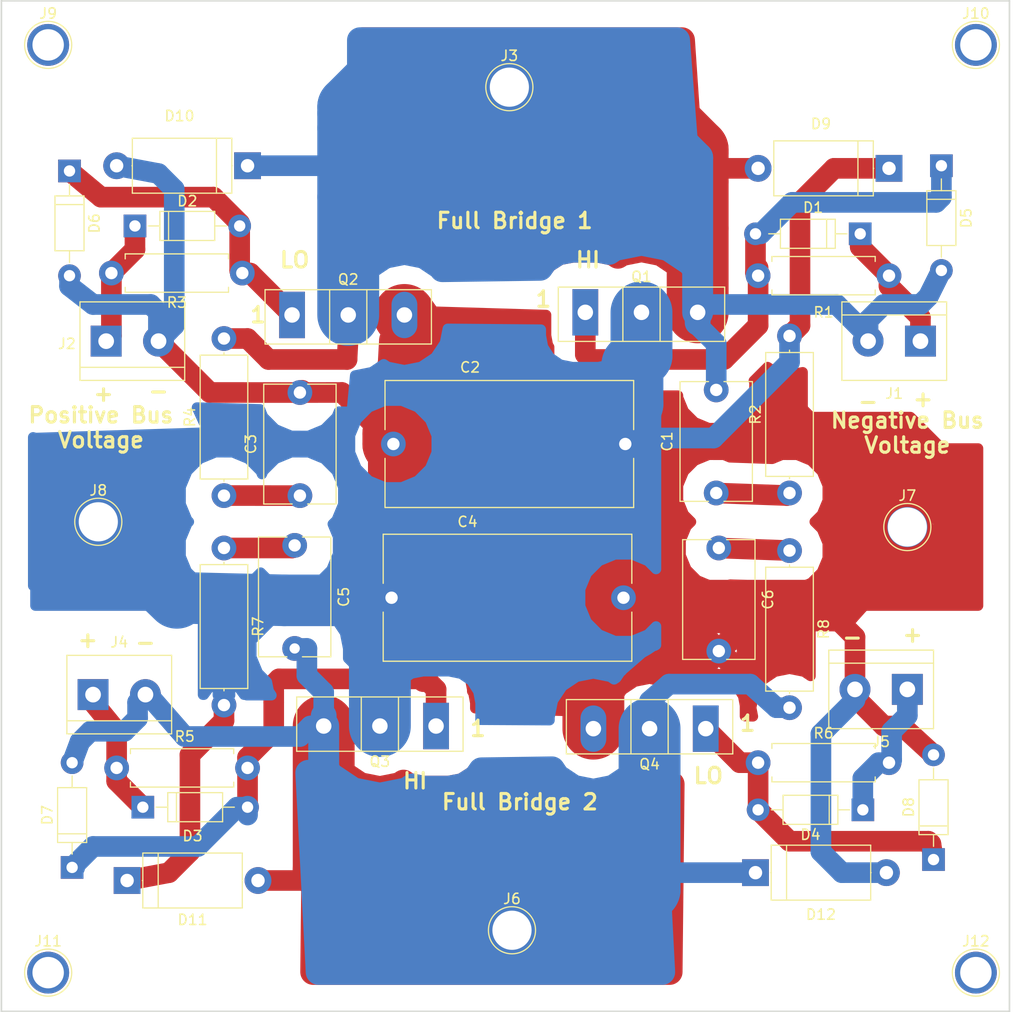
<source format=kicad_pcb>
(kicad_pcb (version 4) (host pcbnew 4.0.7)

  (general
    (links 60)
    (no_connects 0)
    (area 45.390999 45.644999 143.331001 143.839001)
    (thickness 1.6)
    (drawings 25)
    (tracks 255)
    (zones 0)
    (modules 42)
    (nets 17)
  )

  (page A4)
  (layers
    (0 F.Cu signal)
    (31 B.Cu signal)
    (32 B.Adhes user)
    (33 F.Adhes user)
    (34 B.Paste user)
    (35 F.Paste user)
    (36 B.SilkS user)
    (37 F.SilkS user)
    (38 B.Mask user hide)
    (39 F.Mask user hide)
    (40 Dwgs.User user)
    (41 Cmts.User user)
    (42 Eco1.User user)
    (43 Eco2.User user)
    (44 Edge.Cuts user)
    (45 Margin user)
    (46 B.CrtYd user)
    (47 F.CrtYd user)
    (48 B.Fab user)
    (49 F.Fab user)
  )

  (setup
    (last_trace_width 0.25)
    (user_trace_width 1)
    (user_trace_width 2)
    (user_trace_width 3)
    (user_trace_width 4)
    (user_trace_width 5)
    (user_trace_width 6)
    (trace_clearance 0.2)
    (zone_clearance 2.5)
    (zone_45_only yes)
    (trace_min 0.2)
    (segment_width 0.2)
    (edge_width 0.15)
    (via_size 0.6)
    (via_drill 0.4)
    (via_min_size 0.4)
    (via_min_drill 0.3)
    (uvia_size 0.3)
    (uvia_drill 0.1)
    (uvias_allowed no)
    (uvia_min_size 0.2)
    (uvia_min_drill 0.1)
    (pcb_text_width 0.3)
    (pcb_text_size 1.5 1.5)
    (mod_edge_width 0.15)
    (mod_text_size 1 1)
    (mod_text_width 0.15)
    (pad_size 3.9 3.9)
    (pad_drill 3.8)
    (pad_to_mask_clearance 0.2)
    (aux_axis_origin 0 0)
    (visible_elements 7FFFFFFF)
    (pcbplotparams
      (layerselection 0x010f0_80000001)
      (usegerberextensions false)
      (excludeedgelayer true)
      (linewidth 0.100000)
      (plotframeref false)
      (viasonmask false)
      (mode 1)
      (useauxorigin false)
      (hpglpennumber 1)
      (hpglpenspeed 20)
      (hpglpendiameter 15)
      (hpglpenoverlay 2)
      (psnegative false)
      (psa4output false)
      (plotreference true)
      (plotvalue true)
      (plotinvisibletext false)
      (padsonsilk false)
      (subtractmaskfromsilk false)
      (outputformat 1)
      (mirror false)
      (drillshape 0)
      (scaleselection 1)
      (outputdirectory gerber/))
  )

  (net 0 "")
  (net 1 "Net-(C1-Pad1)")
  (net 2 "Net-(C1-Pad2)")
  (net 3 VDD)
  (net 4 GND)
  (net 5 "Net-(C3-Pad1)")
  (net 6 "Net-(C5-Pad1)")
  (net 7 "Net-(C5-Pad2)")
  (net 8 "Net-(C6-Pad1)")
  (net 9 "Net-(D1-Pad1)")
  (net 10 "Net-(D1-Pad2)")
  (net 11 "Net-(D2-Pad1)")
  (net 12 "Net-(D2-Pad2)")
  (net 13 "Net-(D3-Pad1)")
  (net 14 "Net-(D3-Pad2)")
  (net 15 "Net-(D4-Pad1)")
  (net 16 "Net-(D4-Pad2)")

  (net_class Default "This is the default net class."
    (clearance 0.2)
    (trace_width 0.25)
    (via_dia 0.6)
    (via_drill 0.4)
    (uvia_dia 0.3)
    (uvia_drill 0.1)
    (add_net GND)
    (add_net "Net-(C1-Pad1)")
    (add_net "Net-(C1-Pad2)")
    (add_net "Net-(C3-Pad1)")
    (add_net "Net-(C5-Pad1)")
    (add_net "Net-(C5-Pad2)")
    (add_net "Net-(C6-Pad1)")
    (add_net "Net-(D1-Pad1)")
    (add_net "Net-(D1-Pad2)")
    (add_net "Net-(D2-Pad1)")
    (add_net "Net-(D2-Pad2)")
    (add_net "Net-(D3-Pad1)")
    (add_net "Net-(D3-Pad2)")
    (add_net "Net-(D4-Pad1)")
    (add_net "Net-(D4-Pad2)")
    (add_net VDD)
  )

  (net_class BusClass ""
    (clearance 0.2)
    (trace_width 1)
    (via_dia 0.6)
    (via_drill 0.4)
    (uvia_dia 0.3)
    (uvia_drill 0.1)
  )

  (module TO_SOT_Packages_THT:TO-247_TO-3P_Vertical (layer F.Cu) (tedit 58CE52AE) (tstamp 5A5C22D5)
    (at 113.792 116.332 180)
    (descr "TO-247, Vertical, RM 5.45mm, TO-3P")
    (tags "TO-247 Vertical RM 5.45mm TO-3P")
    (path /5A5C3390)
    (fp_text reference Q4 (at 5.45 -3.45 180) (layer F.SilkS)
      (effects (font (size 1 1) (thickness 0.15)))
    )
    (fp_text value Q_NIGBT_GCE (at 5.45 6.07 180) (layer F.Fab)
      (effects (font (size 1 1) (thickness 0.15)))
    )
    (fp_text user %R (at 5.45 -3.45 180) (layer F.Fab)
      (effects (font (size 1 1) (thickness 0.15)))
    )
    (fp_line (start -2.5 -2.33) (end -2.5 2.7) (layer F.Fab) (width 0.1))
    (fp_line (start -2.5 2.7) (end 13.4 2.7) (layer F.Fab) (width 0.1))
    (fp_line (start 13.4 2.7) (end 13.4 -2.33) (layer F.Fab) (width 0.1))
    (fp_line (start 13.4 -2.33) (end -2.5 -2.33) (layer F.Fab) (width 0.1))
    (fp_line (start 3.645 -2.33) (end 3.645 2.7) (layer F.Fab) (width 0.1))
    (fp_line (start 7.255 -2.33) (end 7.255 2.7) (layer F.Fab) (width 0.1))
    (fp_line (start -2.62 -2.451) (end 13.52 -2.451) (layer F.SilkS) (width 0.12))
    (fp_line (start -2.62 2.82) (end 13.52 2.82) (layer F.SilkS) (width 0.12))
    (fp_line (start -2.62 -2.451) (end -2.62 2.82) (layer F.SilkS) (width 0.12))
    (fp_line (start 13.52 -2.451) (end 13.52 2.82) (layer F.SilkS) (width 0.12))
    (fp_line (start 3.646 -2.451) (end 3.646 2.82) (layer F.SilkS) (width 0.12))
    (fp_line (start 7.255 -2.451) (end 7.255 2.82) (layer F.SilkS) (width 0.12))
    (fp_line (start -2.75 -2.59) (end -2.75 2.95) (layer F.CrtYd) (width 0.05))
    (fp_line (start -2.75 2.95) (end 13.65 2.95) (layer F.CrtYd) (width 0.05))
    (fp_line (start 13.65 2.95) (end 13.65 -2.59) (layer F.CrtYd) (width 0.05))
    (fp_line (start 13.65 -2.59) (end -2.75 -2.59) (layer F.CrtYd) (width 0.05))
    (pad 1 thru_hole rect (at 0 0 180) (size 2.5 4.5) (drill 1.5) (layers *.Cu *.Mask)
      (net 16 "Net-(D4-Pad2)"))
    (pad 2 thru_hole oval (at 5.45 0 180) (size 2.5 4.5) (drill 1.5) (layers *.Cu *.Mask)
      (net 7 "Net-(C5-Pad2)"))
    (pad 3 thru_hole oval (at 10.9 0 180) (size 2.5 4.5) (drill 1.5) (layers *.Cu *.Mask)
      (net 4 GND))
    (model ${KISYS3DMOD}/TO_SOT_Packages_THT.3dshapes/TO-247_TO-3P_Vertical.wrl
      (at (xyz 0.212598 0 0))
      (scale (xyz 1 1 1))
      (rotate (xyz 0 0 0))
    )
  )

  (module Capacitors_THT:C_Rect_L11.5mm_W6.9mm_P10.00mm_MKT (layer F.Cu) (tedit 5A5CC86E) (tstamp 5A5C2134)
    (at 114.808 93.472 90)
    (descr "C, Rect series, Radial, pin pitch=10.00mm, , length*width=11.5*6.9mm^2, Capacitor, https://en.tdk.eu/inf/20/20/db/fc_2009/MKT_B32560_564.pdf")
    (tags "C Rect series Radial pin pitch 10.00mm  length 11.5mm width 6.9mm Capacitor")
    (path /5A5C193C)
    (fp_text reference C1 (at 5 -4.76 90) (layer F.SilkS)
      (effects (font (size 1 1) (thickness 0.15)))
    )
    (fp_text value "3 nF" (at 5 4.76 90) (layer F.Fab)
      (effects (font (size 1 1) (thickness 0.15)))
    )
    (fp_line (start -0.75 -3.45) (end -0.75 3.45) (layer F.Fab) (width 0.1))
    (fp_line (start -0.75 3.45) (end 10.75 3.45) (layer F.Fab) (width 0.1))
    (fp_line (start 10.75 3.45) (end 10.75 -3.45) (layer F.Fab) (width 0.1))
    (fp_line (start 10.75 -3.45) (end -0.75 -3.45) (layer F.Fab) (width 0.1))
    (fp_line (start -0.81 -3.51) (end 10.81 -3.51) (layer F.SilkS) (width 0.12))
    (fp_line (start -0.81 3.51) (end 10.81 3.51) (layer F.SilkS) (width 0.12))
    (fp_line (start -0.81 -3.51) (end -0.81 -0.75) (layer F.SilkS) (width 0.12))
    (fp_line (start -0.81 0.75) (end -0.81 3.51) (layer F.SilkS) (width 0.12))
    (fp_line (start 10.81 -3.51) (end 10.81 -0.75) (layer F.SilkS) (width 0.12))
    (fp_line (start 10.81 0.75) (end 10.81 3.51) (layer F.SilkS) (width 0.12))
    (fp_line (start -1.1 -3.8) (end -1.1 3.8) (layer F.CrtYd) (width 0.05))
    (fp_line (start -1.1 3.8) (end 11.1 3.8) (layer F.CrtYd) (width 0.05))
    (fp_line (start 11.1 3.8) (end 11.1 -3.8) (layer F.CrtYd) (width 0.05))
    (fp_line (start 11.1 -3.8) (end -1.1 -3.8) (layer F.CrtYd) (width 0.05))
    (fp_text user %R (at 5 0 90) (layer F.Fab)
      (effects (font (size 1 1) (thickness 0.15)))
    )
    (pad 1 thru_hole circle (at 0 0 90) (size 2.4 2.4) (drill 1.2) (layers *.Cu *.Mask)
      (net 1 "Net-(C1-Pad1)"))
    (pad 2 thru_hole circle (at 10 0 90) (size 2.4 2.4) (drill 1.2) (layers *.Cu *.Mask)
      (net 2 "Net-(C1-Pad2)"))
    (model ${KISYS3DMOD}/Capacitors_THT.3dshapes/C_Rect_L11.5mm_W6.9mm_P10.00mm_MKT.wrl
      (at (xyz 0 0 0))
      (scale (xyz 1 1 1))
      (rotate (xyz 0 0 0))
    )
  )

  (module Capacitors_THT:C_Rect_L24.0mm_W12.2mm_P22.50mm_MKT (layer F.Cu) (tedit 5A5EB729) (tstamp 5A5C2149)
    (at 105.988 88.718 180)
    (descr "C, Rect series, Radial, pin pitch=22.50mm, , length*width=24*12.2mm^2, Capacitor, https://en.tdk.eu/inf/20/20/db/fc_2009/MKT_B32560_564.pdf")
    (tags "C Rect series Radial pin pitch 22.50mm  length 24mm width 12.2mm Capacitor")
    (path /5A5C2270)
    (fp_text reference C2 (at 15.056 7.438 180) (layer F.SilkS)
      (effects (font (size 1 1) (thickness 0.15)))
    )
    (fp_text value "1 uF" (at 11.25 7.41 180) (layer F.Fab)
      (effects (font (size 1 1) (thickness 0.15)))
    )
    (fp_line (start -0.75 -6.1) (end -0.75 6.1) (layer F.Fab) (width 0.1))
    (fp_line (start -0.75 6.1) (end 23.25 6.1) (layer F.Fab) (width 0.1))
    (fp_line (start 23.25 6.1) (end 23.25 -6.1) (layer F.Fab) (width 0.1))
    (fp_line (start 23.25 -6.1) (end -0.75 -6.1) (layer F.Fab) (width 0.1))
    (fp_line (start -0.81 -6.16) (end 23.31 -6.16) (layer F.SilkS) (width 0.12))
    (fp_line (start -0.81 6.16) (end 23.31 6.16) (layer F.SilkS) (width 0.12))
    (fp_line (start -0.81 -6.16) (end -0.81 -1.395) (layer F.SilkS) (width 0.12))
    (fp_line (start -0.81 1.395) (end -0.81 6.16) (layer F.SilkS) (width 0.12))
    (fp_line (start 23.31 -6.16) (end 23.31 -1.395) (layer F.SilkS) (width 0.12))
    (fp_line (start 23.31 1.395) (end 23.31 6.16) (layer F.SilkS) (width 0.12))
    (fp_line (start -1.45 -6.45) (end -1.45 6.45) (layer F.CrtYd) (width 0.05))
    (fp_line (start -1.45 6.45) (end 23.95 6.45) (layer F.CrtYd) (width 0.05))
    (fp_line (start 23.95 6.45) (end 23.95 -6.45) (layer F.CrtYd) (width 0.05))
    (fp_line (start 23.95 -6.45) (end -1.45 -6.45) (layer F.CrtYd) (width 0.05))
    (fp_text user %R (at 11.25 0 180) (layer F.Fab)
      (effects (font (size 1 1) (thickness 0.15)))
    )
    (pad 1 thru_hole circle (at 0 0 180) (size 2.4 2.4) (drill 1.2) (layers *.Cu *.Mask)
      (net 3 VDD))
    (pad 2 thru_hole circle (at 22.5 0 180) (size 2.4 2.4) (drill 1.2) (layers *.Cu *.Mask)
      (net 4 GND))
    (model ${KISYS3DMOD}/Capacitors_THT.3dshapes/C_Rect_L24.0mm_W12.2mm_P22.50mm_MKT.wrl
      (at (xyz 0 0 0))
      (scale (xyz 1 1 1))
      (rotate (xyz 0 0 0))
    )
  )

  (module Capacitors_THT:C_Rect_L11.5mm_W6.9mm_P10.00mm_MKT (layer F.Cu) (tedit 5A5CC822) (tstamp 5A5C215E)
    (at 74.422 93.726 90)
    (descr "C, Rect series, Radial, pin pitch=10.00mm, , length*width=11.5*6.9mm^2, Capacitor, https://en.tdk.eu/inf/20/20/db/fc_2009/MKT_B32560_564.pdf")
    (tags "C Rect series Radial pin pitch 10.00mm  length 11.5mm width 6.9mm Capacitor")
    (path /5A5C217F)
    (fp_text reference C3 (at 5 -4.76 90) (layer F.SilkS)
      (effects (font (size 1 1) (thickness 0.15)))
    )
    (fp_text value "3 nF" (at 5 4.76 90) (layer F.Fab)
      (effects (font (size 1 1) (thickness 0.15)))
    )
    (fp_line (start -0.75 -3.45) (end -0.75 3.45) (layer F.Fab) (width 0.1))
    (fp_line (start -0.75 3.45) (end 10.75 3.45) (layer F.Fab) (width 0.1))
    (fp_line (start 10.75 3.45) (end 10.75 -3.45) (layer F.Fab) (width 0.1))
    (fp_line (start 10.75 -3.45) (end -0.75 -3.45) (layer F.Fab) (width 0.1))
    (fp_line (start -0.81 -3.51) (end 10.81 -3.51) (layer F.SilkS) (width 0.12))
    (fp_line (start -0.81 3.51) (end 10.81 3.51) (layer F.SilkS) (width 0.12))
    (fp_line (start -0.81 -3.51) (end -0.81 -0.75) (layer F.SilkS) (width 0.12))
    (fp_line (start -0.81 0.75) (end -0.81 3.51) (layer F.SilkS) (width 0.12))
    (fp_line (start 10.81 -3.51) (end 10.81 -0.75) (layer F.SilkS) (width 0.12))
    (fp_line (start 10.81 0.75) (end 10.81 3.51) (layer F.SilkS) (width 0.12))
    (fp_line (start -1.1 -3.8) (end -1.1 3.8) (layer F.CrtYd) (width 0.05))
    (fp_line (start -1.1 3.8) (end 11.1 3.8) (layer F.CrtYd) (width 0.05))
    (fp_line (start 11.1 3.8) (end 11.1 -3.8) (layer F.CrtYd) (width 0.05))
    (fp_line (start 11.1 -3.8) (end -1.1 -3.8) (layer F.CrtYd) (width 0.05))
    (fp_text user %R (at 5 0 90) (layer F.Fab)
      (effects (font (size 1 1) (thickness 0.15)))
    )
    (pad 1 thru_hole circle (at 0 0 90) (size 2.4 2.4) (drill 1.2) (layers *.Cu *.Mask)
      (net 5 "Net-(C3-Pad1)"))
    (pad 2 thru_hole circle (at 10 0 90) (size 2.4 2.4) (drill 1.2) (layers *.Cu *.Mask)
      (net 4 GND))
    (model ${KISYS3DMOD}/Capacitors_THT.3dshapes/C_Rect_L11.5mm_W6.9mm_P10.00mm_MKT.wrl
      (at (xyz 0 0 0))
      (scale (xyz 1 1 1))
      (rotate (xyz 0 0 0))
    )
  )

  (module Capacitors_THT:C_Rect_L24.0mm_W12.2mm_P22.50mm_MKT (layer F.Cu) (tedit 5A5EB721) (tstamp 5A5C2173)
    (at 83.312 103.632)
    (descr "C, Rect series, Radial, pin pitch=22.50mm, , length*width=24*12.2mm^2, Capacitor, https://en.tdk.eu/inf/20/20/db/fc_2009/MKT_B32560_564.pdf")
    (tags "C Rect series Radial pin pitch 22.50mm  length 24mm width 12.2mm Capacitor")
    (path /5A5C33C3)
    (fp_text reference C4 (at 7.366 -7.366) (layer F.SilkS)
      (effects (font (size 1 1) (thickness 0.15)))
    )
    (fp_text value "1 uF" (at 11.25 7.41) (layer F.Fab)
      (effects (font (size 1 1) (thickness 0.15)))
    )
    (fp_line (start -0.75 -6.1) (end -0.75 6.1) (layer F.Fab) (width 0.1))
    (fp_line (start -0.75 6.1) (end 23.25 6.1) (layer F.Fab) (width 0.1))
    (fp_line (start 23.25 6.1) (end 23.25 -6.1) (layer F.Fab) (width 0.1))
    (fp_line (start 23.25 -6.1) (end -0.75 -6.1) (layer F.Fab) (width 0.1))
    (fp_line (start -0.81 -6.16) (end 23.31 -6.16) (layer F.SilkS) (width 0.12))
    (fp_line (start -0.81 6.16) (end 23.31 6.16) (layer F.SilkS) (width 0.12))
    (fp_line (start -0.81 -6.16) (end -0.81 -1.395) (layer F.SilkS) (width 0.12))
    (fp_line (start -0.81 1.395) (end -0.81 6.16) (layer F.SilkS) (width 0.12))
    (fp_line (start 23.31 -6.16) (end 23.31 -1.395) (layer F.SilkS) (width 0.12))
    (fp_line (start 23.31 1.395) (end 23.31 6.16) (layer F.SilkS) (width 0.12))
    (fp_line (start -1.45 -6.45) (end -1.45 6.45) (layer F.CrtYd) (width 0.05))
    (fp_line (start -1.45 6.45) (end 23.95 6.45) (layer F.CrtYd) (width 0.05))
    (fp_line (start 23.95 6.45) (end 23.95 -6.45) (layer F.CrtYd) (width 0.05))
    (fp_line (start 23.95 -6.45) (end -1.45 -6.45) (layer F.CrtYd) (width 0.05))
    (fp_text user %R (at 11.25 0) (layer F.Fab)
      (effects (font (size 1 1) (thickness 0.15)))
    )
    (pad 1 thru_hole circle (at 0 0) (size 2.4 2.4) (drill 1.2) (layers *.Cu *.Mask)
      (net 3 VDD))
    (pad 2 thru_hole circle (at 22.5 0) (size 2.4 2.4) (drill 1.2) (layers *.Cu *.Mask)
      (net 4 GND))
    (model ${KISYS3DMOD}/Capacitors_THT.3dshapes/C_Rect_L24.0mm_W12.2mm_P22.50mm_MKT.wrl
      (at (xyz 0 0 0))
      (scale (xyz 1 1 1))
      (rotate (xyz 0 0 0))
    )
  )

  (module Capacitors_THT:C_Rect_L11.5mm_W6.9mm_P10.00mm_MKT (layer F.Cu) (tedit 5A5CC84D) (tstamp 5A5C2188)
    (at 73.914 98.552 270)
    (descr "C, Rect series, Radial, pin pitch=10.00mm, , length*width=11.5*6.9mm^2, Capacitor, https://en.tdk.eu/inf/20/20/db/fc_2009/MKT_B32560_564.pdf")
    (tags "C Rect series Radial pin pitch 10.00mm  length 11.5mm width 6.9mm Capacitor")
    (path /5A5C337B)
    (fp_text reference C5 (at 5 -4.76 270) (layer F.SilkS)
      (effects (font (size 1 1) (thickness 0.15)))
    )
    (fp_text value "3 nF" (at 5 4.76 270) (layer F.Fab)
      (effects (font (size 1 1) (thickness 0.15)))
    )
    (fp_line (start -0.75 -3.45) (end -0.75 3.45) (layer F.Fab) (width 0.1))
    (fp_line (start -0.75 3.45) (end 10.75 3.45) (layer F.Fab) (width 0.1))
    (fp_line (start 10.75 3.45) (end 10.75 -3.45) (layer F.Fab) (width 0.1))
    (fp_line (start 10.75 -3.45) (end -0.75 -3.45) (layer F.Fab) (width 0.1))
    (fp_line (start -0.81 -3.51) (end 10.81 -3.51) (layer F.SilkS) (width 0.12))
    (fp_line (start -0.81 3.51) (end 10.81 3.51) (layer F.SilkS) (width 0.12))
    (fp_line (start -0.81 -3.51) (end -0.81 -0.75) (layer F.SilkS) (width 0.12))
    (fp_line (start -0.81 0.75) (end -0.81 3.51) (layer F.SilkS) (width 0.12))
    (fp_line (start 10.81 -3.51) (end 10.81 -0.75) (layer F.SilkS) (width 0.12))
    (fp_line (start 10.81 0.75) (end 10.81 3.51) (layer F.SilkS) (width 0.12))
    (fp_line (start -1.1 -3.8) (end -1.1 3.8) (layer F.CrtYd) (width 0.05))
    (fp_line (start -1.1 3.8) (end 11.1 3.8) (layer F.CrtYd) (width 0.05))
    (fp_line (start 11.1 3.8) (end 11.1 -3.8) (layer F.CrtYd) (width 0.05))
    (fp_line (start 11.1 -3.8) (end -1.1 -3.8) (layer F.CrtYd) (width 0.05))
    (fp_text user %R (at 5 0 270) (layer F.Fab)
      (effects (font (size 1 1) (thickness 0.15)))
    )
    (pad 1 thru_hole circle (at 0 0 270) (size 2.4 2.4) (drill 1.2) (layers *.Cu *.Mask)
      (net 6 "Net-(C5-Pad1)"))
    (pad 2 thru_hole circle (at 10 0 270) (size 2.4 2.4) (drill 1) (layers *.Cu *.Mask)
      (net 7 "Net-(C5-Pad2)"))
    (model ${KISYS3DMOD}/Capacitors_THT.3dshapes/C_Rect_L11.5mm_W6.9mm_P10.00mm_MKT.wrl
      (at (xyz 0 0 0))
      (scale (xyz 1 1 1))
      (rotate (xyz 0 0 0))
    )
  )

  (module Capacitors_THT:C_Rect_L11.5mm_W6.9mm_P10.00mm_MKT (layer F.Cu) (tedit 5A5CC889) (tstamp 5A5C219D)
    (at 115.062 98.806 270)
    (descr "C, Rect series, Radial, pin pitch=10.00mm, , length*width=11.5*6.9mm^2, Capacitor, https://en.tdk.eu/inf/20/20/db/fc_2009/MKT_B32560_564.pdf")
    (tags "C Rect series Radial pin pitch 10.00mm  length 11.5mm width 6.9mm Capacitor")
    (path /5A5C33AF)
    (fp_text reference C6 (at 5 -4.76 270) (layer F.SilkS)
      (effects (font (size 1 1) (thickness 0.15)))
    )
    (fp_text value "3 nF" (at 5 4.76 270) (layer F.Fab)
      (effects (font (size 1 1) (thickness 0.15)))
    )
    (fp_line (start -0.75 -3.45) (end -0.75 3.45) (layer F.Fab) (width 0.1))
    (fp_line (start -0.75 3.45) (end 10.75 3.45) (layer F.Fab) (width 0.1))
    (fp_line (start 10.75 3.45) (end 10.75 -3.45) (layer F.Fab) (width 0.1))
    (fp_line (start 10.75 -3.45) (end -0.75 -3.45) (layer F.Fab) (width 0.1))
    (fp_line (start -0.81 -3.51) (end 10.81 -3.51) (layer F.SilkS) (width 0.12))
    (fp_line (start -0.81 3.51) (end 10.81 3.51) (layer F.SilkS) (width 0.12))
    (fp_line (start -0.81 -3.51) (end -0.81 -0.75) (layer F.SilkS) (width 0.12))
    (fp_line (start -0.81 0.75) (end -0.81 3.51) (layer F.SilkS) (width 0.12))
    (fp_line (start 10.81 -3.51) (end 10.81 -0.75) (layer F.SilkS) (width 0.12))
    (fp_line (start 10.81 0.75) (end 10.81 3.51) (layer F.SilkS) (width 0.12))
    (fp_line (start -1.1 -3.8) (end -1.1 3.8) (layer F.CrtYd) (width 0.05))
    (fp_line (start -1.1 3.8) (end 11.1 3.8) (layer F.CrtYd) (width 0.05))
    (fp_line (start 11.1 3.8) (end 11.1 -3.8) (layer F.CrtYd) (width 0.05))
    (fp_line (start 11.1 -3.8) (end -1.1 -3.8) (layer F.CrtYd) (width 0.05))
    (fp_text user %R (at 5 0 270) (layer F.Fab)
      (effects (font (size 1 1) (thickness 0.15)))
    )
    (pad 1 thru_hole circle (at 0 0 270) (size 2.4 2.4) (drill 1.2) (layers *.Cu *.Mask)
      (net 8 "Net-(C6-Pad1)"))
    (pad 2 thru_hole circle (at 10 0 270) (size 2.4 2.4) (drill 1.2) (layers *.Cu *.Mask)
      (net 4 GND))
    (model ${KISYS3DMOD}/Capacitors_THT.3dshapes/C_Rect_L11.5mm_W6.9mm_P10.00mm_MKT.wrl
      (at (xyz 0 0 0))
      (scale (xyz 1 1 1))
      (rotate (xyz 0 0 0))
    )
  )

  (module Connectors_Terminal_Blocks:TerminalBlock_bornier-2_P5.08mm (layer F.Cu) (tedit 59FF03AB) (tstamp 5A5C2216)
    (at 134.62 78.74 180)
    (descr "simple 2-pin terminal block, pitch 5.08mm, revamped version of bornier2")
    (tags "terminal block bornier2")
    (path /5A5C294D)
    (fp_text reference J1 (at 2.54 -5.08 180) (layer F.SilkS)
      (effects (font (size 1 1) (thickness 0.15)))
    )
    (fp_text value Screw_Terminal_01x02 (at 2.54 5.08 180) (layer F.Fab)
      (effects (font (size 1 1) (thickness 0.15)))
    )
    (fp_text user %R (at 2.54 0 180) (layer F.Fab)
      (effects (font (size 1 1) (thickness 0.15)))
    )
    (fp_line (start -2.41 2.55) (end 7.49 2.55) (layer F.Fab) (width 0.1))
    (fp_line (start -2.46 -3.75) (end -2.46 3.75) (layer F.Fab) (width 0.1))
    (fp_line (start -2.46 3.75) (end 7.54 3.75) (layer F.Fab) (width 0.1))
    (fp_line (start 7.54 3.75) (end 7.54 -3.75) (layer F.Fab) (width 0.1))
    (fp_line (start 7.54 -3.75) (end -2.46 -3.75) (layer F.Fab) (width 0.1))
    (fp_line (start 7.62 2.54) (end -2.54 2.54) (layer F.SilkS) (width 0.12))
    (fp_line (start 7.62 3.81) (end 7.62 -3.81) (layer F.SilkS) (width 0.12))
    (fp_line (start 7.62 -3.81) (end -2.54 -3.81) (layer F.SilkS) (width 0.12))
    (fp_line (start -2.54 -3.81) (end -2.54 3.81) (layer F.SilkS) (width 0.12))
    (fp_line (start -2.54 3.81) (end 7.62 3.81) (layer F.SilkS) (width 0.12))
    (fp_line (start -2.71 -4) (end 7.79 -4) (layer F.CrtYd) (width 0.05))
    (fp_line (start -2.71 -4) (end -2.71 4) (layer F.CrtYd) (width 0.05))
    (fp_line (start 7.79 4) (end 7.79 -4) (layer F.CrtYd) (width 0.05))
    (fp_line (start 7.79 4) (end -2.71 4) (layer F.CrtYd) (width 0.05))
    (pad 1 thru_hole rect (at 0 0 180) (size 3 3) (drill 1.52) (layers *.Cu *.Mask)
      (net 9 "Net-(D1-Pad1)"))
    (pad 2 thru_hole circle (at 5.08 0 180) (size 3 3) (drill 1.52) (layers *.Cu *.Mask)
      (net 2 "Net-(C1-Pad2)"))
    (model ${KISYS3DMOD}/Terminal_Blocks.3dshapes/TerminalBlock_bornier-2_P5.08mm.wrl
      (at (xyz 0.1 0 0))
      (scale (xyz 1 1 1))
      (rotate (xyz 0 0 0))
    )
  )

  (module Connectors_Terminal_Blocks:TerminalBlock_bornier-2_P5.08mm (layer F.Cu) (tedit 5A7E4897) (tstamp 5A5C222B)
    (at 55.626 78.74)
    (descr "simple 2-pin terminal block, pitch 5.08mm, revamped version of bornier2")
    (tags "terminal block bornier2")
    (path /5A5C3006)
    (fp_text reference J2 (at -3.81 0.254) (layer F.SilkS)
      (effects (font (size 1 1) (thickness 0.15)))
    )
    (fp_text value Screw_Terminal_01x02 (at 2.54 5.08) (layer F.Fab)
      (effects (font (size 1 1) (thickness 0.15)))
    )
    (fp_text user %R (at 2.54 0) (layer F.Fab)
      (effects (font (size 1 1) (thickness 0.15)))
    )
    (fp_line (start -2.41 2.55) (end 7.49 2.55) (layer F.Fab) (width 0.1))
    (fp_line (start -2.46 -3.75) (end -2.46 3.75) (layer F.Fab) (width 0.1))
    (fp_line (start -2.46 3.75) (end 7.54 3.75) (layer F.Fab) (width 0.1))
    (fp_line (start 7.54 3.75) (end 7.54 -3.75) (layer F.Fab) (width 0.1))
    (fp_line (start 7.54 -3.75) (end -2.46 -3.75) (layer F.Fab) (width 0.1))
    (fp_line (start 7.62 2.54) (end -2.54 2.54) (layer F.SilkS) (width 0.12))
    (fp_line (start 7.62 3.81) (end 7.62 -3.81) (layer F.SilkS) (width 0.12))
    (fp_line (start 7.62 -3.81) (end -2.54 -3.81) (layer F.SilkS) (width 0.12))
    (fp_line (start -2.54 -3.81) (end -2.54 3.81) (layer F.SilkS) (width 0.12))
    (fp_line (start -2.54 3.81) (end 7.62 3.81) (layer F.SilkS) (width 0.12))
    (fp_line (start -2.71 -4) (end 7.79 -4) (layer F.CrtYd) (width 0.05))
    (fp_line (start -2.71 -4) (end -2.71 4) (layer F.CrtYd) (width 0.05))
    (fp_line (start 7.79 4) (end 7.79 -4) (layer F.CrtYd) (width 0.05))
    (fp_line (start 7.79 4) (end -2.71 4) (layer F.CrtYd) (width 0.05))
    (pad 1 thru_hole rect (at 0 0) (size 3 3) (drill 1.52) (layers *.Cu *.Mask)
      (net 11 "Net-(D2-Pad1)"))
    (pad 2 thru_hole circle (at 5.08 0) (size 3 3) (drill 1.52) (layers *.Cu *.Mask)
      (net 4 GND))
    (model ${KISYS3DMOD}/Terminal_Blocks.3dshapes/TerminalBlock_bornier-2_P5.08mm.wrl
      (at (xyz 0.1 0 0))
      (scale (xyz 1 1 1))
      (rotate (xyz 0 0 0))
    )
  )

  (module Connectors:1pin (layer F.Cu) (tedit 5A8E34DF) (tstamp 5A5C2233)
    (at 94.742 54.102)
    (descr "module 1 pin (ou trou mecanique de percage)")
    (tags DEV)
    (path /5A5C4229)
    (solder_mask_margin 3)
    (fp_text reference J3 (at 0 -3.048) (layer F.SilkS)
      (effects (font (size 1 1) (thickness 0.15)))
    )
    (fp_text value Bridge1 (at 0 3) (layer F.Fab)
      (effects (font (size 1 1) (thickness 0.15)))
    )
    (fp_circle (center 0 0) (end 2 0.8) (layer F.Fab) (width 0.1))
    (fp_circle (center 0 0) (end 2.6 0) (layer F.CrtYd) (width 0.05))
    (fp_circle (center 0 0) (end 0 -2.286) (layer F.SilkS) (width 0.12))
    (pad 1 thru_hole circle (at 0 0) (size 3.9 3.9) (drill 3.8) (layers *.Cu *.Mask)
      (net 2 "Net-(C1-Pad2)"))
  )

  (module Connectors_Terminal_Blocks:TerminalBlock_bornier-2_P5.08mm (layer F.Cu) (tedit 59FF03AB) (tstamp 5A5C2248)
    (at 54.356 113.03)
    (descr "simple 2-pin terminal block, pitch 5.08mm, revamped version of bornier2")
    (tags "terminal block bornier2")
    (path /5A5C33D1)
    (fp_text reference J4 (at 2.54 -5.08) (layer F.SilkS)
      (effects (font (size 1 1) (thickness 0.15)))
    )
    (fp_text value Screw_Terminal_01x02 (at 2.54 5.08) (layer F.Fab)
      (effects (font (size 1 1) (thickness 0.15)))
    )
    (fp_text user %R (at 2.54 0) (layer F.Fab)
      (effects (font (size 1 1) (thickness 0.15)))
    )
    (fp_line (start -2.41 2.55) (end 7.49 2.55) (layer F.Fab) (width 0.1))
    (fp_line (start -2.46 -3.75) (end -2.46 3.75) (layer F.Fab) (width 0.1))
    (fp_line (start -2.46 3.75) (end 7.54 3.75) (layer F.Fab) (width 0.1))
    (fp_line (start 7.54 3.75) (end 7.54 -3.75) (layer F.Fab) (width 0.1))
    (fp_line (start 7.54 -3.75) (end -2.46 -3.75) (layer F.Fab) (width 0.1))
    (fp_line (start 7.62 2.54) (end -2.54 2.54) (layer F.SilkS) (width 0.12))
    (fp_line (start 7.62 3.81) (end 7.62 -3.81) (layer F.SilkS) (width 0.12))
    (fp_line (start 7.62 -3.81) (end -2.54 -3.81) (layer F.SilkS) (width 0.12))
    (fp_line (start -2.54 -3.81) (end -2.54 3.81) (layer F.SilkS) (width 0.12))
    (fp_line (start -2.54 3.81) (end 7.62 3.81) (layer F.SilkS) (width 0.12))
    (fp_line (start -2.71 -4) (end 7.79 -4) (layer F.CrtYd) (width 0.05))
    (fp_line (start -2.71 -4) (end -2.71 4) (layer F.CrtYd) (width 0.05))
    (fp_line (start 7.79 4) (end 7.79 -4) (layer F.CrtYd) (width 0.05))
    (fp_line (start 7.79 4) (end -2.71 4) (layer F.CrtYd) (width 0.05))
    (pad 1 thru_hole rect (at 0 0) (size 3 3) (drill 1.52) (layers *.Cu *.Mask)
      (net 13 "Net-(D3-Pad1)"))
    (pad 2 thru_hole circle (at 5.08 0) (size 3 3) (drill 1.52) (layers *.Cu *.Mask)
      (net 7 "Net-(C5-Pad2)"))
    (model ${KISYS3DMOD}/Terminal_Blocks.3dshapes/TerminalBlock_bornier-2_P5.08mm.wrl
      (at (xyz 0.1 0 0))
      (scale (xyz 1 1 1))
      (rotate (xyz 0 0 0))
    )
  )

  (module Connectors_Terminal_Blocks:TerminalBlock_bornier-2_P5.08mm (layer F.Cu) (tedit 59FF03AB) (tstamp 5A5C225D)
    (at 133.35 112.522 180)
    (descr "simple 2-pin terminal block, pitch 5.08mm, revamped version of bornier2")
    (tags "terminal block bornier2")
    (path /5A5C33DF)
    (fp_text reference J5 (at 2.54 -5.08 180) (layer F.SilkS)
      (effects (font (size 1 1) (thickness 0.15)))
    )
    (fp_text value Screw_Terminal_01x02 (at 2.54 5.08 180) (layer F.Fab)
      (effects (font (size 1 1) (thickness 0.15)))
    )
    (fp_text user %R (at 2.54 0 180) (layer F.Fab)
      (effects (font (size 1 1) (thickness 0.15)))
    )
    (fp_line (start -2.41 2.55) (end 7.49 2.55) (layer F.Fab) (width 0.1))
    (fp_line (start -2.46 -3.75) (end -2.46 3.75) (layer F.Fab) (width 0.1))
    (fp_line (start -2.46 3.75) (end 7.54 3.75) (layer F.Fab) (width 0.1))
    (fp_line (start 7.54 3.75) (end 7.54 -3.75) (layer F.Fab) (width 0.1))
    (fp_line (start 7.54 -3.75) (end -2.46 -3.75) (layer F.Fab) (width 0.1))
    (fp_line (start 7.62 2.54) (end -2.54 2.54) (layer F.SilkS) (width 0.12))
    (fp_line (start 7.62 3.81) (end 7.62 -3.81) (layer F.SilkS) (width 0.12))
    (fp_line (start 7.62 -3.81) (end -2.54 -3.81) (layer F.SilkS) (width 0.12))
    (fp_line (start -2.54 -3.81) (end -2.54 3.81) (layer F.SilkS) (width 0.12))
    (fp_line (start -2.54 3.81) (end 7.62 3.81) (layer F.SilkS) (width 0.12))
    (fp_line (start -2.71 -4) (end 7.79 -4) (layer F.CrtYd) (width 0.05))
    (fp_line (start -2.71 -4) (end -2.71 4) (layer F.CrtYd) (width 0.05))
    (fp_line (start 7.79 4) (end 7.79 -4) (layer F.CrtYd) (width 0.05))
    (fp_line (start 7.79 4) (end -2.71 4) (layer F.CrtYd) (width 0.05))
    (pad 1 thru_hole rect (at 0 0 180) (size 3 3) (drill 1.52) (layers *.Cu *.Mask)
      (net 15 "Net-(D4-Pad1)"))
    (pad 2 thru_hole circle (at 5.08 0 180) (size 3 3) (drill 1.52) (layers *.Cu *.Mask)
      (net 4 GND))
    (model ${KISYS3DMOD}/Terminal_Blocks.3dshapes/TerminalBlock_bornier-2_P5.08mm.wrl
      (at (xyz 0.1 0 0))
      (scale (xyz 1 1 1))
      (rotate (xyz 0 0 0))
    )
  )

  (module Connectors:1pin (layer F.Cu) (tedit 5A7FEE18) (tstamp 5A5C2265)
    (at 94.996 135.89)
    (descr "module 1 pin (ou trou mecanique de percage)")
    (tags DEV)
    (path /5A5C4383)
    (solder_mask_margin 3)
    (fp_text reference J6 (at 0 -3.048) (layer F.SilkS)
      (effects (font (size 1 1) (thickness 0.15)))
    )
    (fp_text value Bridge2 (at 0 3) (layer F.Fab)
      (effects (font (size 1 1) (thickness 0.15)))
    )
    (fp_circle (center 0 0) (end 2 0.8) (layer F.Fab) (width 0.1))
    (fp_circle (center 0 0) (end 2.6 0) (layer F.CrtYd) (width 0.05))
    (fp_circle (center 0 0) (end 0 -2.286) (layer F.SilkS) (width 0.12))
    (pad 1 thru_hole circle (at 0 0) (size 3.9 3.9) (drill 3.8) (layers *.Cu *.Mask)
      (net 7 "Net-(C5-Pad2)"))
  )

  (module Connectors:1pin (layer F.Cu) (tedit 5A7FEDEF) (tstamp 5A5C226D)
    (at 133.35 96.774)
    (descr "module 1 pin (ou trou mecanique de percage)")
    (tags DEV)
    (path /5A5C6A17)
    (solder_mask_margin 3)
    (fp_text reference J7 (at 0 -3.048) (layer F.SilkS)
      (effects (font (size 1 1) (thickness 0.15)))
    )
    (fp_text value NegBus (at 0 3) (layer F.Fab)
      (effects (font (size 1 1) (thickness 0.15)))
    )
    (fp_circle (center 0 0) (end 2 0.8) (layer F.Fab) (width 0.1))
    (fp_circle (center 0 0) (end 2.6 0) (layer F.CrtYd) (width 0.05))
    (fp_circle (center 0 0) (end 0 -2.286) (layer F.SilkS) (width 0.12))
    (pad 1 thru_hole circle (at 0 0) (size 3.9 3.9) (drill 3.8) (layers *.Cu *.Mask)
      (net 4 GND))
  )

  (module Connectors:1pin (layer F.Cu) (tedit 5A7FEDD9) (tstamp 5A5C2275)
    (at 54.864 96.266)
    (descr "module 1 pin (ou trou mecanique de percage)")
    (tags DEV)
    (path /5A5C6F3B)
    (solder_mask_margin 3)
    (fp_text reference J8 (at 0 -3.048) (layer F.SilkS)
      (effects (font (size 1 1) (thickness 0.15)))
    )
    (fp_text value PosBus (at 0 3) (layer F.Fab)
      (effects (font (size 1 1) (thickness 0.15)))
    )
    (fp_circle (center 0 0) (end 2 0.8) (layer F.Fab) (width 0.1))
    (fp_circle (center 0 0) (end 2.6 0) (layer F.CrtYd) (width 0.05))
    (fp_circle (center 0 0) (end 0 -2.286) (layer F.SilkS) (width 0.12))
    (pad 1 thru_hole circle (at 0 0) (size 3.9 3.9) (drill 3.8) (layers *.Cu *.Mask)
      (net 3 VDD))
  )

  (module TO_SOT_Packages_THT:TO-247_TO-3P_Vertical (layer F.Cu) (tedit 58CE52AE) (tstamp 5A5C228D)
    (at 102.108 75.946)
    (descr "TO-247, Vertical, RM 5.45mm, TO-3P")
    (tags "TO-247 Vertical RM 5.45mm TO-3P")
    (path /5A5C16FE)
    (fp_text reference Q1 (at 5.45 -3.45) (layer F.SilkS)
      (effects (font (size 1 1) (thickness 0.15)))
    )
    (fp_text value Q_NIGBT_GCE (at 5.45 6.07) (layer F.Fab)
      (effects (font (size 1 1) (thickness 0.15)))
    )
    (fp_text user %R (at 5.45 -3.45) (layer F.Fab)
      (effects (font (size 1 1) (thickness 0.15)))
    )
    (fp_line (start -2.5 -2.33) (end -2.5 2.7) (layer F.Fab) (width 0.1))
    (fp_line (start -2.5 2.7) (end 13.4 2.7) (layer F.Fab) (width 0.1))
    (fp_line (start 13.4 2.7) (end 13.4 -2.33) (layer F.Fab) (width 0.1))
    (fp_line (start 13.4 -2.33) (end -2.5 -2.33) (layer F.Fab) (width 0.1))
    (fp_line (start 3.645 -2.33) (end 3.645 2.7) (layer F.Fab) (width 0.1))
    (fp_line (start 7.255 -2.33) (end 7.255 2.7) (layer F.Fab) (width 0.1))
    (fp_line (start -2.62 -2.451) (end 13.52 -2.451) (layer F.SilkS) (width 0.12))
    (fp_line (start -2.62 2.82) (end 13.52 2.82) (layer F.SilkS) (width 0.12))
    (fp_line (start -2.62 -2.451) (end -2.62 2.82) (layer F.SilkS) (width 0.12))
    (fp_line (start 13.52 -2.451) (end 13.52 2.82) (layer F.SilkS) (width 0.12))
    (fp_line (start 3.646 -2.451) (end 3.646 2.82) (layer F.SilkS) (width 0.12))
    (fp_line (start 7.255 -2.451) (end 7.255 2.82) (layer F.SilkS) (width 0.12))
    (fp_line (start -2.75 -2.59) (end -2.75 2.95) (layer F.CrtYd) (width 0.05))
    (fp_line (start -2.75 2.95) (end 13.65 2.95) (layer F.CrtYd) (width 0.05))
    (fp_line (start 13.65 2.95) (end 13.65 -2.59) (layer F.CrtYd) (width 0.05))
    (fp_line (start 13.65 -2.59) (end -2.75 -2.59) (layer F.CrtYd) (width 0.05))
    (pad 1 thru_hole rect (at 0 0) (size 2.5 4.5) (drill 1.5) (layers *.Cu *.Mask)
      (net 10 "Net-(D1-Pad2)"))
    (pad 2 thru_hole oval (at 5.45 0) (size 2.5 4.5) (drill 1.5) (layers *.Cu *.Mask)
      (net 3 VDD))
    (pad 3 thru_hole oval (at 10.9 0) (size 2.5 4.5) (drill 1.5) (layers *.Cu *.Mask)
      (net 2 "Net-(C1-Pad2)"))
    (model ${KISYS3DMOD}/TO_SOT_Packages_THT.3dshapes/TO-247_TO-3P_Vertical.wrl
      (at (xyz 0.212598 0 0))
      (scale (xyz 1 1 1))
      (rotate (xyz 0 0 0))
    )
  )

  (module TO_SOT_Packages_THT:TO-247_TO-3P_Vertical (layer F.Cu) (tedit 58CE52AE) (tstamp 5A5C22A5)
    (at 73.66 76.2)
    (descr "TO-247, Vertical, RM 5.45mm, TO-3P")
    (tags "TO-247 Vertical RM 5.45mm TO-3P")
    (path /5A5C2160)
    (fp_text reference Q2 (at 5.45 -3.45) (layer F.SilkS)
      (effects (font (size 1 1) (thickness 0.15)))
    )
    (fp_text value Q_NIGBT_GCE (at 5.45 6.07) (layer F.Fab)
      (effects (font (size 1 1) (thickness 0.15)))
    )
    (fp_text user %R (at 5.45 -3.45) (layer F.Fab)
      (effects (font (size 1 1) (thickness 0.15)))
    )
    (fp_line (start -2.5 -2.33) (end -2.5 2.7) (layer F.Fab) (width 0.1))
    (fp_line (start -2.5 2.7) (end 13.4 2.7) (layer F.Fab) (width 0.1))
    (fp_line (start 13.4 2.7) (end 13.4 -2.33) (layer F.Fab) (width 0.1))
    (fp_line (start 13.4 -2.33) (end -2.5 -2.33) (layer F.Fab) (width 0.1))
    (fp_line (start 3.645 -2.33) (end 3.645 2.7) (layer F.Fab) (width 0.1))
    (fp_line (start 7.255 -2.33) (end 7.255 2.7) (layer F.Fab) (width 0.1))
    (fp_line (start -2.62 -2.451) (end 13.52 -2.451) (layer F.SilkS) (width 0.12))
    (fp_line (start -2.62 2.82) (end 13.52 2.82) (layer F.SilkS) (width 0.12))
    (fp_line (start -2.62 -2.451) (end -2.62 2.82) (layer F.SilkS) (width 0.12))
    (fp_line (start 13.52 -2.451) (end 13.52 2.82) (layer F.SilkS) (width 0.12))
    (fp_line (start 3.646 -2.451) (end 3.646 2.82) (layer F.SilkS) (width 0.12))
    (fp_line (start 7.255 -2.451) (end 7.255 2.82) (layer F.SilkS) (width 0.12))
    (fp_line (start -2.75 -2.59) (end -2.75 2.95) (layer F.CrtYd) (width 0.05))
    (fp_line (start -2.75 2.95) (end 13.65 2.95) (layer F.CrtYd) (width 0.05))
    (fp_line (start 13.65 2.95) (end 13.65 -2.59) (layer F.CrtYd) (width 0.05))
    (fp_line (start 13.65 -2.59) (end -2.75 -2.59) (layer F.CrtYd) (width 0.05))
    (pad 1 thru_hole rect (at 0 0) (size 2.5 4.5) (drill 1.5) (layers *.Cu *.Mask)
      (net 12 "Net-(D2-Pad2)"))
    (pad 2 thru_hole oval (at 5.45 0) (size 2.5 4.5) (drill 1.5) (layers *.Cu *.Mask)
      (net 2 "Net-(C1-Pad2)"))
    (pad 3 thru_hole oval (at 10.9 0) (size 2.5 4.5) (drill 1.5) (layers *.Cu *.Mask)
      (net 4 GND))
    (model ${KISYS3DMOD}/TO_SOT_Packages_THT.3dshapes/TO-247_TO-3P_Vertical.wrl
      (at (xyz 0.212598 0 0))
      (scale (xyz 1 1 1))
      (rotate (xyz 0 0 0))
    )
  )

  (module TO_SOT_Packages_THT:TO-247_TO-3P_Vertical (layer F.Cu) (tedit 58CE52AE) (tstamp 5A5C22BD)
    (at 87.63 116.078 180)
    (descr "TO-247, Vertical, RM 5.45mm, TO-3P")
    (tags "TO-247 Vertical RM 5.45mm TO-3P")
    (path /5A5C335C)
    (fp_text reference Q3 (at 5.45 -3.45 180) (layer F.SilkS)
      (effects (font (size 1 1) (thickness 0.15)))
    )
    (fp_text value Q_NIGBT_GCE (at 5.45 6.07 180) (layer F.Fab)
      (effects (font (size 1 1) (thickness 0.15)))
    )
    (fp_text user %R (at 5.45 -3.45 180) (layer F.Fab)
      (effects (font (size 1 1) (thickness 0.15)))
    )
    (fp_line (start -2.5 -2.33) (end -2.5 2.7) (layer F.Fab) (width 0.1))
    (fp_line (start -2.5 2.7) (end 13.4 2.7) (layer F.Fab) (width 0.1))
    (fp_line (start 13.4 2.7) (end 13.4 -2.33) (layer F.Fab) (width 0.1))
    (fp_line (start 13.4 -2.33) (end -2.5 -2.33) (layer F.Fab) (width 0.1))
    (fp_line (start 3.645 -2.33) (end 3.645 2.7) (layer F.Fab) (width 0.1))
    (fp_line (start 7.255 -2.33) (end 7.255 2.7) (layer F.Fab) (width 0.1))
    (fp_line (start -2.62 -2.451) (end 13.52 -2.451) (layer F.SilkS) (width 0.12))
    (fp_line (start -2.62 2.82) (end 13.52 2.82) (layer F.SilkS) (width 0.12))
    (fp_line (start -2.62 -2.451) (end -2.62 2.82) (layer F.SilkS) (width 0.12))
    (fp_line (start 13.52 -2.451) (end 13.52 2.82) (layer F.SilkS) (width 0.12))
    (fp_line (start 3.646 -2.451) (end 3.646 2.82) (layer F.SilkS) (width 0.12))
    (fp_line (start 7.255 -2.451) (end 7.255 2.82) (layer F.SilkS) (width 0.12))
    (fp_line (start -2.75 -2.59) (end -2.75 2.95) (layer F.CrtYd) (width 0.05))
    (fp_line (start -2.75 2.95) (end 13.65 2.95) (layer F.CrtYd) (width 0.05))
    (fp_line (start 13.65 2.95) (end 13.65 -2.59) (layer F.CrtYd) (width 0.05))
    (fp_line (start 13.65 -2.59) (end -2.75 -2.59) (layer F.CrtYd) (width 0.05))
    (pad 1 thru_hole rect (at 0 0 180) (size 2.5 4.5) (drill 1.5) (layers *.Cu *.Mask)
      (net 14 "Net-(D3-Pad2)"))
    (pad 2 thru_hole oval (at 5.45 0 180) (size 2.5 4.5) (drill 1.5) (layers *.Cu *.Mask)
      (net 3 VDD))
    (pad 3 thru_hole oval (at 10.9 0 180) (size 2.5 4.5) (drill 1.5) (layers *.Cu *.Mask)
      (net 7 "Net-(C5-Pad2)"))
    (model ${KISYS3DMOD}/TO_SOT_Packages_THT.3dshapes/TO-247_TO-3P_Vertical.wrl
      (at (xyz 0.212598 0 0))
      (scale (xyz 1 1 1))
      (rotate (xyz 0 0 0))
    )
  )

  (module Resistors_THT:R_Axial_DIN0414_L11.9mm_D4.5mm_P15.24mm_Horizontal (layer F.Cu) (tedit 5874F706) (tstamp 5A5C2301)
    (at 121.92 93.472 90)
    (descr "Resistor, Axial_DIN0414 series, Axial, Horizontal, pin pitch=15.24mm, 2W, length*diameter=11.9*4.5mm^2, http://www.vishay.com/docs/20128/wkxwrx.pdf")
    (tags "Resistor Axial_DIN0414 series Axial Horizontal pin pitch 15.24mm 2W length 11.9mm diameter 4.5mm")
    (path /5A5C18B0)
    (fp_text reference R2 (at 7.62 -3.31 90) (layer F.SilkS)
      (effects (font (size 1 1) (thickness 0.15)))
    )
    (fp_text value 3 (at 7.62 3.31 90) (layer F.Fab)
      (effects (font (size 1 1) (thickness 0.15)))
    )
    (fp_line (start 1.67 -2.25) (end 1.67 2.25) (layer F.Fab) (width 0.1))
    (fp_line (start 1.67 2.25) (end 13.57 2.25) (layer F.Fab) (width 0.1))
    (fp_line (start 13.57 2.25) (end 13.57 -2.25) (layer F.Fab) (width 0.1))
    (fp_line (start 13.57 -2.25) (end 1.67 -2.25) (layer F.Fab) (width 0.1))
    (fp_line (start 0 0) (end 1.67 0) (layer F.Fab) (width 0.1))
    (fp_line (start 15.24 0) (end 13.57 0) (layer F.Fab) (width 0.1))
    (fp_line (start 1.61 -2.31) (end 1.61 2.31) (layer F.SilkS) (width 0.12))
    (fp_line (start 1.61 2.31) (end 13.63 2.31) (layer F.SilkS) (width 0.12))
    (fp_line (start 13.63 2.31) (end 13.63 -2.31) (layer F.SilkS) (width 0.12))
    (fp_line (start 13.63 -2.31) (end 1.61 -2.31) (layer F.SilkS) (width 0.12))
    (fp_line (start 1.38 0) (end 1.61 0) (layer F.SilkS) (width 0.12))
    (fp_line (start 13.86 0) (end 13.63 0) (layer F.SilkS) (width 0.12))
    (fp_line (start -1.45 -2.6) (end -1.45 2.6) (layer F.CrtYd) (width 0.05))
    (fp_line (start -1.45 2.6) (end 16.7 2.6) (layer F.CrtYd) (width 0.05))
    (fp_line (start 16.7 2.6) (end 16.7 -2.6) (layer F.CrtYd) (width 0.05))
    (fp_line (start 16.7 -2.6) (end -1.45 -2.6) (layer F.CrtYd) (width 0.05))
    (pad 1 thru_hole circle (at 0 0 90) (size 2.4 2.4) (drill 1.2) (layers *.Cu *.Mask)
      (net 1 "Net-(C1-Pad1)"))
    (pad 2 thru_hole oval (at 15.24 0 90) (size 2.4 2.4) (drill 1.2) (layers *.Cu *.Mask)
      (net 3 VDD))
    (model ${KISYS3DMOD}/Resistors_THT.3dshapes/R_Axial_DIN0414_L11.9mm_D4.5mm_P15.24mm_Horizontal.wrl
      (at (xyz 0 0 0))
      (scale (xyz 0.393701 0.393701 0.393701))
      (rotate (xyz 0 0 0))
    )
  )

  (module Resistors_THT:R_Axial_DIN0414_L11.9mm_D4.5mm_P15.24mm_Horizontal (layer F.Cu) (tedit 5A5CC833) (tstamp 5A5C232D)
    (at 67.056 93.726 90)
    (descr "Resistor, Axial_DIN0414 series, Axial, Horizontal, pin pitch=15.24mm, 2W, length*diameter=11.9*4.5mm^2, http://www.vishay.com/docs/20128/wkxwrx.pdf")
    (tags "Resistor Axial_DIN0414 series Axial Horizontal pin pitch 15.24mm 2W length 11.9mm diameter 4.5mm")
    (path /5A5C2179)
    (fp_text reference R4 (at 7.62 -3.31 90) (layer F.SilkS)
      (effects (font (size 1 1) (thickness 0.15)))
    )
    (fp_text value 3 (at 7.62 3.31 90) (layer F.Fab)
      (effects (font (size 1 1) (thickness 0.15)))
    )
    (fp_line (start 1.67 -2.25) (end 1.67 2.25) (layer F.Fab) (width 0.1))
    (fp_line (start 1.67 2.25) (end 13.57 2.25) (layer F.Fab) (width 0.1))
    (fp_line (start 13.57 2.25) (end 13.57 -2.25) (layer F.Fab) (width 0.1))
    (fp_line (start 13.57 -2.25) (end 1.67 -2.25) (layer F.Fab) (width 0.1))
    (fp_line (start 0 0) (end 1.67 0) (layer F.Fab) (width 0.1))
    (fp_line (start 15.24 0) (end 13.57 0) (layer F.Fab) (width 0.1))
    (fp_line (start 1.61 -2.31) (end 1.61 2.31) (layer F.SilkS) (width 0.12))
    (fp_line (start 1.61 2.31) (end 13.63 2.31) (layer F.SilkS) (width 0.12))
    (fp_line (start 13.63 2.31) (end 13.63 -2.31) (layer F.SilkS) (width 0.12))
    (fp_line (start 13.63 -2.31) (end 1.61 -2.31) (layer F.SilkS) (width 0.12))
    (fp_line (start 1.38 0) (end 1.61 0) (layer F.SilkS) (width 0.12))
    (fp_line (start 13.86 0) (end 13.63 0) (layer F.SilkS) (width 0.12))
    (fp_line (start -1.45 -2.6) (end -1.45 2.6) (layer F.CrtYd) (width 0.05))
    (fp_line (start -1.45 2.6) (end 16.7 2.6) (layer F.CrtYd) (width 0.05))
    (fp_line (start 16.7 2.6) (end 16.7 -2.6) (layer F.CrtYd) (width 0.05))
    (fp_line (start 16.7 -2.6) (end -1.45 -2.6) (layer F.CrtYd) (width 0.05))
    (pad 1 thru_hole circle (at 0 0 90) (size 2.4 2.4) (drill 1.2) (layers *.Cu *.Mask)
      (net 5 "Net-(C3-Pad1)"))
    (pad 2 thru_hole oval (at 15.24 0 90) (size 2.4 2.4) (drill 1.2) (layers *.Cu *.Mask)
      (net 2 "Net-(C1-Pad2)"))
    (model ${KISYS3DMOD}/Resistors_THT.3dshapes/R_Axial_DIN0414_L11.9mm_D4.5mm_P15.24mm_Horizontal.wrl
      (at (xyz 0 0 0))
      (scale (xyz 0.393701 0.393701 0.393701))
      (rotate (xyz 0 0 0))
    )
  )

  (module Resistors_THT:R_Axial_DIN0414_L11.9mm_D4.5mm_P15.24mm_Horizontal (layer F.Cu) (tedit 5874F706) (tstamp 5A5C236F)
    (at 67.056 98.806 270)
    (descr "Resistor, Axial_DIN0414 series, Axial, Horizontal, pin pitch=15.24mm, 2W, length*diameter=11.9*4.5mm^2, http://www.vishay.com/docs/20128/wkxwrx.pdf")
    (tags "Resistor Axial_DIN0414 series Axial Horizontal pin pitch 15.24mm 2W length 11.9mm diameter 4.5mm")
    (path /5A5C3375)
    (fp_text reference R7 (at 7.62 -3.31 270) (layer F.SilkS)
      (effects (font (size 1 1) (thickness 0.15)))
    )
    (fp_text value 3 (at 7.62 3.31 270) (layer F.Fab)
      (effects (font (size 1 1) (thickness 0.15)))
    )
    (fp_line (start 1.67 -2.25) (end 1.67 2.25) (layer F.Fab) (width 0.1))
    (fp_line (start 1.67 2.25) (end 13.57 2.25) (layer F.Fab) (width 0.1))
    (fp_line (start 13.57 2.25) (end 13.57 -2.25) (layer F.Fab) (width 0.1))
    (fp_line (start 13.57 -2.25) (end 1.67 -2.25) (layer F.Fab) (width 0.1))
    (fp_line (start 0 0) (end 1.67 0) (layer F.Fab) (width 0.1))
    (fp_line (start 15.24 0) (end 13.57 0) (layer F.Fab) (width 0.1))
    (fp_line (start 1.61 -2.31) (end 1.61 2.31) (layer F.SilkS) (width 0.12))
    (fp_line (start 1.61 2.31) (end 13.63 2.31) (layer F.SilkS) (width 0.12))
    (fp_line (start 13.63 2.31) (end 13.63 -2.31) (layer F.SilkS) (width 0.12))
    (fp_line (start 13.63 -2.31) (end 1.61 -2.31) (layer F.SilkS) (width 0.12))
    (fp_line (start 1.38 0) (end 1.61 0) (layer F.SilkS) (width 0.12))
    (fp_line (start 13.86 0) (end 13.63 0) (layer F.SilkS) (width 0.12))
    (fp_line (start -1.45 -2.6) (end -1.45 2.6) (layer F.CrtYd) (width 0.05))
    (fp_line (start -1.45 2.6) (end 16.7 2.6) (layer F.CrtYd) (width 0.05))
    (fp_line (start 16.7 2.6) (end 16.7 -2.6) (layer F.CrtYd) (width 0.05))
    (fp_line (start 16.7 -2.6) (end -1.45 -2.6) (layer F.CrtYd) (width 0.05))
    (pad 1 thru_hole circle (at 0 0 270) (size 2.4 2.4) (drill 1.2) (layers *.Cu *.Mask)
      (net 6 "Net-(C5-Pad1)"))
    (pad 2 thru_hole oval (at 15.24 0 270) (size 2.4 2.4) (drill 1.2) (layers *.Cu *.Mask)
      (net 3 VDD))
    (model ${KISYS3DMOD}/Resistors_THT.3dshapes/R_Axial_DIN0414_L11.9mm_D4.5mm_P15.24mm_Horizontal.wrl
      (at (xyz 0 0 0))
      (scale (xyz 0.393701 0.393701 0.393701))
      (rotate (xyz 0 0 0))
    )
  )

  (module Resistors_THT:R_Axial_DIN0414_L11.9mm_D4.5mm_P15.24mm_Horizontal (layer F.Cu) (tedit 5874F706) (tstamp 5A5C2385)
    (at 121.92 99.06 270)
    (descr "Resistor, Axial_DIN0414 series, Axial, Horizontal, pin pitch=15.24mm, 2W, length*diameter=11.9*4.5mm^2, http://www.vishay.com/docs/20128/wkxwrx.pdf")
    (tags "Resistor Axial_DIN0414 series Axial Horizontal pin pitch 15.24mm 2W length 11.9mm diameter 4.5mm")
    (path /5A5C33A9)
    (fp_text reference R8 (at 7.62 -3.31 270) (layer F.SilkS)
      (effects (font (size 1 1) (thickness 0.15)))
    )
    (fp_text value 3 (at 7.62 3.31 270) (layer F.Fab)
      (effects (font (size 1 1) (thickness 0.15)))
    )
    (fp_line (start 1.67 -2.25) (end 1.67 2.25) (layer F.Fab) (width 0.1))
    (fp_line (start 1.67 2.25) (end 13.57 2.25) (layer F.Fab) (width 0.1))
    (fp_line (start 13.57 2.25) (end 13.57 -2.25) (layer F.Fab) (width 0.1))
    (fp_line (start 13.57 -2.25) (end 1.67 -2.25) (layer F.Fab) (width 0.1))
    (fp_line (start 0 0) (end 1.67 0) (layer F.Fab) (width 0.1))
    (fp_line (start 15.24 0) (end 13.57 0) (layer F.Fab) (width 0.1))
    (fp_line (start 1.61 -2.31) (end 1.61 2.31) (layer F.SilkS) (width 0.12))
    (fp_line (start 1.61 2.31) (end 13.63 2.31) (layer F.SilkS) (width 0.12))
    (fp_line (start 13.63 2.31) (end 13.63 -2.31) (layer F.SilkS) (width 0.12))
    (fp_line (start 13.63 -2.31) (end 1.61 -2.31) (layer F.SilkS) (width 0.12))
    (fp_line (start 1.38 0) (end 1.61 0) (layer F.SilkS) (width 0.12))
    (fp_line (start 13.86 0) (end 13.63 0) (layer F.SilkS) (width 0.12))
    (fp_line (start -1.45 -2.6) (end -1.45 2.6) (layer F.CrtYd) (width 0.05))
    (fp_line (start -1.45 2.6) (end 16.7 2.6) (layer F.CrtYd) (width 0.05))
    (fp_line (start 16.7 2.6) (end 16.7 -2.6) (layer F.CrtYd) (width 0.05))
    (fp_line (start 16.7 -2.6) (end -1.45 -2.6) (layer F.CrtYd) (width 0.05))
    (pad 1 thru_hole circle (at 0 0 270) (size 2.4 2.4) (drill 1.2) (layers *.Cu *.Mask)
      (net 8 "Net-(C6-Pad1)"))
    (pad 2 thru_hole oval (at 15.24 0 270) (size 2.4 2.4) (drill 1.2) (layers *.Cu *.Mask)
      (net 7 "Net-(C5-Pad2)"))
    (model ${KISYS3DMOD}/Resistors_THT.3dshapes/R_Axial_DIN0414_L11.9mm_D4.5mm_P15.24mm_Horizontal.wrl
      (at (xyz 0 0 0))
      (scale (xyz 0.393701 0.393701 0.393701))
      (rotate (xyz 0 0 0))
    )
  )

  (module Connectors:1pin (layer F.Cu) (tedit 5861332C) (tstamp 5A5CA3DE)
    (at 50 50)
    (descr "module 1 pin (ou trou mecanique de percage)")
    (tags DEV)
    (path /5A5D23FE)
    (fp_text reference J9 (at 0 -3.048) (layer F.SilkS)
      (effects (font (size 1 1) (thickness 0.15)))
    )
    (fp_text value Conn_01x01 (at 0 3) (layer F.Fab)
      (effects (font (size 1 1) (thickness 0.15)))
    )
    (fp_circle (center 0 0) (end 2 0.8) (layer F.Fab) (width 0.1))
    (fp_circle (center 0 0) (end 2.6 0) (layer F.CrtYd) (width 0.05))
    (fp_circle (center 0 0) (end 0 -2.286) (layer F.SilkS) (width 0.12))
    (pad 1 thru_hole circle (at 0 0) (size 4.064 4.064) (drill 3.048) (layers *.Cu *.Mask))
  )

  (module Connectors:1pin (layer F.Cu) (tedit 5861332C) (tstamp 5A5CA3E6)
    (at 140 50)
    (descr "module 1 pin (ou trou mecanique de percage)")
    (tags DEV)
    (path /5A5D2784)
    (fp_text reference J10 (at 0 -3.048) (layer F.SilkS)
      (effects (font (size 1 1) (thickness 0.15)))
    )
    (fp_text value Conn_01x01 (at 0 3) (layer F.Fab)
      (effects (font (size 1 1) (thickness 0.15)))
    )
    (fp_circle (center 0 0) (end 2 0.8) (layer F.Fab) (width 0.1))
    (fp_circle (center 0 0) (end 2.6 0) (layer F.CrtYd) (width 0.05))
    (fp_circle (center 0 0) (end 0 -2.286) (layer F.SilkS) (width 0.12))
    (pad 1 thru_hole circle (at 0 0) (size 4.064 4.064) (drill 3.048) (layers *.Cu *.Mask))
  )

  (module Connectors:1pin (layer F.Cu) (tedit 5861332C) (tstamp 5A5CA3EE)
    (at 50 140)
    (descr "module 1 pin (ou trou mecanique de percage)")
    (tags DEV)
    (path /5A5D2704)
    (fp_text reference J11 (at 0 -3.048) (layer F.SilkS)
      (effects (font (size 1 1) (thickness 0.15)))
    )
    (fp_text value Conn_01x01 (at 0 3) (layer F.Fab)
      (effects (font (size 1 1) (thickness 0.15)))
    )
    (fp_circle (center 0 0) (end 2 0.8) (layer F.Fab) (width 0.1))
    (fp_circle (center 0 0) (end 2.6 0) (layer F.CrtYd) (width 0.05))
    (fp_circle (center 0 0) (end 0 -2.286) (layer F.SilkS) (width 0.12))
    (pad 1 thru_hole circle (at 0 0) (size 4.064 4.064) (drill 3.048) (layers *.Cu *.Mask))
  )

  (module Connectors:1pin (layer F.Cu) (tedit 5861332C) (tstamp 5A5CA3F6)
    (at 140 140)
    (descr "module 1 pin (ou trou mecanique de percage)")
    (tags DEV)
    (path /5A5D2809)
    (fp_text reference J12 (at 0 -3.048) (layer F.SilkS)
      (effects (font (size 1 1) (thickness 0.15)))
    )
    (fp_text value Conn_01x01 (at 0 3) (layer F.Fab)
      (effects (font (size 1 1) (thickness 0.15)))
    )
    (fp_circle (center 0 0) (end 2 0.8) (layer F.Fab) (width 0.1))
    (fp_circle (center 0 0) (end 2.6 0) (layer F.CrtYd) (width 0.05))
    (fp_circle (center 0 0) (end 0 -2.286) (layer F.SilkS) (width 0.12))
    (pad 1 thru_hole circle (at 0 0) (size 4.064 4.064) (drill 3.048) (layers *.Cu *.Mask))
  )

  (module Diodes_THT:D_DO-41_SOD81_P10.16mm_Horizontal (layer F.Cu) (tedit 5921392F) (tstamp 5A5CF5C1)
    (at 52.07 62.23 270)
    (descr "D, DO-41_SOD81 series, Axial, Horizontal, pin pitch=10.16mm, , length*diameter=5.2*2.7mm^2, , http://www.diodes.com/_files/packages/DO-41%20(Plastic).pdf")
    (tags "D DO-41_SOD81 series Axial Horizontal pin pitch 10.16mm  length 5.2mm diameter 2.7mm")
    (path /5A5D2D5C)
    (fp_text reference D6 (at 5.08 -2.41 270) (layer F.SilkS)
      (effects (font (size 1 1) (thickness 0.15)))
    )
    (fp_text value D_TVS (at 5.08 2.41 270) (layer F.Fab)
      (effects (font (size 1 1) (thickness 0.15)))
    )
    (fp_text user %R (at 5.08 0 270) (layer F.Fab)
      (effects (font (size 1 1) (thickness 0.15)))
    )
    (fp_line (start 2.48 -1.35) (end 2.48 1.35) (layer F.Fab) (width 0.1))
    (fp_line (start 2.48 1.35) (end 7.68 1.35) (layer F.Fab) (width 0.1))
    (fp_line (start 7.68 1.35) (end 7.68 -1.35) (layer F.Fab) (width 0.1))
    (fp_line (start 7.68 -1.35) (end 2.48 -1.35) (layer F.Fab) (width 0.1))
    (fp_line (start 0 0) (end 2.48 0) (layer F.Fab) (width 0.1))
    (fp_line (start 10.16 0) (end 7.68 0) (layer F.Fab) (width 0.1))
    (fp_line (start 3.26 -1.35) (end 3.26 1.35) (layer F.Fab) (width 0.1))
    (fp_line (start 2.42 -1.41) (end 2.42 1.41) (layer F.SilkS) (width 0.12))
    (fp_line (start 2.42 1.41) (end 7.74 1.41) (layer F.SilkS) (width 0.12))
    (fp_line (start 7.74 1.41) (end 7.74 -1.41) (layer F.SilkS) (width 0.12))
    (fp_line (start 7.74 -1.41) (end 2.42 -1.41) (layer F.SilkS) (width 0.12))
    (fp_line (start 1.28 0) (end 2.42 0) (layer F.SilkS) (width 0.12))
    (fp_line (start 8.88 0) (end 7.74 0) (layer F.SilkS) (width 0.12))
    (fp_line (start 3.26 -1.41) (end 3.26 1.41) (layer F.SilkS) (width 0.12))
    (fp_line (start -1.35 -1.7) (end -1.35 1.7) (layer F.CrtYd) (width 0.05))
    (fp_line (start -1.35 1.7) (end 11.55 1.7) (layer F.CrtYd) (width 0.05))
    (fp_line (start 11.55 1.7) (end 11.55 -1.7) (layer F.CrtYd) (width 0.05))
    (fp_line (start 11.55 -1.7) (end -1.35 -1.7) (layer F.CrtYd) (width 0.05))
    (pad 1 thru_hole rect (at 0 0 270) (size 2.2 2.2) (drill 1.1) (layers *.Cu *.Mask)
      (net 12 "Net-(D2-Pad2)"))
    (pad 2 thru_hole oval (at 10.16 0 270) (size 2.2 2.2) (drill 1.1) (layers *.Cu *.Mask)
      (net 4 GND))
    (model ${KISYS3DMOD}/Diodes_THT.3dshapes/D_DO-41_SOD81_P10.16mm_Horizontal.wrl
      (at (xyz 0 0 0))
      (scale (xyz 0.393701 0.393701 0.393701))
      (rotate (xyz 0 0 0))
    )
  )

  (module Diodes_THT:D_DO-41_SOD81_P10.16mm_Horizontal (layer F.Cu) (tedit 5921392F) (tstamp 5A5CF5F3)
    (at 135.89 129.032 90)
    (descr "D, DO-41_SOD81 series, Axial, Horizontal, pin pitch=10.16mm, , length*diameter=5.2*2.7mm^2, , http://www.diodes.com/_files/packages/DO-41%20(Plastic).pdf")
    (tags "D DO-41_SOD81 series Axial Horizontal pin pitch 10.16mm  length 5.2mm diameter 2.7mm")
    (path /5A5D2EA1)
    (fp_text reference D8 (at 5.08 -2.41 90) (layer F.SilkS)
      (effects (font (size 1 1) (thickness 0.15)))
    )
    (fp_text value D_TVS (at 5.08 2.41 90) (layer F.Fab)
      (effects (font (size 1 1) (thickness 0.15)))
    )
    (fp_text user %R (at 5.08 0 90) (layer F.Fab)
      (effects (font (size 1 1) (thickness 0.15)))
    )
    (fp_line (start 2.48 -1.35) (end 2.48 1.35) (layer F.Fab) (width 0.1))
    (fp_line (start 2.48 1.35) (end 7.68 1.35) (layer F.Fab) (width 0.1))
    (fp_line (start 7.68 1.35) (end 7.68 -1.35) (layer F.Fab) (width 0.1))
    (fp_line (start 7.68 -1.35) (end 2.48 -1.35) (layer F.Fab) (width 0.1))
    (fp_line (start 0 0) (end 2.48 0) (layer F.Fab) (width 0.1))
    (fp_line (start 10.16 0) (end 7.68 0) (layer F.Fab) (width 0.1))
    (fp_line (start 3.26 -1.35) (end 3.26 1.35) (layer F.Fab) (width 0.1))
    (fp_line (start 2.42 -1.41) (end 2.42 1.41) (layer F.SilkS) (width 0.12))
    (fp_line (start 2.42 1.41) (end 7.74 1.41) (layer F.SilkS) (width 0.12))
    (fp_line (start 7.74 1.41) (end 7.74 -1.41) (layer F.SilkS) (width 0.12))
    (fp_line (start 7.74 -1.41) (end 2.42 -1.41) (layer F.SilkS) (width 0.12))
    (fp_line (start 1.28 0) (end 2.42 0) (layer F.SilkS) (width 0.12))
    (fp_line (start 8.88 0) (end 7.74 0) (layer F.SilkS) (width 0.12))
    (fp_line (start 3.26 -1.41) (end 3.26 1.41) (layer F.SilkS) (width 0.12))
    (fp_line (start -1.35 -1.7) (end -1.35 1.7) (layer F.CrtYd) (width 0.05))
    (fp_line (start -1.35 1.7) (end 11.55 1.7) (layer F.CrtYd) (width 0.05))
    (fp_line (start 11.55 1.7) (end 11.55 -1.7) (layer F.CrtYd) (width 0.05))
    (fp_line (start 11.55 -1.7) (end -1.35 -1.7) (layer F.CrtYd) (width 0.05))
    (pad 1 thru_hole rect (at 0 0 90) (size 2.2 2.2) (drill 1.1) (layers *.Cu *.Mask)
      (net 16 "Net-(D4-Pad2)"))
    (pad 2 thru_hole oval (at 10.16 0 90) (size 2.2 2.2) (drill 1.1) (layers *.Cu *.Mask)
      (net 4 GND))
    (model ${KISYS3DMOD}/Diodes_THT.3dshapes/D_DO-41_SOD81_P10.16mm_Horizontal.wrl
      (at (xyz 0 0 0))
      (scale (xyz 0.393701 0.393701 0.393701))
      (rotate (xyz 0 0 0))
    )
  )

  (module Diodes_THT:D_DO-41_SOD81_P10.16mm_Horizontal (layer F.Cu) (tedit 5921392F) (tstamp 5A5CF5DA)
    (at 52.324 129.794 90)
    (descr "D, DO-41_SOD81 series, Axial, Horizontal, pin pitch=10.16mm, , length*diameter=5.2*2.7mm^2, , http://www.diodes.com/_files/packages/DO-41%20(Plastic).pdf")
    (tags "D DO-41_SOD81 series Axial Horizontal pin pitch 10.16mm  length 5.2mm diameter 2.7mm")
    (path /5A5D2DF8)
    (fp_text reference D7 (at 5.08 -2.41 90) (layer F.SilkS)
      (effects (font (size 1 1) (thickness 0.15)))
    )
    (fp_text value D_TVS (at 5.08 2.41 90) (layer F.Fab)
      (effects (font (size 1 1) (thickness 0.15)))
    )
    (fp_text user %R (at 5.08 0 90) (layer F.Fab)
      (effects (font (size 1 1) (thickness 0.15)))
    )
    (fp_line (start 2.48 -1.35) (end 2.48 1.35) (layer F.Fab) (width 0.1))
    (fp_line (start 2.48 1.35) (end 7.68 1.35) (layer F.Fab) (width 0.1))
    (fp_line (start 7.68 1.35) (end 7.68 -1.35) (layer F.Fab) (width 0.1))
    (fp_line (start 7.68 -1.35) (end 2.48 -1.35) (layer F.Fab) (width 0.1))
    (fp_line (start 0 0) (end 2.48 0) (layer F.Fab) (width 0.1))
    (fp_line (start 10.16 0) (end 7.68 0) (layer F.Fab) (width 0.1))
    (fp_line (start 3.26 -1.35) (end 3.26 1.35) (layer F.Fab) (width 0.1))
    (fp_line (start 2.42 -1.41) (end 2.42 1.41) (layer F.SilkS) (width 0.12))
    (fp_line (start 2.42 1.41) (end 7.74 1.41) (layer F.SilkS) (width 0.12))
    (fp_line (start 7.74 1.41) (end 7.74 -1.41) (layer F.SilkS) (width 0.12))
    (fp_line (start 7.74 -1.41) (end 2.42 -1.41) (layer F.SilkS) (width 0.12))
    (fp_line (start 1.28 0) (end 2.42 0) (layer F.SilkS) (width 0.12))
    (fp_line (start 8.88 0) (end 7.74 0) (layer F.SilkS) (width 0.12))
    (fp_line (start 3.26 -1.41) (end 3.26 1.41) (layer F.SilkS) (width 0.12))
    (fp_line (start -1.35 -1.7) (end -1.35 1.7) (layer F.CrtYd) (width 0.05))
    (fp_line (start -1.35 1.7) (end 11.55 1.7) (layer F.CrtYd) (width 0.05))
    (fp_line (start 11.55 1.7) (end 11.55 -1.7) (layer F.CrtYd) (width 0.05))
    (fp_line (start 11.55 -1.7) (end -1.35 -1.7) (layer F.CrtYd) (width 0.05))
    (pad 1 thru_hole rect (at 0 0 90) (size 2.2 2.2) (drill 1.1) (layers *.Cu *.Mask)
      (net 14 "Net-(D3-Pad2)"))
    (pad 2 thru_hole oval (at 10.16 0 90) (size 2.2 2.2) (drill 1.1) (layers *.Cu *.Mask)
      (net 7 "Net-(C5-Pad2)"))
    (model ${KISYS3DMOD}/Diodes_THT.3dshapes/D_DO-41_SOD81_P10.16mm_Horizontal.wrl
      (at (xyz 0 0 0))
      (scale (xyz 0.393701 0.393701 0.393701))
      (rotate (xyz 0 0 0))
    )
  )

  (module Diodes_THT:D_DO-41_SOD81_P10.16mm_Horizontal (layer F.Cu) (tedit 5921392F) (tstamp 5A5CF5A8)
    (at 136.652 61.722 270)
    (descr "D, DO-41_SOD81 series, Axial, Horizontal, pin pitch=10.16mm, , length*diameter=5.2*2.7mm^2, , http://www.diodes.com/_files/packages/DO-41%20(Plastic).pdf")
    (tags "D DO-41_SOD81 series Axial Horizontal pin pitch 10.16mm  length 5.2mm diameter 2.7mm")
    (path /5A5D2A43)
    (fp_text reference D5 (at 5.08 -2.41 270) (layer F.SilkS)
      (effects (font (size 1 1) (thickness 0.15)))
    )
    (fp_text value D_TVS (at 5.08 2.41 270) (layer F.Fab)
      (effects (font (size 1 1) (thickness 0.15)))
    )
    (fp_text user %R (at 5.08 0 270) (layer F.Fab)
      (effects (font (size 1 1) (thickness 0.15)))
    )
    (fp_line (start 2.48 -1.35) (end 2.48 1.35) (layer F.Fab) (width 0.1))
    (fp_line (start 2.48 1.35) (end 7.68 1.35) (layer F.Fab) (width 0.1))
    (fp_line (start 7.68 1.35) (end 7.68 -1.35) (layer F.Fab) (width 0.1))
    (fp_line (start 7.68 -1.35) (end 2.48 -1.35) (layer F.Fab) (width 0.1))
    (fp_line (start 0 0) (end 2.48 0) (layer F.Fab) (width 0.1))
    (fp_line (start 10.16 0) (end 7.68 0) (layer F.Fab) (width 0.1))
    (fp_line (start 3.26 -1.35) (end 3.26 1.35) (layer F.Fab) (width 0.1))
    (fp_line (start 2.42 -1.41) (end 2.42 1.41) (layer F.SilkS) (width 0.12))
    (fp_line (start 2.42 1.41) (end 7.74 1.41) (layer F.SilkS) (width 0.12))
    (fp_line (start 7.74 1.41) (end 7.74 -1.41) (layer F.SilkS) (width 0.12))
    (fp_line (start 7.74 -1.41) (end 2.42 -1.41) (layer F.SilkS) (width 0.12))
    (fp_line (start 1.28 0) (end 2.42 0) (layer F.SilkS) (width 0.12))
    (fp_line (start 8.88 0) (end 7.74 0) (layer F.SilkS) (width 0.12))
    (fp_line (start 3.26 -1.41) (end 3.26 1.41) (layer F.SilkS) (width 0.12))
    (fp_line (start -1.35 -1.7) (end -1.35 1.7) (layer F.CrtYd) (width 0.05))
    (fp_line (start -1.35 1.7) (end 11.55 1.7) (layer F.CrtYd) (width 0.05))
    (fp_line (start 11.55 1.7) (end 11.55 -1.7) (layer F.CrtYd) (width 0.05))
    (fp_line (start 11.55 -1.7) (end -1.35 -1.7) (layer F.CrtYd) (width 0.05))
    (pad 1 thru_hole rect (at 0 0 270) (size 2.2 2.2) (drill 1.1) (layers *.Cu *.Mask)
      (net 10 "Net-(D1-Pad2)"))
    (pad 2 thru_hole oval (at 10.16 0 270) (size 2.2 2.2) (drill 1.1) (layers *.Cu *.Mask)
      (net 2 "Net-(C1-Pad2)"))
    (model ${KISYS3DMOD}/Diodes_THT.3dshapes/D_DO-41_SOD81_P10.16mm_Horizontal.wrl
      (at (xyz 0 0 0))
      (scale (xyz 0.393701 0.393701 0.393701))
      (rotate (xyz 0 0 0))
    )
  )

  (module Diodes_THT:D_DO-41_SOD81_P10.16mm_Horizontal (layer F.Cu) (tedit 5A7E48A3) (tstamp 5A7E47FA)
    (at 128.778 68.326 180)
    (descr "D, DO-41_SOD81 series, Axial, Horizontal, pin pitch=10.16mm, , length*diameter=5.2*2.7mm^2, , http://www.diodes.com/_files/packages/DO-41%20(Plastic).pdf")
    (tags "D DO-41_SOD81 series Axial Horizontal pin pitch 10.16mm  length 5.2mm diameter 2.7mm")
    (path /5A5C1847)
    (fp_text reference D1 (at 4.572 2.54 180) (layer F.SilkS)
      (effects (font (size 1 1) (thickness 0.15)))
    )
    (fp_text value D_Schottky (at 5.08 2.41 180) (layer F.Fab)
      (effects (font (size 1 1) (thickness 0.15)))
    )
    (fp_text user %R (at 5.08 0 180) (layer F.Fab)
      (effects (font (size 1 1) (thickness 0.15)))
    )
    (fp_line (start 2.48 -1.35) (end 2.48 1.35) (layer F.Fab) (width 0.1))
    (fp_line (start 2.48 1.35) (end 7.68 1.35) (layer F.Fab) (width 0.1))
    (fp_line (start 7.68 1.35) (end 7.68 -1.35) (layer F.Fab) (width 0.1))
    (fp_line (start 7.68 -1.35) (end 2.48 -1.35) (layer F.Fab) (width 0.1))
    (fp_line (start 0 0) (end 2.48 0) (layer F.Fab) (width 0.1))
    (fp_line (start 10.16 0) (end 7.68 0) (layer F.Fab) (width 0.1))
    (fp_line (start 3.26 -1.35) (end 3.26 1.35) (layer F.Fab) (width 0.1))
    (fp_line (start 2.42 -1.41) (end 2.42 1.41) (layer F.SilkS) (width 0.12))
    (fp_line (start 2.42 1.41) (end 7.74 1.41) (layer F.SilkS) (width 0.12))
    (fp_line (start 7.74 1.41) (end 7.74 -1.41) (layer F.SilkS) (width 0.12))
    (fp_line (start 7.74 -1.41) (end 2.42 -1.41) (layer F.SilkS) (width 0.12))
    (fp_line (start 1.28 0) (end 2.42 0) (layer F.SilkS) (width 0.12))
    (fp_line (start 8.88 0) (end 7.74 0) (layer F.SilkS) (width 0.12))
    (fp_line (start 3.26 -1.41) (end 3.26 1.41) (layer F.SilkS) (width 0.12))
    (fp_line (start -1.35 -1.7) (end -1.35 1.7) (layer F.CrtYd) (width 0.05))
    (fp_line (start -1.35 1.7) (end 11.55 1.7) (layer F.CrtYd) (width 0.05))
    (fp_line (start 11.55 1.7) (end 11.55 -1.7) (layer F.CrtYd) (width 0.05))
    (fp_line (start 11.55 -1.7) (end -1.35 -1.7) (layer F.CrtYd) (width 0.05))
    (pad 1 thru_hole rect (at 0 0 180) (size 2.2 2.2) (drill 1.1) (layers *.Cu *.Mask)
      (net 9 "Net-(D1-Pad1)"))
    (pad 2 thru_hole oval (at 10.16 0 180) (size 2.2 2.2) (drill 1.1) (layers *.Cu *.Mask)
      (net 10 "Net-(D1-Pad2)"))
    (model ${KISYS3DMOD}/Diodes_THT.3dshapes/D_DO-41_SOD81_P10.16mm_Horizontal.wrl
      (at (xyz 0 0 0))
      (scale (xyz 0.393701 0.393701 0.393701))
      (rotate (xyz 0 0 0))
    )
  )

  (module Diodes_THT:D_DO-41_SOD81_P10.16mm_Horizontal (layer F.Cu) (tedit 5921392F) (tstamp 5A7E4812)
    (at 58.42 67.564)
    (descr "D, DO-41_SOD81 series, Axial, Horizontal, pin pitch=10.16mm, , length*diameter=5.2*2.7mm^2, , http://www.diodes.com/_files/packages/DO-41%20(Plastic).pdf")
    (tags "D DO-41_SOD81 series Axial Horizontal pin pitch 10.16mm  length 5.2mm diameter 2.7mm")
    (path /5A5C216D)
    (fp_text reference D2 (at 5.08 -2.41) (layer F.SilkS)
      (effects (font (size 1 1) (thickness 0.15)))
    )
    (fp_text value D_Schottky (at 5.08 2.41) (layer F.Fab)
      (effects (font (size 1 1) (thickness 0.15)))
    )
    (fp_text user %R (at 5.08 0) (layer F.Fab)
      (effects (font (size 1 1) (thickness 0.15)))
    )
    (fp_line (start 2.48 -1.35) (end 2.48 1.35) (layer F.Fab) (width 0.1))
    (fp_line (start 2.48 1.35) (end 7.68 1.35) (layer F.Fab) (width 0.1))
    (fp_line (start 7.68 1.35) (end 7.68 -1.35) (layer F.Fab) (width 0.1))
    (fp_line (start 7.68 -1.35) (end 2.48 -1.35) (layer F.Fab) (width 0.1))
    (fp_line (start 0 0) (end 2.48 0) (layer F.Fab) (width 0.1))
    (fp_line (start 10.16 0) (end 7.68 0) (layer F.Fab) (width 0.1))
    (fp_line (start 3.26 -1.35) (end 3.26 1.35) (layer F.Fab) (width 0.1))
    (fp_line (start 2.42 -1.41) (end 2.42 1.41) (layer F.SilkS) (width 0.12))
    (fp_line (start 2.42 1.41) (end 7.74 1.41) (layer F.SilkS) (width 0.12))
    (fp_line (start 7.74 1.41) (end 7.74 -1.41) (layer F.SilkS) (width 0.12))
    (fp_line (start 7.74 -1.41) (end 2.42 -1.41) (layer F.SilkS) (width 0.12))
    (fp_line (start 1.28 0) (end 2.42 0) (layer F.SilkS) (width 0.12))
    (fp_line (start 8.88 0) (end 7.74 0) (layer F.SilkS) (width 0.12))
    (fp_line (start 3.26 -1.41) (end 3.26 1.41) (layer F.SilkS) (width 0.12))
    (fp_line (start -1.35 -1.7) (end -1.35 1.7) (layer F.CrtYd) (width 0.05))
    (fp_line (start -1.35 1.7) (end 11.55 1.7) (layer F.CrtYd) (width 0.05))
    (fp_line (start 11.55 1.7) (end 11.55 -1.7) (layer F.CrtYd) (width 0.05))
    (fp_line (start 11.55 -1.7) (end -1.35 -1.7) (layer F.CrtYd) (width 0.05))
    (pad 1 thru_hole rect (at 0 0) (size 2.2 2.2) (drill 1.1) (layers *.Cu *.Mask)
      (net 11 "Net-(D2-Pad1)"))
    (pad 2 thru_hole oval (at 10.16 0) (size 2.2 2.2) (drill 1.1) (layers *.Cu *.Mask)
      (net 12 "Net-(D2-Pad2)"))
    (model ${KISYS3DMOD}/Diodes_THT.3dshapes/D_DO-41_SOD81_P10.16mm_Horizontal.wrl
      (at (xyz 0 0 0))
      (scale (xyz 0.393701 0.393701 0.393701))
      (rotate (xyz 0 0 0))
    )
  )

  (module Diodes_THT:D_DO-41_SOD81_P10.16mm_Horizontal (layer F.Cu) (tedit 5921392F) (tstamp 5A7E482A)
    (at 129.032 124.206 180)
    (descr "D, DO-41_SOD81 series, Axial, Horizontal, pin pitch=10.16mm, , length*diameter=5.2*2.7mm^2, , http://www.diodes.com/_files/packages/DO-41%20(Plastic).pdf")
    (tags "D DO-41_SOD81 series Axial Horizontal pin pitch 10.16mm  length 5.2mm diameter 2.7mm")
    (path /5A5C339D)
    (fp_text reference D4 (at 5.08 -2.41 180) (layer F.SilkS)
      (effects (font (size 1 1) (thickness 0.15)))
    )
    (fp_text value D_Schottky (at 5.08 2.41 180) (layer F.Fab)
      (effects (font (size 1 1) (thickness 0.15)))
    )
    (fp_text user %R (at 5.08 0 180) (layer F.Fab)
      (effects (font (size 1 1) (thickness 0.15)))
    )
    (fp_line (start 2.48 -1.35) (end 2.48 1.35) (layer F.Fab) (width 0.1))
    (fp_line (start 2.48 1.35) (end 7.68 1.35) (layer F.Fab) (width 0.1))
    (fp_line (start 7.68 1.35) (end 7.68 -1.35) (layer F.Fab) (width 0.1))
    (fp_line (start 7.68 -1.35) (end 2.48 -1.35) (layer F.Fab) (width 0.1))
    (fp_line (start 0 0) (end 2.48 0) (layer F.Fab) (width 0.1))
    (fp_line (start 10.16 0) (end 7.68 0) (layer F.Fab) (width 0.1))
    (fp_line (start 3.26 -1.35) (end 3.26 1.35) (layer F.Fab) (width 0.1))
    (fp_line (start 2.42 -1.41) (end 2.42 1.41) (layer F.SilkS) (width 0.12))
    (fp_line (start 2.42 1.41) (end 7.74 1.41) (layer F.SilkS) (width 0.12))
    (fp_line (start 7.74 1.41) (end 7.74 -1.41) (layer F.SilkS) (width 0.12))
    (fp_line (start 7.74 -1.41) (end 2.42 -1.41) (layer F.SilkS) (width 0.12))
    (fp_line (start 1.28 0) (end 2.42 0) (layer F.SilkS) (width 0.12))
    (fp_line (start 8.88 0) (end 7.74 0) (layer F.SilkS) (width 0.12))
    (fp_line (start 3.26 -1.41) (end 3.26 1.41) (layer F.SilkS) (width 0.12))
    (fp_line (start -1.35 -1.7) (end -1.35 1.7) (layer F.CrtYd) (width 0.05))
    (fp_line (start -1.35 1.7) (end 11.55 1.7) (layer F.CrtYd) (width 0.05))
    (fp_line (start 11.55 1.7) (end 11.55 -1.7) (layer F.CrtYd) (width 0.05))
    (fp_line (start 11.55 -1.7) (end -1.35 -1.7) (layer F.CrtYd) (width 0.05))
    (pad 1 thru_hole rect (at 0 0 180) (size 2.2 2.2) (drill 1.1) (layers *.Cu *.Mask)
      (net 15 "Net-(D4-Pad1)"))
    (pad 2 thru_hole oval (at 10.16 0 180) (size 2.2 2.2) (drill 1.1) (layers *.Cu *.Mask)
      (net 16 "Net-(D4-Pad2)"))
    (model ${KISYS3DMOD}/Diodes_THT.3dshapes/D_DO-41_SOD81_P10.16mm_Horizontal.wrl
      (at (xyz 0 0 0))
      (scale (xyz 0.393701 0.393701 0.393701))
      (rotate (xyz 0 0 0))
    )
  )

  (module Resistors_THT:R_Axial_DIN0411_L9.9mm_D3.6mm_P12.70mm_Horizontal (layer F.Cu) (tedit 5A7E48A1) (tstamp 5A7E4842)
    (at 118.872 72.39)
    (descr "Resistor, Axial_DIN0411 series, Axial, Horizontal, pin pitch=12.7mm, 1W = 1/1W, length*diameter=9.9*3.6mm^2")
    (tags "Resistor Axial_DIN0411 series Axial Horizontal pin pitch 12.7mm 1W = 1/1W length 9.9mm diameter 3.6mm")
    (path /5A5C17C2)
    (fp_text reference R1 (at 6.35 3.556) (layer F.SilkS)
      (effects (font (size 1 1) (thickness 0.15)))
    )
    (fp_text value 10 (at 6.35 2.86) (layer F.Fab)
      (effects (font (size 1 1) (thickness 0.15)))
    )
    (fp_line (start 1.4 -1.8) (end 1.4 1.8) (layer F.Fab) (width 0.1))
    (fp_line (start 1.4 1.8) (end 11.3 1.8) (layer F.Fab) (width 0.1))
    (fp_line (start 11.3 1.8) (end 11.3 -1.8) (layer F.Fab) (width 0.1))
    (fp_line (start 11.3 -1.8) (end 1.4 -1.8) (layer F.Fab) (width 0.1))
    (fp_line (start 0 0) (end 1.4 0) (layer F.Fab) (width 0.1))
    (fp_line (start 12.7 0) (end 11.3 0) (layer F.Fab) (width 0.1))
    (fp_line (start 1.34 -1.38) (end 1.34 -1.86) (layer F.SilkS) (width 0.12))
    (fp_line (start 1.34 -1.86) (end 11.36 -1.86) (layer F.SilkS) (width 0.12))
    (fp_line (start 11.36 -1.86) (end 11.36 -1.38) (layer F.SilkS) (width 0.12))
    (fp_line (start 1.34 1.38) (end 1.34 1.86) (layer F.SilkS) (width 0.12))
    (fp_line (start 1.34 1.86) (end 11.36 1.86) (layer F.SilkS) (width 0.12))
    (fp_line (start 11.36 1.86) (end 11.36 1.38) (layer F.SilkS) (width 0.12))
    (fp_line (start -1.45 -2.15) (end -1.45 2.15) (layer F.CrtYd) (width 0.05))
    (fp_line (start -1.45 2.15) (end 14.15 2.15) (layer F.CrtYd) (width 0.05))
    (fp_line (start 14.15 2.15) (end 14.15 -2.15) (layer F.CrtYd) (width 0.05))
    (fp_line (start 14.15 -2.15) (end -1.45 -2.15) (layer F.CrtYd) (width 0.05))
    (pad 1 thru_hole circle (at 0 0) (size 2.4 2.4) (drill 1.2) (layers *.Cu *.Mask)
      (net 10 "Net-(D1-Pad2)"))
    (pad 2 thru_hole oval (at 12.7 0) (size 2.4 2.4) (drill 1.2) (layers *.Cu *.Mask)
      (net 9 "Net-(D1-Pad1)"))
    (model ${KISYS3DMOD}/Resistors_THT.3dshapes/R_Axial_DIN0411_L9.9mm_D3.6mm_P12.70mm_Horizontal.wrl
      (at (xyz 0 0 0))
      (scale (xyz 0.393701 0.393701 0.393701))
      (rotate (xyz 0 0 0))
    )
  )

  (module Resistors_THT:R_Axial_DIN0411_L9.9mm_D3.6mm_P12.70mm_Horizontal (layer F.Cu) (tedit 5874F706) (tstamp 5A7E4857)
    (at 68.834 72.136 180)
    (descr "Resistor, Axial_DIN0411 series, Axial, Horizontal, pin pitch=12.7mm, 1W = 1/1W, length*diameter=9.9*3.6mm^2")
    (tags "Resistor Axial_DIN0411 series Axial Horizontal pin pitch 12.7mm 1W = 1/1W length 9.9mm diameter 3.6mm")
    (path /5A5C2166)
    (fp_text reference R3 (at 6.35 -2.86 180) (layer F.SilkS)
      (effects (font (size 1 1) (thickness 0.15)))
    )
    (fp_text value 10 (at 6.35 2.86 180) (layer F.Fab)
      (effects (font (size 1 1) (thickness 0.15)))
    )
    (fp_line (start 1.4 -1.8) (end 1.4 1.8) (layer F.Fab) (width 0.1))
    (fp_line (start 1.4 1.8) (end 11.3 1.8) (layer F.Fab) (width 0.1))
    (fp_line (start 11.3 1.8) (end 11.3 -1.8) (layer F.Fab) (width 0.1))
    (fp_line (start 11.3 -1.8) (end 1.4 -1.8) (layer F.Fab) (width 0.1))
    (fp_line (start 0 0) (end 1.4 0) (layer F.Fab) (width 0.1))
    (fp_line (start 12.7 0) (end 11.3 0) (layer F.Fab) (width 0.1))
    (fp_line (start 1.34 -1.38) (end 1.34 -1.86) (layer F.SilkS) (width 0.12))
    (fp_line (start 1.34 -1.86) (end 11.36 -1.86) (layer F.SilkS) (width 0.12))
    (fp_line (start 11.36 -1.86) (end 11.36 -1.38) (layer F.SilkS) (width 0.12))
    (fp_line (start 1.34 1.38) (end 1.34 1.86) (layer F.SilkS) (width 0.12))
    (fp_line (start 1.34 1.86) (end 11.36 1.86) (layer F.SilkS) (width 0.12))
    (fp_line (start 11.36 1.86) (end 11.36 1.38) (layer F.SilkS) (width 0.12))
    (fp_line (start -1.45 -2.15) (end -1.45 2.15) (layer F.CrtYd) (width 0.05))
    (fp_line (start -1.45 2.15) (end 14.15 2.15) (layer F.CrtYd) (width 0.05))
    (fp_line (start 14.15 2.15) (end 14.15 -2.15) (layer F.CrtYd) (width 0.05))
    (fp_line (start 14.15 -2.15) (end -1.45 -2.15) (layer F.CrtYd) (width 0.05))
    (pad 1 thru_hole circle (at 0 0 180) (size 2.4 2.4) (drill 1.2) (layers *.Cu *.Mask)
      (net 12 "Net-(D2-Pad2)"))
    (pad 2 thru_hole oval (at 12.7 0 180) (size 2.4 2.4) (drill 1.2) (layers *.Cu *.Mask)
      (net 11 "Net-(D2-Pad1)"))
    (model ${KISYS3DMOD}/Resistors_THT.3dshapes/R_Axial_DIN0411_L9.9mm_D3.6mm_P12.70mm_Horizontal.wrl
      (at (xyz 0 0 0))
      (scale (xyz 0.393701 0.393701 0.393701))
      (rotate (xyz 0 0 0))
    )
  )

  (module Resistors_THT:R_Axial_DIN0411_L9.9mm_D3.6mm_P12.70mm_Horizontal (layer F.Cu) (tedit 5874F706) (tstamp 5A7E4884)
    (at 118.872 119.634)
    (descr "Resistor, Axial_DIN0411 series, Axial, Horizontal, pin pitch=12.7mm, 1W = 1/1W, length*diameter=9.9*3.6mm^2")
    (tags "Resistor Axial_DIN0411 series Axial Horizontal pin pitch 12.7mm 1W = 1/1W length 9.9mm diameter 3.6mm")
    (path /5A5C3396)
    (fp_text reference R6 (at 6.35 -2.86) (layer F.SilkS)
      (effects (font (size 1 1) (thickness 0.15)))
    )
    (fp_text value 10 (at 6.35 2.86) (layer F.Fab)
      (effects (font (size 1 1) (thickness 0.15)))
    )
    (fp_line (start 1.4 -1.8) (end 1.4 1.8) (layer F.Fab) (width 0.1))
    (fp_line (start 1.4 1.8) (end 11.3 1.8) (layer F.Fab) (width 0.1))
    (fp_line (start 11.3 1.8) (end 11.3 -1.8) (layer F.Fab) (width 0.1))
    (fp_line (start 11.3 -1.8) (end 1.4 -1.8) (layer F.Fab) (width 0.1))
    (fp_line (start 0 0) (end 1.4 0) (layer F.Fab) (width 0.1))
    (fp_line (start 12.7 0) (end 11.3 0) (layer F.Fab) (width 0.1))
    (fp_line (start 1.34 -1.38) (end 1.34 -1.86) (layer F.SilkS) (width 0.12))
    (fp_line (start 1.34 -1.86) (end 11.36 -1.86) (layer F.SilkS) (width 0.12))
    (fp_line (start 11.36 -1.86) (end 11.36 -1.38) (layer F.SilkS) (width 0.12))
    (fp_line (start 1.34 1.38) (end 1.34 1.86) (layer F.SilkS) (width 0.12))
    (fp_line (start 1.34 1.86) (end 11.36 1.86) (layer F.SilkS) (width 0.12))
    (fp_line (start 11.36 1.86) (end 11.36 1.38) (layer F.SilkS) (width 0.12))
    (fp_line (start -1.45 -2.15) (end -1.45 2.15) (layer F.CrtYd) (width 0.05))
    (fp_line (start -1.45 2.15) (end 14.15 2.15) (layer F.CrtYd) (width 0.05))
    (fp_line (start 14.15 2.15) (end 14.15 -2.15) (layer F.CrtYd) (width 0.05))
    (fp_line (start 14.15 -2.15) (end -1.45 -2.15) (layer F.CrtYd) (width 0.05))
    (pad 1 thru_hole circle (at 0 0) (size 2.4 2.4) (drill 1.2) (layers *.Cu *.Mask)
      (net 16 "Net-(D4-Pad2)"))
    (pad 2 thru_hole oval (at 12.7 0) (size 2.4 2.4) (drill 1.2) (layers *.Cu *.Mask)
      (net 15 "Net-(D4-Pad1)"))
    (model ${KISYS3DMOD}/Resistors_THT.3dshapes/R_Axial_DIN0411_L9.9mm_D3.6mm_P12.70mm_Horizontal.wrl
      (at (xyz 0 0 0))
      (scale (xyz 0.393701 0.393701 0.393701))
      (rotate (xyz 0 0 0))
    )
  )

  (module Diodes_THT:D_DO-41_SOD81_P10.16mm_Horizontal (layer F.Cu) (tedit 5A7E488E) (tstamp 5A7E4E11)
    (at 59.182 123.952)
    (descr "D, DO-41_SOD81 series, Axial, Horizontal, pin pitch=10.16mm, , length*diameter=5.2*2.7mm^2, , http://www.diodes.com/_files/packages/DO-41%20(Plastic).pdf")
    (tags "D DO-41_SOD81 series Axial Horizontal pin pitch 10.16mm  length 5.2mm diameter 2.7mm")
    (path /5A5C3369)
    (fp_text reference D3 (at 4.826 2.794) (layer F.SilkS)
      (effects (font (size 1 1) (thickness 0.15)))
    )
    (fp_text value D_Schottky (at 5.08 2.41) (layer F.Fab)
      (effects (font (size 1 1) (thickness 0.15)))
    )
    (fp_text user %R (at 5.08 0) (layer F.Fab)
      (effects (font (size 1 1) (thickness 0.15)))
    )
    (fp_line (start 2.48 -1.35) (end 2.48 1.35) (layer F.Fab) (width 0.1))
    (fp_line (start 2.48 1.35) (end 7.68 1.35) (layer F.Fab) (width 0.1))
    (fp_line (start 7.68 1.35) (end 7.68 -1.35) (layer F.Fab) (width 0.1))
    (fp_line (start 7.68 -1.35) (end 2.48 -1.35) (layer F.Fab) (width 0.1))
    (fp_line (start 0 0) (end 2.48 0) (layer F.Fab) (width 0.1))
    (fp_line (start 10.16 0) (end 7.68 0) (layer F.Fab) (width 0.1))
    (fp_line (start 3.26 -1.35) (end 3.26 1.35) (layer F.Fab) (width 0.1))
    (fp_line (start 2.42 -1.41) (end 2.42 1.41) (layer F.SilkS) (width 0.12))
    (fp_line (start 2.42 1.41) (end 7.74 1.41) (layer F.SilkS) (width 0.12))
    (fp_line (start 7.74 1.41) (end 7.74 -1.41) (layer F.SilkS) (width 0.12))
    (fp_line (start 7.74 -1.41) (end 2.42 -1.41) (layer F.SilkS) (width 0.12))
    (fp_line (start 1.28 0) (end 2.42 0) (layer F.SilkS) (width 0.12))
    (fp_line (start 8.88 0) (end 7.74 0) (layer F.SilkS) (width 0.12))
    (fp_line (start 3.26 -1.41) (end 3.26 1.41) (layer F.SilkS) (width 0.12))
    (fp_line (start -1.35 -1.7) (end -1.35 1.7) (layer F.CrtYd) (width 0.05))
    (fp_line (start -1.35 1.7) (end 11.55 1.7) (layer F.CrtYd) (width 0.05))
    (fp_line (start 11.55 1.7) (end 11.55 -1.7) (layer F.CrtYd) (width 0.05))
    (fp_line (start 11.55 -1.7) (end -1.35 -1.7) (layer F.CrtYd) (width 0.05))
    (pad 1 thru_hole rect (at 0 0) (size 2.2 2.2) (drill 1.1) (layers *.Cu *.Mask)
      (net 13 "Net-(D3-Pad1)"))
    (pad 2 thru_hole oval (at 10.16 0) (size 2.2 2.2) (drill 1.1) (layers *.Cu *.Mask)
      (net 14 "Net-(D3-Pad2)"))
    (model ${KISYS3DMOD}/Diodes_THT.3dshapes/D_DO-41_SOD81_P10.16mm_Horizontal.wrl
      (at (xyz 0 0 0))
      (scale (xyz 0.393701 0.393701 0.393701))
      (rotate (xyz 0 0 0))
    )
  )

  (module Resistors_THT:R_Axial_DIN0411_L9.9mm_D3.6mm_P12.70mm_Horizontal (layer F.Cu) (tedit 5A7E4ACA) (tstamp 5A7E55BF)
    (at 69.342 120.142 180)
    (descr "Resistor, Axial_DIN0411 series, Axial, Horizontal, pin pitch=12.7mm, 1W = 1/1W, length*diameter=9.9*3.6mm^2")
    (tags "Resistor Axial_DIN0411 series Axial Horizontal pin pitch 12.7mm 1W = 1/1W length 9.9mm diameter 3.6mm")
    (path /5A5C3362)
    (fp_text reference R5 (at 6.096 3.048 180) (layer F.SilkS)
      (effects (font (size 1 1) (thickness 0.15)))
    )
    (fp_text value 10 (at 6.35 2.86 180) (layer F.Fab)
      (effects (font (size 1 1) (thickness 0.15)))
    )
    (fp_line (start 1.4 -1.8) (end 1.4 1.8) (layer F.Fab) (width 0.1))
    (fp_line (start 1.4 1.8) (end 11.3 1.8) (layer F.Fab) (width 0.1))
    (fp_line (start 11.3 1.8) (end 11.3 -1.8) (layer F.Fab) (width 0.1))
    (fp_line (start 11.3 -1.8) (end 1.4 -1.8) (layer F.Fab) (width 0.1))
    (fp_line (start 0 0) (end 1.4 0) (layer F.Fab) (width 0.1))
    (fp_line (start 12.7 0) (end 11.3 0) (layer F.Fab) (width 0.1))
    (fp_line (start 1.34 -1.38) (end 1.34 -1.86) (layer F.SilkS) (width 0.12))
    (fp_line (start 1.34 -1.86) (end 11.36 -1.86) (layer F.SilkS) (width 0.12))
    (fp_line (start 11.36 -1.86) (end 11.36 -1.38) (layer F.SilkS) (width 0.12))
    (fp_line (start 1.34 1.38) (end 1.34 1.86) (layer F.SilkS) (width 0.12))
    (fp_line (start 1.34 1.86) (end 11.36 1.86) (layer F.SilkS) (width 0.12))
    (fp_line (start 11.36 1.86) (end 11.36 1.38) (layer F.SilkS) (width 0.12))
    (fp_line (start -1.45 -2.15) (end -1.45 2.15) (layer F.CrtYd) (width 0.05))
    (fp_line (start -1.45 2.15) (end 14.15 2.15) (layer F.CrtYd) (width 0.05))
    (fp_line (start 14.15 2.15) (end 14.15 -2.15) (layer F.CrtYd) (width 0.05))
    (fp_line (start 14.15 -2.15) (end -1.45 -2.15) (layer F.CrtYd) (width 0.05))
    (pad 1 thru_hole circle (at 0 0 180) (size 2.4 2.4) (drill 1.2) (layers *.Cu *.Mask)
      (net 14 "Net-(D3-Pad2)"))
    (pad 2 thru_hole oval (at 12.7 0 180) (size 2.4 2.4) (drill 1.2) (layers *.Cu *.Mask)
      (net 13 "Net-(D3-Pad1)"))
    (model ${KISYS3DMOD}/Resistors_THT.3dshapes/R_Axial_DIN0411_L9.9mm_D3.6mm_P12.70mm_Horizontal.wrl
      (at (xyz 0 0 0))
      (scale (xyz 0.393701 0.393701 0.393701))
      (rotate (xyz 0 0 0))
    )
  )

  (module Diodes_THT:D_DO-201_P12.70mm_Horizontal (layer F.Cu) (tedit 5A8109AC) (tstamp 5A810869)
    (at 131.572 61.976 180)
    (descr "D, DO-201 series, Axial, Horizontal, pin pitch=12.7mm, , length*diameter=9.53*5.21mm^2, , http://www.diodes.com/_files/packages/DO-201.pdf")
    (tags "D DO-201 series Axial Horizontal pin pitch 12.7mm  length 9.53mm diameter 5.21mm")
    (path /5A8136DB)
    (fp_text reference D9 (at 6.604 4.318 180) (layer F.SilkS)
      (effects (font (size 1 1) (thickness 0.15)))
    )
    (fp_text value D_TVS (at 6.35 3.665 180) (layer F.Fab)
      (effects (font (size 1 1) (thickness 0.15)))
    )
    (fp_text user %R (at 6.35 0 180) (layer F.Fab)
      (effects (font (size 1 1) (thickness 0.15)))
    )
    (fp_line (start 1.585 -2.605) (end 1.585 2.605) (layer F.Fab) (width 0.1))
    (fp_line (start 1.585 2.605) (end 11.115 2.605) (layer F.Fab) (width 0.1))
    (fp_line (start 11.115 2.605) (end 11.115 -2.605) (layer F.Fab) (width 0.1))
    (fp_line (start 11.115 -2.605) (end 1.585 -2.605) (layer F.Fab) (width 0.1))
    (fp_line (start 0 0) (end 1.585 0) (layer F.Fab) (width 0.1))
    (fp_line (start 12.7 0) (end 11.115 0) (layer F.Fab) (width 0.1))
    (fp_line (start 3.0145 -2.605) (end 3.0145 2.605) (layer F.Fab) (width 0.1))
    (fp_line (start 1.525 -2.665) (end 1.525 2.665) (layer F.SilkS) (width 0.12))
    (fp_line (start 1.525 2.665) (end 11.175 2.665) (layer F.SilkS) (width 0.12))
    (fp_line (start 11.175 2.665) (end 11.175 -2.665) (layer F.SilkS) (width 0.12))
    (fp_line (start 11.175 -2.665) (end 1.525 -2.665) (layer F.SilkS) (width 0.12))
    (fp_line (start 1.48 0) (end 1.525 0) (layer F.SilkS) (width 0.12))
    (fp_line (start 11.22 0) (end 11.175 0) (layer F.SilkS) (width 0.12))
    (fp_line (start 3.0145 -2.665) (end 3.0145 2.665) (layer F.SilkS) (width 0.12))
    (fp_line (start -1.55 -2.95) (end -1.55 2.95) (layer F.CrtYd) (width 0.05))
    (fp_line (start -1.55 2.95) (end 14.25 2.95) (layer F.CrtYd) (width 0.05))
    (fp_line (start 14.25 2.95) (end 14.25 -2.95) (layer F.CrtYd) (width 0.05))
    (fp_line (start 14.25 -2.95) (end -1.55 -2.95) (layer F.CrtYd) (width 0.05))
    (pad 1 thru_hole rect (at 0 0 180) (size 2.6 2.6) (drill 1.3) (layers *.Cu *.Mask)
      (net 3 VDD))
    (pad 2 thru_hole oval (at 12.7 0 180) (size 2.6 2.6) (drill 1.3) (layers *.Cu *.Mask)
      (net 2 "Net-(C1-Pad2)"))
    (model ${KISYS3DMOD}/Diodes_THT.3dshapes/D_DO-201_P12.70mm_Horizontal.wrl
      (at (xyz 0 0 0))
      (scale (xyz 0.393701 0.393701 0.393701))
      (rotate (xyz 0 0 0))
    )
  )

  (module Diodes_THT:D_DO-201_P12.70mm_Horizontal (layer F.Cu) (tedit 5A8109A5) (tstamp 5A810882)
    (at 69.342 61.722 180)
    (descr "D, DO-201 series, Axial, Horizontal, pin pitch=12.7mm, , length*diameter=9.53*5.21mm^2, , http://www.diodes.com/_files/packages/DO-201.pdf")
    (tags "D DO-201 series Axial Horizontal pin pitch 12.7mm  length 9.53mm diameter 5.21mm")
    (path /5A81387B)
    (fp_text reference D10 (at 6.604 4.826 180) (layer F.SilkS)
      (effects (font (size 1 1) (thickness 0.15)))
    )
    (fp_text value D_TVS (at 6.35 3.665 180) (layer F.Fab)
      (effects (font (size 1 1) (thickness 0.15)))
    )
    (fp_text user %R (at 6.35 0 180) (layer F.Fab)
      (effects (font (size 1 1) (thickness 0.15)))
    )
    (fp_line (start 1.585 -2.605) (end 1.585 2.605) (layer F.Fab) (width 0.1))
    (fp_line (start 1.585 2.605) (end 11.115 2.605) (layer F.Fab) (width 0.1))
    (fp_line (start 11.115 2.605) (end 11.115 -2.605) (layer F.Fab) (width 0.1))
    (fp_line (start 11.115 -2.605) (end 1.585 -2.605) (layer F.Fab) (width 0.1))
    (fp_line (start 0 0) (end 1.585 0) (layer F.Fab) (width 0.1))
    (fp_line (start 12.7 0) (end 11.115 0) (layer F.Fab) (width 0.1))
    (fp_line (start 3.0145 -2.605) (end 3.0145 2.605) (layer F.Fab) (width 0.1))
    (fp_line (start 1.525 -2.665) (end 1.525 2.665) (layer F.SilkS) (width 0.12))
    (fp_line (start 1.525 2.665) (end 11.175 2.665) (layer F.SilkS) (width 0.12))
    (fp_line (start 11.175 2.665) (end 11.175 -2.665) (layer F.SilkS) (width 0.12))
    (fp_line (start 11.175 -2.665) (end 1.525 -2.665) (layer F.SilkS) (width 0.12))
    (fp_line (start 1.48 0) (end 1.525 0) (layer F.SilkS) (width 0.12))
    (fp_line (start 11.22 0) (end 11.175 0) (layer F.SilkS) (width 0.12))
    (fp_line (start 3.0145 -2.665) (end 3.0145 2.665) (layer F.SilkS) (width 0.12))
    (fp_line (start -1.55 -2.95) (end -1.55 2.95) (layer F.CrtYd) (width 0.05))
    (fp_line (start -1.55 2.95) (end 14.25 2.95) (layer F.CrtYd) (width 0.05))
    (fp_line (start 14.25 2.95) (end 14.25 -2.95) (layer F.CrtYd) (width 0.05))
    (fp_line (start 14.25 -2.95) (end -1.55 -2.95) (layer F.CrtYd) (width 0.05))
    (pad 1 thru_hole rect (at 0 0 180) (size 2.6 2.6) (drill 1.3) (layers *.Cu *.Mask)
      (net 2 "Net-(C1-Pad2)"))
    (pad 2 thru_hole oval (at 12.7 0 180) (size 2.6 2.6) (drill 1.3) (layers *.Cu *.Mask)
      (net 4 GND))
    (model ${KISYS3DMOD}/Diodes_THT.3dshapes/D_DO-201_P12.70mm_Horizontal.wrl
      (at (xyz 0 0 0))
      (scale (xyz 0.393701 0.393701 0.393701))
      (rotate (xyz 0 0 0))
    )
  )

  (module Diodes_THT:D_DO-201_P12.70mm_Horizontal (layer F.Cu) (tedit 5A810A43) (tstamp 5A81089B)
    (at 57.658 131.064)
    (descr "D, DO-201 series, Axial, Horizontal, pin pitch=12.7mm, , length*diameter=9.53*5.21mm^2, , http://www.diodes.com/_files/packages/DO-201.pdf")
    (tags "D DO-201 series Axial Horizontal pin pitch 12.7mm  length 9.53mm diameter 5.21mm")
    (path /5A8155CC)
    (fp_text reference D11 (at 6.35 3.81) (layer F.SilkS)
      (effects (font (size 1 1) (thickness 0.15)))
    )
    (fp_text value D_TVS (at 6.35 3.665) (layer F.Fab)
      (effects (font (size 1 1) (thickness 0.15)))
    )
    (fp_text user %R (at 6.35 0) (layer F.Fab)
      (effects (font (size 1 1) (thickness 0.15)))
    )
    (fp_line (start 1.585 -2.605) (end 1.585 2.605) (layer F.Fab) (width 0.1))
    (fp_line (start 1.585 2.605) (end 11.115 2.605) (layer F.Fab) (width 0.1))
    (fp_line (start 11.115 2.605) (end 11.115 -2.605) (layer F.Fab) (width 0.1))
    (fp_line (start 11.115 -2.605) (end 1.585 -2.605) (layer F.Fab) (width 0.1))
    (fp_line (start 0 0) (end 1.585 0) (layer F.Fab) (width 0.1))
    (fp_line (start 12.7 0) (end 11.115 0) (layer F.Fab) (width 0.1))
    (fp_line (start 3.0145 -2.605) (end 3.0145 2.605) (layer F.Fab) (width 0.1))
    (fp_line (start 1.525 -2.665) (end 1.525 2.665) (layer F.SilkS) (width 0.12))
    (fp_line (start 1.525 2.665) (end 11.175 2.665) (layer F.SilkS) (width 0.12))
    (fp_line (start 11.175 2.665) (end 11.175 -2.665) (layer F.SilkS) (width 0.12))
    (fp_line (start 11.175 -2.665) (end 1.525 -2.665) (layer F.SilkS) (width 0.12))
    (fp_line (start 1.48 0) (end 1.525 0) (layer F.SilkS) (width 0.12))
    (fp_line (start 11.22 0) (end 11.175 0) (layer F.SilkS) (width 0.12))
    (fp_line (start 3.0145 -2.665) (end 3.0145 2.665) (layer F.SilkS) (width 0.12))
    (fp_line (start -1.55 -2.95) (end -1.55 2.95) (layer F.CrtYd) (width 0.05))
    (fp_line (start -1.55 2.95) (end 14.25 2.95) (layer F.CrtYd) (width 0.05))
    (fp_line (start 14.25 2.95) (end 14.25 -2.95) (layer F.CrtYd) (width 0.05))
    (fp_line (start 14.25 -2.95) (end -1.55 -2.95) (layer F.CrtYd) (width 0.05))
    (pad 1 thru_hole rect (at 0 0) (size 2.6 2.6) (drill 1.3) (layers *.Cu *.Mask)
      (net 3 VDD))
    (pad 2 thru_hole oval (at 12.7 0) (size 2.6 2.6) (drill 1.3) (layers *.Cu *.Mask)
      (net 7 "Net-(C5-Pad2)"))
    (model ${KISYS3DMOD}/Diodes_THT.3dshapes/D_DO-201_P12.70mm_Horizontal.wrl
      (at (xyz 0 0 0))
      (scale (xyz 0.393701 0.393701 0.393701))
      (rotate (xyz 0 0 0))
    )
  )

  (module Diodes_THT:D_DO-201_P12.70mm_Horizontal (layer F.Cu) (tedit 5A810A49) (tstamp 5A8108B4)
    (at 118.618 130.302)
    (descr "D, DO-201 series, Axial, Horizontal, pin pitch=12.7mm, , length*diameter=9.53*5.21mm^2, , http://www.diodes.com/_files/packages/DO-201.pdf")
    (tags "D DO-201 series Axial Horizontal pin pitch 12.7mm  length 9.53mm diameter 5.21mm")
    (path /5A81564D)
    (fp_text reference D12 (at 6.35 4.064) (layer F.SilkS)
      (effects (font (size 1 1) (thickness 0.15)))
    )
    (fp_text value D_TVS (at 6.35 3.665) (layer F.Fab)
      (effects (font (size 1 1) (thickness 0.15)))
    )
    (fp_text user %R (at 6.35 0) (layer F.Fab)
      (effects (font (size 1 1) (thickness 0.15)))
    )
    (fp_line (start 1.585 -2.605) (end 1.585 2.605) (layer F.Fab) (width 0.1))
    (fp_line (start 1.585 2.605) (end 11.115 2.605) (layer F.Fab) (width 0.1))
    (fp_line (start 11.115 2.605) (end 11.115 -2.605) (layer F.Fab) (width 0.1))
    (fp_line (start 11.115 -2.605) (end 1.585 -2.605) (layer F.Fab) (width 0.1))
    (fp_line (start 0 0) (end 1.585 0) (layer F.Fab) (width 0.1))
    (fp_line (start 12.7 0) (end 11.115 0) (layer F.Fab) (width 0.1))
    (fp_line (start 3.0145 -2.605) (end 3.0145 2.605) (layer F.Fab) (width 0.1))
    (fp_line (start 1.525 -2.665) (end 1.525 2.665) (layer F.SilkS) (width 0.12))
    (fp_line (start 1.525 2.665) (end 11.175 2.665) (layer F.SilkS) (width 0.12))
    (fp_line (start 11.175 2.665) (end 11.175 -2.665) (layer F.SilkS) (width 0.12))
    (fp_line (start 11.175 -2.665) (end 1.525 -2.665) (layer F.SilkS) (width 0.12))
    (fp_line (start 1.48 0) (end 1.525 0) (layer F.SilkS) (width 0.12))
    (fp_line (start 11.22 0) (end 11.175 0) (layer F.SilkS) (width 0.12))
    (fp_line (start 3.0145 -2.665) (end 3.0145 2.665) (layer F.SilkS) (width 0.12))
    (fp_line (start -1.55 -2.95) (end -1.55 2.95) (layer F.CrtYd) (width 0.05))
    (fp_line (start -1.55 2.95) (end 14.25 2.95) (layer F.CrtYd) (width 0.05))
    (fp_line (start 14.25 2.95) (end 14.25 -2.95) (layer F.CrtYd) (width 0.05))
    (fp_line (start 14.25 -2.95) (end -1.55 -2.95) (layer F.CrtYd) (width 0.05))
    (pad 1 thru_hole rect (at 0 0) (size 2.6 2.6) (drill 1.3) (layers *.Cu *.Mask)
      (net 7 "Net-(C5-Pad2)"))
    (pad 2 thru_hole oval (at 12.7 0) (size 2.6 2.6) (drill 1.3) (layers *.Cu *.Mask)
      (net 4 GND))
    (model ${KISYS3DMOD}/Diodes_THT.3dshapes/D_DO-201_P12.70mm_Horizontal.wrl
      (at (xyz 0 0 0))
      (scale (xyz 0.393701 0.393701 0.393701))
      (rotate (xyz 0 0 0))
    )
  )

  (gr_line (start 45.466 45.72) (end 46.736 45.72) (angle 90) (layer Edge.Cuts) (width 0.15))
  (gr_line (start 45.466 143.764) (end 45.466 45.72) (angle 90) (layer Edge.Cuts) (width 0.15))
  (gr_line (start 143.256 143.764) (end 45.466 143.764) (angle 90) (layer Edge.Cuts) (width 0.15))
  (gr_line (start 143.256 45.72) (end 143.256 143.764) (angle 90) (layer Edge.Cuts) (width 0.15))
  (gr_line (start 46.736 45.72) (end 143.256 45.72) (angle 90) (layer Edge.Cuts) (width 0.15))
  (gr_text - (at 129.54 84.582) (layer F.SilkS)
    (effects (font (size 1.5 1.5) (thickness 0.3)))
  )
  (gr_text + (at 55.372 83.82) (layer F.SilkS)
    (effects (font (size 1.5 1.5) (thickness 0.3)))
  )
  (gr_text - (at 60.706 83.566) (layer F.SilkS)
    (effects (font (size 1.5 1.5) (thickness 0.3)))
  )
  (gr_text + (at 53.848 107.696) (layer F.SilkS)
    (effects (font (size 1.5 1.5) (thickness 0.3)))
  )
  (gr_text - (at 59.436 107.95) (layer F.SilkS)
    (effects (font (size 1.5 1.5) (thickness 0.3)))
  )
  (gr_text + (at 133.858 107.188) (layer F.SilkS)
    (effects (font (size 1.5 1.5) (thickness 0.3)))
  )
  (gr_text - (at 128.016 107.442) (layer F.SilkS)
    (effects (font (size 1.5 1.5) (thickness 0.3)))
  )
  (gr_text + (at 134.874 84.328) (layer F.SilkS)
    (effects (font (size 1.5 1.5) (thickness 0.3)))
  )
  (gr_text 1 (at 98.044 74.676) (layer F.SilkS)
    (effects (font (size 1.5 1.5) (thickness 0.3)))
  )
  (gr_text 1 (at 70.358 76.2) (layer F.SilkS)
    (effects (font (size 1.5 1.5) (thickness 0.3)))
  )
  (gr_text 1 (at 117.856 115.824) (layer F.SilkS)
    (effects (font (size 1.5 1.5) (thickness 0.3)))
  )
  (gr_text 1 (at 91.694 116.332) (layer F.SilkS)
    (effects (font (size 1.5 1.5) (thickness 0.3)))
  )
  (gr_text HI (at 85.598 121.412) (layer F.SilkS)
    (effects (font (size 1.5 1.5) (thickness 0.3)))
  )
  (gr_text LO (at 114.046 120.904) (layer F.SilkS)
    (effects (font (size 1.5 1.5) (thickness 0.3)))
  )
  (gr_text HI (at 102.362 70.866) (layer F.SilkS)
    (effects (font (size 1.5 1.5) (thickness 0.3)))
  )
  (gr_text LO (at 73.914 70.866) (layer F.SilkS)
    (effects (font (size 1.5 1.5) (thickness 0.3)))
  )
  (gr_text "Full Bridge 2" (at 95.758 123.444) (layer F.SilkS)
    (effects (font (size 1.5 1.5) (thickness 0.3)))
  )
  (gr_text "Full Bridge 1" (at 95.25 67.056) (layer F.SilkS)
    (effects (font (size 1.5 1.5) (thickness 0.3)))
  )
  (gr_text "Negative Bus\nVoltage" (at 133.35 87.63) (layer F.SilkS)
    (effects (font (size 1.5 1.5) (thickness 0.3)))
  )
  (gr_text "Positive Bus\nVoltage" (at 55.118 87.122) (layer F.SilkS)
    (effects (font (size 1.5 1.5) (thickness 0.3)))
  )

  (segment (start 114.808 93.472) (end 121.674 93.718) (width 2) (layer F.Cu) (net 1) (status 10))
  (segment (start 121.674 93.718) (end 121.92 93.472) (width 2) (layer F.Cu) (net 1) (tstamp 5A5CA7A4))
  (segment (start 69.342 61.722) (end 79.11 61.722) (width 2) (layer B.Cu) (net 2) (status 10))
  (segment (start 79.248 61.214) (end 79.11 61.214) (width 2) (layer B.Cu) (net 2) (tstamp 5A810D06))
  (segment (start 79.248 61.584) (end 79.248 61.214) (width 2) (layer B.Cu) (net 2) (tstamp 5A810D05))
  (segment (start 79.11 61.722) (end 79.248 61.584) (width 2) (layer B.Cu) (net 2) (tstamp 5A810D04))
  (segment (start 118.872 61.976) (end 114.3 61.976) (width 2) (layer F.Cu) (net 2))
  (segment (start 114.3 61.976) (end 113.008 63.268) (width 2) (layer F.Cu) (net 2) (tstamp 5A810CE1))
  (segment (start 113.008 75.946) (end 113.008 77.194) (width 2) (layer B.Cu) (net 2))
  (segment (start 113.008 77.194) (end 114.808 78.994) (width 2) (layer B.Cu) (net 2) (tstamp 5A7F3691))
  (segment (start 114.808 78.994) (end 114.808 83.472) (width 2) (layer B.Cu) (net 2) (tstamp 5A7F3692))
  (segment (start 129.54 78.74) (end 129.54 76.708) (width 2) (layer B.Cu) (net 2))
  (segment (start 135.382 74.422) (end 136.652 71.882) (width 2) (layer B.Cu) (net 2) (tstamp 5A7E4BDA) (status 20))
  (segment (start 134.62 75.184) (end 135.382 74.422) (width 2) (layer B.Cu) (net 2) (tstamp 5A7E4BD9))
  (segment (start 131.064 75.184) (end 134.62 75.184) (width 2) (layer B.Cu) (net 2) (tstamp 5A7E4BD8))
  (segment (start 129.54 76.708) (end 131.064 75.184) (width 2) (layer B.Cu) (net 2) (tstamp 5A7E4BD7))
  (segment (start 129.54 78.74) (end 129.54 78.232) (width 2) (layer B.Cu) (net 2))
  (segment (start 129.54 78.232) (end 126.492 75.184) (width 2) (layer B.Cu) (net 2) (tstamp 5A7E4A88))
  (segment (start 126.492 75.184) (end 122.428 75.184) (width 2) (layer B.Cu) (net 2) (tstamp 5A7E4A89))
  (segment (start 122.428 75.184) (end 113.77 75.184) (width 2) (layer B.Cu) (net 2) (tstamp 5A7E4A92))
  (segment (start 113.77 75.184) (end 113.008 75.946) (width 2) (layer B.Cu) (net 2) (tstamp 5A7E4A8A))
  (segment (start 113.008 75.946) (end 113.008 60.938) (width 3) (layer B.Cu) (net 2))
  (segment (start 113.008 60.938) (end 106.68 54.61) (width 3) (layer B.Cu) (net 2) (tstamp 5A7C7645))
  (segment (start 106.68 54.61) (end 106.68 54.102) (width 3) (layer B.Cu) (net 2) (tstamp 5A7C7646))
  (segment (start 106.68 54.102) (end 105.664 53.086) (width 3) (layer B.Cu) (net 2) (tstamp 5A7C7647))
  (segment (start 105.664 53.086) (end 94.742 54.102) (width 3) (layer B.Cu) (net 2) (tstamp 5A7C7649) (status 20))
  (segment (start 79.11 76.2) (end 79.11 56.018) (width 3) (layer F.Cu) (net 2))
  (segment (start 79.11 56.018) (end 81.28 53.848) (width 3) (layer F.Cu) (net 2) (tstamp 5A7C7636))
  (segment (start 81.28 53.848) (end 93.98 54.864) (width 3) (layer F.Cu) (net 2) (tstamp 5A7C7637) (status 20))
  (segment (start 93.98 54.864) (end 94.742 54.102) (width 3) (layer F.Cu) (net 2) (tstamp 5A7C7638) (status 30))
  (segment (start 79.11 64.77) (end 79.11 61.214) (width 6) (layer B.Cu) (net 2))
  (segment (start 79.11 61.214) (end 79.11 58.05) (width 6) (layer B.Cu) (net 2) (tstamp 5A810D07))
  (segment (start 79.11 58.05) (end 79.11 56.642) (width 6) (layer B.Cu) (net 2) (tstamp 5A810C54))
  (segment (start 79.11 56.642) (end 79.11 56.018) (width 6) (layer B.Cu) (net 2) (tstamp 5A810A08))
  (segment (start 79.11 76.2) (end 79.11 64.77) (width 6) (layer B.Cu) (net 2))
  (segment (start 82.042 53.086) (end 94.742 54.102) (width 6) (layer B.Cu) (net 2) (tstamp 5A7C75F8) (status 20))
  (segment (start 79.11 56.018) (end 82.042 53.086) (width 6) (layer B.Cu) (net 2) (tstamp 5A7C75F6))
  (segment (start 113.008 67.796) (end 113.008 63.268) (width 6) (layer F.Cu) (net 2))
  (segment (start 113.008 63.268) (end 113.008 60.474) (width 6) (layer F.Cu) (net 2) (tstamp 5A810B7F))
  (segment (start 113.008 60.474) (end 113.008 60.176) (width 6) (layer F.Cu) (net 2) (tstamp 5A810A27))
  (segment (start 113.008 75.946) (end 113.008 67.796) (width 6) (layer F.Cu) (net 2))
  (segment (start 113.008 60.176) (end 105.918 53.086) (width 6) (layer F.Cu) (net 2) (tstamp 5A7C75FD))
  (segment (start 105.918 53.086) (end 94.742 54.102) (width 6) (layer F.Cu) (net 2) (tstamp 5A7C75FF) (status 20))
  (segment (start 67.056 78.486) (end 69.342 78.486) (width 2) (layer F.Cu) (net 2) (status 10))
  (segment (start 69.342 78.486) (end 71.374 80.518) (width 2) (layer F.Cu) (net 2) (tstamp 5A77A360))
  (segment (start 71.374 80.518) (end 78.994 80.518) (width 2) (layer F.Cu) (net 2) (tstamp 5A77A361))
  (segment (start 78.994 80.518) (end 79.11 78.37) (width 2) (layer F.Cu) (net 2) (tstamp 5A77A362) (status 20))
  (segment (start 79.11 78.37) (end 79.11 76.2) (width 2) (layer F.Cu) (net 2) (tstamp 5A77A363) (status 30))
  (segment (start 54.864 96.266) (end 62.484 103.632) (width 6) (layer B.Cu) (net 3))
  (segment (start 83.058 103.632) (end 83.312 103.378) (width 6) (layer B.Cu) (net 3) (tstamp 5A8E351B))
  (segment (start 57.658 131.064) (end 61.722 130.302) (width 2) (layer F.Cu) (net 3) (status 10))
  (segment (start 67.056 115.57) (end 67.056 114.046) (width 2) (layer F.Cu) (net 3) (tstamp 5A810E35))
  (segment (start 63.754 118.872) (end 67.056 115.57) (width 2) (layer F.Cu) (net 3) (tstamp 5A810E34))
  (segment (start 63.754 128.27) (end 63.754 118.872) (width 2) (layer F.Cu) (net 3) (tstamp 5A810E33))
  (segment (start 61.722 130.302) (end 63.754 128.27) (width 2) (layer F.Cu) (net 3) (tstamp 5A810E32))
  (segment (start 131.572 61.976) (end 126.238 61.976) (width 2) (layer F.Cu) (net 3))
  (segment (start 122.936 77.216) (end 121.92 78.232) (width 2) (layer F.Cu) (net 3) (tstamp 5A810CDE))
  (segment (start 122.936 65.278) (end 122.936 77.216) (width 2) (layer F.Cu) (net 3) (tstamp 5A810CDD))
  (segment (start 126.238 61.976) (end 122.936 65.278) (width 2) (layer F.Cu) (net 3) (tstamp 5A810CDC))
  (segment (start 122.682 77.47) (end 121.92 78.232) (width 2) (layer F.Cu) (net 3) (tstamp 5A810B79))
  (segment (start 67.056 114.046) (end 67.056 109.728) (width 2) (layer B.Cu) (net 3))
  (segment (start 67.056 109.728) (end 72.898 103.886) (width 2) (layer B.Cu) (net 3) (tstamp 5A7F36D6))
  (segment (start 105.988 88.718) (end 105.988 85.528) (width 6) (layer B.Cu) (net 3))
  (segment (start 107.558 80.148) (end 107.558 75.946) (width 6) (layer B.Cu) (net 3) (tstamp 5A78C2CA))
  (segment (start 106.68 81.026) (end 107.558 80.148) (width 6) (layer B.Cu) (net 3) (tstamp 5A78C2C9))
  (segment (start 106.68 84.836) (end 106.68 81.026) (width 6) (layer B.Cu) (net 3) (tstamp 5A78C2C4))
  (segment (start 105.988 85.528) (end 106.68 84.836) (width 6) (layer B.Cu) (net 3) (tstamp 5A78C2C2))
  (segment (start 83.312 103.378) (end 83.312 105.664) (width 6) (layer B.Cu) (net 3))
  (segment (start 83.312 105.664) (end 82.18 107.05) (width 6) (layer B.Cu) (net 3) (tstamp 5A77AEAC))
  (segment (start 82.18 107.05) (end 82.18 116.078) (width 6) (layer B.Cu) (net 3) (tstamp 5A77AEAD))
  (segment (start 121.92 78.232) (end 121.92 80.772) (width 2) (layer B.Cu) (net 3))
  (segment (start 114.554 88.138) (end 105.988 88.138) (width 2) (layer B.Cu) (net 3) (tstamp 5A779D44))
  (segment (start 121.92 80.772) (end 114.554 88.138) (width 2) (layer B.Cu) (net 3) (tstamp 5A779D42))
  (segment (start 105.988 88.138) (end 105.988 88.718) (width 2) (layer B.Cu) (net 3) (tstamp 5A779D46))
  (segment (start 83.196 103.494) (end 83.312 103.378) (width 6) (layer B.Cu) (net 3) (tstamp 5A779BB1))
  (segment (start 83.174 103.516) (end 83.312 103.378) (width 6) (layer B.Cu) (net 3) (tstamp 5A77974F))
  (segment (start 83.312 103.378) (end 91.186 103.632) (width 6) (layer B.Cu) (net 3))
  (segment (start 91.186 103.632) (end 105.988 88.83) (width 6) (layer B.Cu) (net 3) (tstamp 5A5CA685))
  (segment (start 105.988 88.83) (end 105.988 88.718) (width 6) (layer B.Cu) (net 3) (tstamp 5A5CA686))
  (segment (start 83.312 103.378) (end 78.994 103.632) (width 5) (layer B.Cu) (net 3))
  (segment (start 78.994 103.632) (end 78.74 103.886) (width 5) (layer B.Cu) (net 3) (tstamp 5A5CA1FE))
  (segment (start 78.74 103.886) (end 72.898 103.886) (width 5) (layer B.Cu) (net 3) (tstamp 5A5CA201))
  (segment (start 72.898 103.886) (end 62.484 103.632) (width 5) (layer B.Cu) (net 3) (tstamp 5A779C2F))
  (segment (start 83.058 103.378) (end 83.312 103.378) (width 6) (layer B.Cu) (net 3) (tstamp 5A5CA635))
  (segment (start 131.318 130.302) (end 127 130.302) (width 2) (layer B.Cu) (net 4))
  (segment (start 124.968 116.84) (end 128.27 113.538) (width 2) (layer B.Cu) (net 4) (tstamp 5A810DB1))
  (segment (start 124.968 128.27) (end 124.968 116.84) (width 2) (layer B.Cu) (net 4) (tstamp 5A810DB0))
  (segment (start 127 130.302) (end 124.968 128.27) (width 2) (layer B.Cu) (net 4) (tstamp 5A810DAF))
  (segment (start 128.27 113.538) (end 128.27 112.522) (width 2) (layer B.Cu) (net 4) (tstamp 5A810DB2))
  (segment (start 62.23 77.216) (end 60.706 78.74) (width 2) (layer B.Cu) (net 4) (tstamp 5A810C58))
  (segment (start 62.23 64.008) (end 62.23 77.216) (width 2) (layer B.Cu) (net 4) (tstamp 5A810C57))
  (segment (start 60.706 62.484) (end 62.23 64.008) (width 2) (layer B.Cu) (net 4) (tstamp 5A810C56))
  (segment (start 56.642 61.722) (end 60.706 62.484) (width 2) (layer B.Cu) (net 4) (status 10))
  (segment (start 61.722 77.724) (end 60.706 78.74) (width 2) (layer B.Cu) (net 4) (tstamp 5A810C2F))
  (segment (start 60.706 75.946) (end 60.706 78.74) (width 2) (layer B.Cu) (net 4) (tstamp 5A810B1D))
  (segment (start 52.07 72.39) (end 52.07 73.406) (width 2) (layer B.Cu) (net 4) (status 30))
  (segment (start 52.07 73.406) (end 54.356 75.184) (width 2) (layer B.Cu) (net 4) (tstamp 5A7E4BF1) (status 10))
  (segment (start 54.356 75.184) (end 59.944 75.184) (width 2) (layer B.Cu) (net 4) (tstamp 5A7E4BF2))
  (segment (start 59.944 75.184) (end 60.706 75.946) (width 2) (layer B.Cu) (net 4) (tstamp 5A7E4BF3))
  (segment (start 60.706 75.946) (end 60.706 78.74) (width 2) (layer B.Cu) (net 4) (tstamp 5A7E4BF4))
  (segment (start 74.422 83.726) (end 65.684 83.718) (width 2) (layer F.Cu) (net 4) (status 10))
  (segment (start 65.684 83.718) (end 60.706 78.74) (width 2) (layer F.Cu) (net 4) (tstamp 5A7E4BDD))
  (segment (start 128.27 112.522) (end 128.27 113.284) (width 2) (layer F.Cu) (net 4))
  (segment (start 128.27 113.284) (end 131.064 116.078) (width 2) (layer F.Cu) (net 4) (tstamp 5A7E49ED))
  (segment (start 132.842 116.078) (end 135.89 118.872) (width 2) (layer F.Cu) (net 4) (tstamp 5A7E49EF) (status 20))
  (segment (start 131.064 116.078) (end 132.842 116.078) (width 2) (layer F.Cu) (net 4) (tstamp 5A7E49EE))
  (segment (start 128.27 112.522) (end 128.27 107.442) (width 2) (layer F.Cu) (net 4))
  (segment (start 128.27 107.442) (end 125.222 104.394) (width 2) (layer F.Cu) (net 4) (tstamp 5A7E49E8))
  (segment (start 102.892 116.332) (end 102.892 106.404) (width 6) (layer F.Cu) (net 4))
  (segment (start 102.892 106.404) (end 105.664 103.632) (width 6) (layer F.Cu) (net 4) (tstamp 5A77AF6F))
  (segment (start 105.664 103.632) (end 105.812 103.632) (width 6) (layer F.Cu) (net 4) (tstamp 5A77AF71))
  (segment (start 115.062 108.806) (end 104.808 109.06) (width 1) (layer F.Cu) (net 4) (status 10))
  (segment (start 104.808 109.06) (end 101.368 112.5) (width 1) (layer F.Cu) (net 4) (tstamp 5A77AE8A))
  (segment (start 101.368 112.5) (end 102.892 116.332) (width 1) (layer F.Cu) (net 4) (tstamp 5A77AE8B) (status 20))
  (segment (start 74.422 83.726) (end 78.488 83.718) (width 2) (layer F.Cu) (net 4) (status 10))
  (segment (start 78.488 83.718) (end 83.488 88.718) (width 2) (layer F.Cu) (net 4) (tstamp 5A779E81))
  (segment (start 83.488 88.718) (end 83.488 87.708) (width 6) (layer F.Cu) (net 4))
  (segment (start 83.488 87.708) (end 88.878 82.318) (width 6) (layer F.Cu) (net 4) (tstamp 5A779CFF))
  (segment (start 88.878 82.318) (end 84.56 76.2) (width 6) (layer F.Cu) (net 4) (tstamp 5A779D00) (status 20))
  (segment (start 105.664 103.632) (end 105.812 103.632) (width 6) (layer F.Cu) (net 4) (tstamp 5A779755))
  (segment (start 105.812 103.632) (end 101.6 103.632) (width 6) (layer F.Cu) (net 4))
  (segment (start 86.686 88.718) (end 83.488 88.718) (width 6) (layer F.Cu) (net 4) (tstamp 5A5CA665))
  (segment (start 101.6 103.632) (end 86.686 88.718) (width 6) (layer F.Cu) (net 4) (tstamp 5A5CA664))
  (segment (start 105.812 103.632) (end 108.458 103.632) (width 5) (layer F.Cu) (net 4))
  (segment (start 108.458 103.632) (end 109.22 104.394) (width 5) (layer F.Cu) (net 4) (tstamp 5A5CA0B2))
  (segment (start 109.22 104.394) (end 125.222 104.394) (width 5) (layer F.Cu) (net 4) (tstamp 5A5CA0B5))
  (segment (start 125.222 104.394) (end 126.492 104.394) (width 5) (layer F.Cu) (net 4) (tstamp 5A7E49EB))
  (segment (start 126.492 104.394) (end 133.35 96.774) (width 5) (layer F.Cu) (net 4) (tstamp 5A5CA0B9) (status 20))
  (segment (start 105.41 103.632) (end 105.812 103.632) (width 4) (layer F.Cu) (net 4) (tstamp 5A5C4689))
  (segment (start 74.642 83.506) (end 74.422 83.726) (width 2) (layer F.Cu) (net 4) (tstamp 5A5C45FD) (status 30))
  (segment (start 74.422 83.066) (end 74.422 83.726) (width 1) (layer F.Cu) (net 4) (tstamp 5A5C4535) (status 30))
  (segment (start 115.316 109.06) (end 115.062 108.806) (width 2) (layer F.Cu) (net 4) (tstamp 5A5C3FAB) (status 30))
  (segment (start 74.422 93.726) (end 67.064 93.718) (width 2) (layer F.Cu) (net 5) (status 20))
  (segment (start 67.064 93.718) (end 67.056 93.726) (width 2) (layer F.Cu) (net 5) (tstamp 5A5CA1CC) (status 30))
  (segment (start 67.064 93.718) (end 67.056 93.726) (width 2) (layer F.Cu) (net 5) (tstamp 5A5C3E9A) (status 30))
  (segment (start 67.056 98.806) (end 73.66 98.806) (width 2) (layer F.Cu) (net 6) (status 20))
  (segment (start 73.66 98.806) (end 73.914 98.552) (width 2) (layer F.Cu) (net 6) (tstamp 5A5CA1D3) (status 30))
  (segment (start 70.358 131.064) (end 75.692 131.064) (width 2) (layer F.Cu) (net 7))
  (segment (start 75.692 131.064) (end 76.73 130.026) (width 2) (layer F.Cu) (net 7) (tstamp 5A831F56))
  (segment (start 118.618 130.302) (end 109.982 130.302) (width 2) (layer B.Cu) (net 7))
  (segment (start 109.982 130.302) (end 108.342 131.942) (width 2) (layer B.Cu) (net 7) (tstamp 5A810DAC))
  (segment (start 76.73 116.078) (end 76.73 112.798) (width 2) (layer B.Cu) (net 7))
  (segment (start 75.098002 111.166002) (end 75.098002 108.552) (width 2) (layer B.Cu) (net 7) (tstamp 5A7F36D2))
  (segment (start 76.73 112.798) (end 75.098002 111.166002) (width 2) (layer B.Cu) (net 7) (tstamp 5A7F36D1))
  (segment (start 75.098002 108.552) (end 73.914 108.552) (width 2) (layer B.Cu) (net 7) (tstamp 5A7F36D4))
  (segment (start 52.324 119.634) (end 53.086 117.602) (width 2) (layer B.Cu) (net 7) (status 10))
  (segment (start 58.674 115.316) (end 58.674 113.792) (width 2) (layer B.Cu) (net 7) (tstamp 5A7E5697))
  (segment (start 57.404 116.586) (end 58.674 115.316) (width 2) (layer B.Cu) (net 7) (tstamp 5A7E5696))
  (segment (start 54.102 116.586) (end 57.404 116.586) (width 2) (layer B.Cu) (net 7) (tstamp 5A7E5695))
  (segment (start 53.086 117.602) (end 54.102 116.586) (width 2) (layer B.Cu) (net 7) (tstamp 5A7E5694))
  (segment (start 58.674 113.792) (end 59.436 113.03) (width 2) (layer B.Cu) (net 7) (tstamp 5A7E5698))
  (segment (start 59.436 113.03) (end 59.69 113.03) (width 2) (layer B.Cu) (net 7) (status 30))
  (segment (start 59.69 113.03) (end 63.246 117.094) (width 2) (layer B.Cu) (net 7) (tstamp 5A7E4EB6) (status 10))
  (segment (start 63.246 117.094) (end 74.422 117.094) (width 2) (layer B.Cu) (net 7) (tstamp 5A7E4EB7))
  (segment (start 74.422 117.094) (end 75.438 116.078) (width 2) (layer B.Cu) (net 7) (tstamp 5A7E4EB8))
  (segment (start 75.438 116.078) (end 76.73 116.078) (width 2) (layer B.Cu) (net 7) (tstamp 5A7E4EB9))
  (segment (start 94.742 135.636) (end 94.996 135.89) (width 3) (layer B.Cu) (net 7) (tstamp 5A7C775B) (status 30))
  (segment (start 84.582 137.16) (end 94.742 135.636) (width 3) (layer B.Cu) (net 7) (tstamp 5A7C775A) (status 20))
  (segment (start 76.73 129.308) (end 79.248 131.826) (width 3) (layer B.Cu) (net 7) (tstamp 5A7C7759))
  (segment (start 79.248 131.826) (end 84.582 137.16) (width 3) (layer B.Cu) (net 7) (tstamp 5A8109A7))
  (segment (start 76.73 116.078) (end 76.73 129.308) (width 3) (layer B.Cu) (net 7))
  (segment (start 95.25 136.144) (end 94.996 135.89) (width 3) (layer F.Cu) (net 7) (tstamp 5A7C774E) (status 30))
  (segment (start 102.362 137.668) (end 95.25 136.144) (width 3) (layer F.Cu) (net 7) (tstamp 5A7C774D) (status 20))
  (segment (start 108.342 131.688) (end 102.362 137.668) (width 3) (layer F.Cu) (net 7) (tstamp 5A7C774C))
  (segment (start 108.342 116.332) (end 108.342 131.688) (width 3) (layer F.Cu) (net 7))
  (segment (start 95.25 135.636) (end 94.996 135.89) (width 6) (layer B.Cu) (net 7) (tstamp 5A7C7747) (status 30))
  (segment (start 103.124 137.16) (end 95.25 135.636) (width 6) (layer B.Cu) (net 7) (tstamp 5A7C7746) (status 20))
  (segment (start 108.342 131.942) (end 103.124 137.16) (width 6) (layer B.Cu) (net 7) (tstamp 5A7C7744))
  (segment (start 108.342 116.332) (end 108.342 131.942) (width 6) (layer B.Cu) (net 7))
  (segment (start 84.118 137.414) (end 94.996 135.89) (width 6) (layer F.Cu) (net 7) (tstamp 5A7C7739) (status 20))
  (segment (start 76.73 130.026) (end 84.118 137.414) (width 6) (layer F.Cu) (net 7) (tstamp 5A7C7737))
  (segment (start 76.73 116.078) (end 76.73 130.026) (width 6) (layer F.Cu) (net 7))
  (segment (start 108.342 116.332) (end 108.342 113.654) (width 2) (layer B.Cu) (net 7))
  (segment (start 108.342 113.654) (end 110.236 112.014) (width 2) (layer B.Cu) (net 7) (tstamp 5A77AF78))
  (segment (start 110.236 112.014) (end 118.11 112.014) (width 2) (layer B.Cu) (net 7) (tstamp 5A77AF79))
  (segment (start 118.11 112.014) (end 120.65 114.3) (width 2) (layer B.Cu) (net 7) (tstamp 5A77AF7A))
  (segment (start 120.65 114.3) (end 121.92 114.3) (width 2) (layer B.Cu) (net 7) (tstamp 5A77AF7B))
  (segment (start 76.708 116.056) (end 76.73 116.078) (width 2) (layer B.Cu) (net 7) (tstamp 5A77AEEE))
  (segment (start 121.92 114.3) (end 121.92 114.554) (width 1) (layer F.Cu) (net 7))
  (segment (start 121.92 99.06) (end 115.062 98.806) (width 2) (layer F.Cu) (net 8) (status 20))
  (segment (start 128.778 68.326) (end 128.778 69.596) (width 2) (layer F.Cu) (net 9))
  (segment (start 128.778 69.596) (end 131.572 72.39) (width 2) (layer F.Cu) (net 9) (tstamp 5A7E4BCB))
  (segment (start 131.572 72.39) (end 131.572 73.406) (width 2) (layer F.Cu) (net 9))
  (segment (start 131.572 73.406) (end 134.62 76.454) (width 2) (layer F.Cu) (net 9) (tstamp 5A7E4A9E))
  (segment (start 134.62 76.454) (end 134.62 78.74) (width 2) (layer F.Cu) (net 9) (tstamp 5A7E4A9F))
  (segment (start 118.618 68.326) (end 119.126 68.326) (width 2) (layer B.Cu) (net 10))
  (segment (start 119.126 68.326) (end 122.174 65.278) (width 2) (layer B.Cu) (net 10) (tstamp 5A810CD6))
  (segment (start 136.652 64.77) (end 136.652 61.722) (width 2) (layer B.Cu) (net 10) (tstamp 5A810CD9))
  (segment (start 136.144 65.278) (end 136.652 64.77) (width 2) (layer B.Cu) (net 10) (tstamp 5A810CD8))
  (segment (start 122.174 65.278) (end 136.144 65.278) (width 2) (layer B.Cu) (net 10) (tstamp 5A810CD7))
  (segment (start 118.618 68.326) (end 118.618 72.136) (width 2) (layer F.Cu) (net 10))
  (segment (start 118.618 72.136) (end 118.872 72.39) (width 2) (layer F.Cu) (net 10) (tstamp 5A7E4BC8))
  (segment (start 118.872 72.39) (end 118.872 71.628) (width 2) (layer F.Cu) (net 10))
  (segment (start 118.872 72.39) (end 118.872 77.216) (width 2) (layer F.Cu) (net 10))
  (segment (start 102.108 80.01) (end 102.108 75.946) (width 2) (layer F.Cu) (net 10) (tstamp 5A7E4A85))
  (segment (start 102.616 80.518) (end 102.108 80.01) (width 2) (layer F.Cu) (net 10) (tstamp 5A7E4A84))
  (segment (start 115.57 80.518) (end 102.616 80.518) (width 2) (layer F.Cu) (net 10) (tstamp 5A7E4A83))
  (segment (start 118.872 77.216) (end 115.57 80.518) (width 2) (layer F.Cu) (net 10) (tstamp 5A7E4A82))
  (segment (start 101.6 76.454) (end 102.108 75.946) (width 1) (layer F.Cu) (net 10) (tstamp 5A779D85) (status 30))
  (segment (start 102.362 75.692) (end 102.108 75.946) (width 1) (layer F.Cu) (net 10) (tstamp 5A5CF7DE) (status 30))
  (segment (start 56.134 72.136) (end 56.134 78.232) (width 2) (layer F.Cu) (net 11))
  (segment (start 56.134 78.232) (end 55.626 78.74) (width 2) (layer F.Cu) (net 11) (tstamp 5A7E4BEA))
  (segment (start 58.42 67.564) (end 58.42 69.85) (width 2) (layer F.Cu) (net 11))
  (segment (start 58.42 69.85) (end 56.134 72.136) (width 2) (layer F.Cu) (net 11) (tstamp 5A7E4BE6))
  (segment (start 68.58 67.564) (end 68.58 67.31) (width 2) (layer F.Cu) (net 12))
  (segment (start 68.58 67.31) (end 66.04 64.77) (width 2) (layer F.Cu) (net 12) (tstamp 5A810D09))
  (segment (start 55.118 64.77) (end 52.07 62.23) (width 2) (layer F.Cu) (net 12) (tstamp 5A810D0B) (status 20))
  (segment (start 66.04 64.77) (end 55.118 64.77) (width 2) (layer F.Cu) (net 12) (tstamp 5A810D0A))
  (segment (start 68.58 67.564) (end 68.58 71.882) (width 2) (layer F.Cu) (net 12))
  (segment (start 68.58 71.882) (end 68.834 72.136) (width 2) (layer F.Cu) (net 12) (tstamp 5A7E4BE3))
  (segment (start 68.834 72.136) (end 69.596 72.136) (width 2) (layer F.Cu) (net 12))
  (segment (start 69.596 72.136) (end 73.66 76.2) (width 2) (layer F.Cu) (net 12) (tstamp 5A7E4BE0))
  (segment (start 72.898 76.454) (end 73.66 76.2) (width 1) (layer F.Cu) (net 12) (tstamp 5A779D05) (status 20))
  (segment (start 56.642 120.142) (end 56.642 121.412) (width 2) (layer F.Cu) (net 13))
  (segment (start 56.642 121.412) (end 59.182 123.952) (width 2) (layer F.Cu) (net 13) (tstamp 5A7E55F5))
  (segment (start 54.356 113.03) (end 54.356 113.792) (width 2) (layer F.Cu) (net 13) (status 30))
  (segment (start 54.356 113.792) (end 56.642 116.586) (width 2) (layer F.Cu) (net 13) (tstamp 5A7E55F1) (status 10))
  (segment (start 56.642 116.586) (end 56.642 120.142) (width 2) (layer F.Cu) (net 13) (tstamp 5A7E55F2))
  (segment (start 54.356 113.03) (end 54.356 113.284) (width 2) (layer F.Cu) (net 13) (status 30))
  (segment (start 69.342 123.952) (end 68.326 123.952) (width 2) (layer B.Cu) (net 14))
  (segment (start 68.326 123.952) (end 64.516 127.762) (width 2) (layer B.Cu) (net 14) (tstamp 5A84E6AD))
  (segment (start 54.356 127.762) (end 52.324 129.794) (width 2) (layer B.Cu) (net 14) (tstamp 5A84E6B1))
  (segment (start 64.516 127.762) (end 54.356 127.762) (width 2) (layer B.Cu) (net 14) (tstamp 5A84E6B0))
  (segment (start 69.342 120.142) (end 69.342 119.126) (width 2) (layer F.Cu) (net 14))
  (segment (start 69.342 119.126) (end 71.882 116.586) (width 2) (layer F.Cu) (net 14) (tstamp 5A84E69C))
  (segment (start 71.882 116.586) (end 71.882 113.792) (width 2) (layer F.Cu) (net 14) (tstamp 5A84E69E))
  (segment (start 52.324 129.794) (end 52.578 129.794) (width 2) (layer B.Cu) (net 14) (status 30))
  (segment (start 69.342 124.714) (end 69.342 123.952) (width 2) (layer B.Cu) (net 14) (tstamp 5A810E27))
  (segment (start 69.342 120.142) (end 69.342 123.952) (width 2) (layer F.Cu) (net 14))
  (segment (start 87.63 112.522) (end 87.63 116.078) (width 2) (layer F.Cu) (net 14) (tstamp 5A7E4EB2))
  (segment (start 86.868 111.76) (end 87.63 112.522) (width 2) (layer F.Cu) (net 14) (tstamp 5A7E4EB1))
  (segment (start 86.36 111.76) (end 86.868 111.76) (width 2) (layer F.Cu) (net 14) (tstamp 5A7E4EB0))
  (segment (start 86.106 111.506) (end 86.36 111.76) (width 2) (layer F.Cu) (net 14) (tstamp 5A7E4EAF))
  (segment (start 72.39 111.506) (end 86.106 111.506) (width 2) (layer F.Cu) (net 14) (tstamp 5A7E4EAE))
  (segment (start 71.882 112.014) (end 72.39 111.506) (width 2) (layer F.Cu) (net 14) (tstamp 5A7E4EAD))
  (segment (start 71.882 113.792) (end 71.882 112.014) (width 2) (layer F.Cu) (net 14) (tstamp 5A7E4EAC))
  (segment (start 87.376 115.824) (end 87.63 116.078) (width 1) (layer F.Cu) (net 14) (tstamp 5A5CF8D6) (status 30))
  (segment (start 87.376 115.824) (end 87.63 116.078) (width 1) (layer F.Cu) (net 14) (tstamp 5A5CA4AA) (status 30))
  (segment (start 87.122 115.57) (end 87.63 116.078) (width 1) (layer F.Cu) (net 14) (tstamp 5A5C4361) (status 30))
  (segment (start 131.572 119.634) (end 130.556 119.634) (width 2) (layer B.Cu) (net 15))
  (segment (start 130.556 119.634) (end 129.032 121.158) (width 2) (layer B.Cu) (net 15) (tstamp 5A7E563D))
  (segment (start 129.032 121.158) (end 129.032 124.206) (width 2) (layer B.Cu) (net 15) (tstamp 5A7E563E))
  (segment (start 133.35 112.522) (end 133.35 115.062) (width 2) (layer B.Cu) (net 15))
  (segment (start 131.826 116.586) (end 131.826 119.38) (width 2) (layer B.Cu) (net 15) (tstamp 5A7E5639))
  (segment (start 133.35 115.062) (end 131.826 116.586) (width 2) (layer B.Cu) (net 15) (tstamp 5A7E5638))
  (segment (start 131.826 119.38) (end 131.572 119.634) (width 2) (layer B.Cu) (net 15) (tstamp 5A7E563A))
  (segment (start 133.096 112.522) (end 133.35 112.522) (width 2) (layer B.Cu) (net 15) (tstamp 5A7E49AE) (status 30))
  (segment (start 135.89 129.032) (end 135.636 127.508) (width 2) (layer F.Cu) (net 16) (status 10))
  (segment (start 121.92 127.254) (end 118.872 124.206) (width 2) (layer F.Cu) (net 16) (tstamp 5A810DA2))
  (segment (start 135.382 127.254) (end 121.92 127.254) (width 2) (layer F.Cu) (net 16) (tstamp 5A810DA1))
  (segment (start 135.636 127.508) (end 135.382 127.254) (width 2) (layer F.Cu) (net 16) (tstamp 5A810DA0))
  (segment (start 118.872 119.634) (end 117.094 119.634) (width 2) (layer F.Cu) (net 16))
  (segment (start 117.094 119.634) (end 113.792 116.332) (width 2) (layer F.Cu) (net 16) (tstamp 5A7E49A4))
  (segment (start 118.872 124.206) (end 118.872 119.634) (width 2) (layer F.Cu) (net 16))
  (segment (start 113.792 115.316) (end 113.792 116.332) (width 1) (layer F.Cu) (net 16) (tstamp 5A779BE9) (status 20))

  (zone (net 0) (net_name "") (layer B.Cu) (tstamp 5A5CD0E0) (hatch edge 0.508)
    (connect_pads (clearance 0.508))
    (min_thickness 0.254)
    (keepout (tracks allowed) (vias allowed) (copperpour not_allowed))
    (fill (arc_segments 16) (thermal_gap 0.508) (thermal_bridge_width 0.508))
    (polygon
      (pts
        (xy 49.022 137.16) (xy 71.374 137.16) (xy 71.374 117.094) (xy 62.484 117.094) (xy 62.484 106.934)
        (xy 48.006 106.934) (xy 48.006 137.16)
      )
    )
  )
  (zone (net 0) (net_name "") (layer B.Cu) (tstamp 5A5CD0FC) (hatch edge 0.508)
    (connect_pads (clearance 0.508))
    (min_thickness 0.254)
    (keepout (tracks allowed) (vias allowed) (copperpour not_allowed))
    (fill (arc_segments 16) (thermal_gap 0.508) (thermal_bridge_width 0.508))
    (polygon
      (pts
        (xy 48.514 53.594) (xy 48.514 83.312) (xy 63.246 83.312) (xy 63.246 75.438) (xy 71.628 75.438)
        (xy 71.628 53.34) (xy 48.26 53.34) (xy 48.26 54.102)
      )
    )
  )
  (zone (net 0) (net_name "") (layer B.Cu) (tstamp 5A5CD108) (hatch edge 0.508)
    (connect_pads (clearance 0.508))
    (min_thickness 0.254)
    (keepout (tracks allowed) (vias allowed) (copperpour not_allowed))
    (fill (arc_segments 16) (thermal_gap 0.508) (thermal_bridge_width 0.508))
    (polygon
      (pts
        (xy 140.716 53.594) (xy 140.716 83.82) (xy 126.238 83.82) (xy 126.238 75.184) (xy 116.84 75.184)
        (xy 116.84 53.594) (xy 140.208 53.594) (xy 140.208 54.102)
      )
    )
  )
  (zone (net 0) (net_name "") (layer B.Cu) (tstamp 5A5CD125) (hatch edge 0.508)
    (connect_pads (clearance 0.508))
    (min_thickness 0.254)
    (keepout (tracks allowed) (vias allowed) (copperpour not_allowed))
    (fill (arc_segments 16) (thermal_gap 0.508) (thermal_bridge_width 0.508))
    (polygon
      (pts
        (xy 139.7 137.922) (xy 117.094 137.922) (xy 117.094 117.348) (xy 125.222 117.348) (xy 125.222 107.188)
        (xy 139.7 107.188)
      )
    )
  )
  (zone (net 0) (net_name "") (layer B.Cu) (tstamp 5A5CD133) (hatch edge 0.508)
    (connect_pads (clearance 0.508))
    (min_thickness 0.254)
    (keepout (tracks allowed) (vias allowed) (copperpour not_allowed))
    (fill (arc_segments 16) (thermal_gap 0.508) (thermal_bridge_width 0.508))
    (polygon
      (pts
        (xy 139.954 137.922) (xy 139.7 137.922) (xy 139.954 137.668)
      )
    )
  )
  (zone (net 0) (net_name "") (layer F.Cu) (tstamp 5A5CD143) (hatch edge 0.508)
    (connect_pads (clearance 0.508))
    (min_thickness 0.254)
    (keepout (tracks allowed) (vias allowed) (copperpour not_allowed))
    (fill (arc_segments 16) (thermal_gap 0.508) (thermal_bridge_width 0.508))
    (polygon
      (pts
        (xy 48.26 53.34) (xy 48.26 83.312) (xy 63.246 83.312) (xy 63.246 75.946) (xy 71.628 75.946)
        (xy 71.628 53.34) (xy 48.514 53.34) (xy 48.514 53.848)
      )
    )
  )
  (zone (net 0) (net_name "") (layer F.Cu) (tstamp 5A5CD152) (hatch edge 0.508)
    (connect_pads (clearance 0.508))
    (min_thickness 0.254)
    (keepout (tracks allowed) (vias allowed) (copperpour not_allowed))
    (fill (arc_segments 16) (thermal_gap 0.508) (thermal_bridge_width 0.508))
    (polygon
      (pts
        (xy 117.094 53.848) (xy 117.094 75.184) (xy 125.73 75.184) (xy 125.73 83.82) (xy 140.462 83.82)
        (xy 140.462 53.594) (xy 117.094 53.594)
      )
    )
  )
  (zone (net 0) (net_name "") (layer F.Cu) (tstamp 5A5CD161) (hatch edge 0.508)
    (connect_pads (clearance 0.508))
    (min_thickness 0.254)
    (keepout (tracks allowed) (vias allowed) (copperpour not_allowed))
    (fill (arc_segments 16) (thermal_gap 0.508) (thermal_bridge_width 0.508))
    (polygon
      (pts
        (xy 47.752 137.414) (xy 47.752 106.934) (xy 62.23 106.934) (xy 62.23 117.348) (xy 71.12 117.348)
        (xy 71.12 137.414) (xy 48.006 137.414) (xy 48.006 137.668)
      )
    )
  )
  (zone (net 0) (net_name "") (layer F.Cu) (tstamp 5A5CD16E) (hatch edge 0.508)
    (connect_pads (clearance 0.508))
    (min_thickness 0.254)
    (keepout (tracks allowed) (vias allowed) (copperpour not_allowed))
    (fill (arc_segments 16) (thermal_gap 0.508) (thermal_bridge_width 0.508))
    (polygon
      (pts
        (xy 139.446 137.922) (xy 117.348 137.922) (xy 117.348 117.602) (xy 124.968 117.602) (xy 124.968 107.188)
        (xy 139.446 107.188)
      )
    )
  )
  (zone (net 0) (net_name "") (layer F.Cu) (tstamp 5A5CD1C6) (hatch edge 0.508)
    (connect_pads (clearance 0.508))
    (min_thickness 0.254)
    (keepout (tracks allowed) (vias allowed) (copperpour not_allowed))
    (fill (arc_segments 16) (thermal_gap 0.508) (thermal_bridge_width 0.508))
    (polygon
      (pts
        (xy 48.006 90.424) (xy 48.006 103.124) (xy 62.23 103.124) (xy 62.23 89.662) (xy 48.006 89.662)
        (xy 48.006 90.678)
      )
    )
  )
  (zone (net 4) (net_name GND) (layer F.Cu) (tstamp 5A5CD2A7) (hatch edge 0.508)
    (connect_pads (clearance 2.5))
    (min_thickness 2.5)
    (fill yes (arc_segments 16) (thermal_gap 0.508) (thermal_bridge_width 3))
    (polygon
      (pts
        (xy 71.12 57.912) (xy 71.12 57.658) (xy 71.374 57.912)
      )
    )
  )
  (zone (net 4) (net_name GND) (layer F.Cu) (tstamp 5A5CD33C) (hatch edge 0.508)
    (connect_pads (clearance 2))
    (min_thickness 1)
    (fill yes (arc_segments 16) (thermal_gap 0.508) (thermal_bridge_width 3))
    (polygon
      (pts
        (xy 123.698 76.454) (xy 123.698 85.09) (xy 124.206 85.598) (xy 133.858 85.598) (xy 136.906 88.646)
        (xy 140.716 88.646) (xy 140.716 104.902) (xy 124.46 104.902) (xy 124.46 115.824) (xy 81.026 114.554)
        (xy 81.026 75.184)
      )
    )
    (filled_polygon
      (pts
        (xy 98.309023 76.198598) (xy 98.309023 78.196) (xy 98.483345 79.122444) (xy 98.608 79.316163) (xy 98.608 80.01)
        (xy 98.874422 81.349392) (xy 99.633126 82.484874) (xy 100.141124 82.992871) (xy 100.141126 82.992874) (xy 100.915061 83.51)
        (xy 101.276608 83.751578) (xy 102.616 84.018) (xy 111.107522 84.018) (xy 111.107359 84.204747) (xy 111.669464 85.565143)
        (xy 112.709382 86.606878) (xy 114.068796 87.171356) (xy 115.540747 87.172641) (xy 116.901143 86.610536) (xy 117.942878 85.570618)
        (xy 118.507356 84.211204) (xy 118.508641 82.739253) (xy 118.447198 82.59055) (xy 119.791219 81.246529) (xy 120.504071 81.722841)
        (xy 121.92 82.004487) (xy 123.198 81.750277) (xy 123.198 85.09) (xy 123.237393 85.284528) (xy 123.344447 85.443553)
        (xy 123.852447 85.951553) (xy 124.017854 86.06125) (xy 124.206 86.098) (xy 133.650894 86.098) (xy 136.552447 88.999553)
        (xy 136.717854 89.10925) (xy 136.906 89.146) (xy 140.216 89.146) (xy 140.216 104.402) (xy 124.46 104.402)
        (xy 124.265472 104.441393) (xy 124.101596 104.553365) (xy 123.994195 104.720271) (xy 123.96 104.902) (xy 123.96 111.22615)
        (xy 123.335929 110.809159) (xy 121.92 110.527513) (xy 120.504071 110.809159) (xy 119.303705 111.611218) (xy 118.501646 112.811584)
        (xy 118.22 114.227513) (xy 118.22 114.372487) (xy 118.373827 115.145829) (xy 117.590977 115.122938) (xy 117.590977 114.082)
        (xy 117.416655 113.155556) (xy 116.869127 112.304673) (xy 116.033695 111.733846) (xy 115.042 111.533023) (xy 112.542 111.533023)
        (xy 111.615556 111.707345) (xy 110.764673 112.254873) (xy 110.680506 112.378056) (xy 109.777063 111.774394) (xy 108.342 111.488942)
        (xy 106.906937 111.774394) (xy 105.69035 112.587292) (xy 104.877452 113.803879) (xy 104.809777 114.144102) (xy 104.219219 113.50524)
        (xy 103.848733 113.286706) (xy 103.517 113.425849) (xy 103.517 114.711419) (xy 102.267 114.674869) (xy 102.267 113.425849)
        (xy 101.935267 113.286706) (xy 101.564781 113.50524) (xy 100.966739 114.152198) (xy 100.78985 114.631677) (xy 91.428977 114.357968)
        (xy 91.428977 113.828) (xy 91.254655 112.901556) (xy 91.13 112.707837) (xy 91.13 112.522005) (xy 91.130001 112.522)
        (xy 90.863578 111.182608) (xy 90.460119 110.578787) (xy 114.137741 110.578787) (xy 114.272017 110.9141) (xy 115.138886 111.055944)
        (xy 115.851983 110.9141) (xy 115.986259 110.578787) (xy 115.062 109.654528) (xy 114.137741 110.578787) (xy 90.460119 110.578787)
        (xy 90.104874 110.047126) (xy 89.342874 109.285126) (xy 88.740879 108.882886) (xy 112.812056 108.882886) (xy 112.9539 109.595983)
        (xy 113.289213 109.730259) (xy 114.213472 108.806) (xy 115.910528 108.806) (xy 116.834787 109.730259) (xy 117.1701 109.595983)
        (xy 117.311944 108.729114) (xy 117.1701 108.016017) (xy 116.834787 107.881741) (xy 115.910528 108.806) (xy 114.213472 108.806)
        (xy 113.289213 107.881741) (xy 112.9539 108.016017) (xy 112.812056 108.882886) (xy 88.740879 108.882886) (xy 88.207392 108.526422)
        (xy 87.663666 108.418268) (xy 87.445392 108.272422) (xy 86.106 108.006) (xy 81.526 108.006) (xy 81.526 106.896688)
        (xy 82.572796 107.331356) (xy 84.044747 107.332641) (xy 84.769417 107.033213) (xy 114.137741 107.033213) (xy 115.062 107.957472)
        (xy 115.986259 107.033213) (xy 115.851983 106.6979) (xy 114.985114 106.556056) (xy 114.272017 106.6979) (xy 114.137741 107.033213)
        (xy 84.769417 107.033213) (xy 85.405143 106.770536) (xy 86.446878 105.730618) (xy 86.582174 105.404787) (xy 104.887741 105.404787)
        (xy 105.022017 105.7401) (xy 105.888886 105.881944) (xy 106.601983 105.7401) (xy 106.736259 105.404787) (xy 105.812 104.480528)
        (xy 104.887741 105.404787) (xy 86.582174 105.404787) (xy 87.011356 104.371204) (xy 87.011934 103.708886) (xy 103.562056 103.708886)
        (xy 103.7039 104.421983) (xy 104.039213 104.556259) (xy 104.963472 103.632) (xy 106.660528 103.632) (xy 107.584787 104.556259)
        (xy 107.9201 104.421983) (xy 108.061944 103.555114) (xy 107.9201 102.842017) (xy 107.584787 102.707741) (xy 106.660528 103.632)
        (xy 104.963472 103.632) (xy 104.039213 102.707741) (xy 103.7039 102.842017) (xy 103.562056 103.708886) (xy 87.011934 103.708886)
        (xy 87.012641 102.899253) (xy 86.582905 101.859213) (xy 104.887741 101.859213) (xy 105.812 102.783472) (xy 106.736259 101.859213)
        (xy 106.601983 101.5239) (xy 105.735114 101.382056) (xy 105.022017 101.5239) (xy 104.887741 101.859213) (xy 86.582905 101.859213)
        (xy 86.450536 101.538857) (xy 85.410618 100.497122) (xy 84.051204 99.932644) (xy 82.579253 99.931359) (xy 81.526 100.366555)
        (xy 81.526 94.204747) (xy 111.107359 94.204747) (xy 111.669464 95.565143) (xy 112.369187 96.266088) (xy 111.927122 96.707382)
        (xy 111.362644 98.066796) (xy 111.361359 99.538747) (xy 111.923464 100.899143) (xy 112.963382 101.940878) (xy 114.322796 102.505356)
        (xy 115.794747 102.506641) (xy 116.174781 102.349614) (xy 120.587632 102.513053) (xy 121.180796 102.759356) (xy 122.652747 102.760641)
        (xy 124.013143 102.198536) (xy 125.054878 101.158618) (xy 125.619356 99.799204) (xy 125.619798 99.292199) (xy 132.210659 99.292199)
        (xy 132.461251 99.656028) (xy 133.631808 99.776756) (xy 134.238749 99.656028) (xy 134.489341 99.292199) (xy 133.35 98.152858)
        (xy 132.210659 99.292199) (xy 125.619798 99.292199) (xy 125.620641 98.327253) (xy 125.09529 97.055808) (xy 130.347244 97.055808)
        (xy 130.467972 97.662749) (xy 130.831801 97.913341) (xy 131.971142 96.774) (xy 134.728858 96.774) (xy 135.868199 97.913341)
        (xy 136.232028 97.662749) (xy 136.352756 96.492192) (xy 136.232028 95.885251) (xy 135.868199 95.634659) (xy 134.728858 96.774)
        (xy 131.971142 96.774) (xy 130.831801 95.634659) (xy 130.467972 95.885251) (xy 130.347244 97.055808) (xy 125.09529 97.055808)
        (xy 125.058536 96.966857) (xy 124.358592 96.26569) (xy 125.054878 95.570618) (xy 125.600837 94.255801) (xy 132.210659 94.255801)
        (xy 133.35 95.395142) (xy 134.489341 94.255801) (xy 134.238749 93.891972) (xy 133.068192 93.771244) (xy 132.461251 93.891972)
        (xy 132.210659 94.255801) (xy 125.600837 94.255801) (xy 125.619356 94.211204) (xy 125.620641 92.739253) (xy 125.058536 91.378857)
        (xy 124.018618 90.337122) (xy 122.659204 89.772644) (xy 121.187253 89.771359) (xy 120.236394 90.164246) (xy 116.13653 90.017353)
        (xy 115.547204 89.772644) (xy 114.075253 89.771359) (xy 112.714857 90.333464) (xy 111.673122 91.373382) (xy 111.108644 92.732796)
        (xy 111.107359 94.204747) (xy 81.526 94.204747) (xy 81.526 90.490787) (xy 82.563741 90.490787) (xy 82.698017 90.8261)
        (xy 83.564886 90.967944) (xy 84.277983 90.8261) (xy 84.412259 90.490787) (xy 83.488 89.566528) (xy 82.563741 90.490787)
        (xy 81.526 90.490787) (xy 81.526 89.566489) (xy 81.715213 89.642259) (xy 82.639472 88.718) (xy 84.336528 88.718)
        (xy 85.260787 89.642259) (xy 85.5961 89.507983) (xy 85.605465 89.450747) (xy 102.287359 89.450747) (xy 102.849464 90.811143)
        (xy 103.889382 91.852878) (xy 105.248796 92.417356) (xy 106.720747 92.418641) (xy 108.081143 91.856536) (xy 109.122878 90.816618)
        (xy 109.687356 89.457204) (xy 109.688641 87.985253) (xy 109.126536 86.624857) (xy 108.086618 85.583122) (xy 106.727204 85.018644)
        (xy 105.255253 85.017359) (xy 103.894857 85.579464) (xy 102.853122 86.619382) (xy 102.288644 87.978796) (xy 102.287359 89.450747)
        (xy 85.605465 89.450747) (xy 85.737944 88.641114) (xy 85.5961 87.928017) (xy 85.260787 87.793741) (xy 84.336528 88.718)
        (xy 82.639472 88.718) (xy 81.715213 87.793741) (xy 81.526 87.869511) (xy 81.526 86.945213) (xy 82.563741 86.945213)
        (xy 83.488 87.869472) (xy 84.412259 86.945213) (xy 84.277983 86.6099) (xy 83.411114 86.468056) (xy 82.698017 86.6099)
        (xy 82.563741 86.945213) (xy 81.526 86.945213) (xy 81.526 82.907379) (xy 81.79677 82.502142) (xy 82.150646 82.029814)
        (xy 82.174368 81.937026) (xy 82.227578 81.857392) (xy 82.34272 81.278534) (xy 82.488907 80.706738) (xy 82.603665 78.581741)
        (xy 82.642223 78.387898) (xy 83.232781 79.02676) (xy 83.603267 79.245294) (xy 83.935 79.106151) (xy 83.935 77.2)
        (xy 85.185 77.2) (xy 85.185 79.106151) (xy 85.516733 79.245294) (xy 85.887219 79.02676) (xy 86.485261 78.379802)
        (xy 86.7902 77.553229) (xy 86.566 77.2) (xy 85.185 77.2) (xy 83.935 77.2) (xy 83.54 77.2)
        (xy 83.54 75.759044)
      )
    )
  )
  (zone (net 2) (net_name "Net-(C1-Pad2)") (layer B.Cu) (tstamp 5A5CDD58) (hatch edge 0.508)
    (connect_pads (clearance 2.5))
    (min_thickness 2.5)
    (fill yes (arc_segments 16) (thermal_gap 0.508) (thermal_bridge_width 3))
    (polygon
      (pts
        (xy 71.374 72.644) (xy 71.374 72.136) (xy 72.136 72.136)
      )
    )
  )
  (zone (net 0) (net_name "") (layer B.Cu) (tstamp 5A5CD1F9) (hatch edge 0.508)
    (connect_pads (clearance 0.508))
    (min_thickness 0.254)
    (keepout (tracks allowed) (vias allowed) (copperpour not_allowed))
    (fill (arc_segments 16) (thermal_gap 0.508) (thermal_bridge_width 0.508))
    (polygon
      (pts
        (xy 127.254 90.678) (xy 127.254 103.378) (xy 139.7 103.378) (xy 139.7 90.678) (xy 127.508 90.678)
      )
    )
  )
  (zone (net 0) (net_name "") (layer F.Mask) (tstamp 5A5D3B2B) (hatch none 0.508)
    (connect_pads (clearance 2.5))
    (min_thickness 2.5)
    (fill yes (arc_segments 16) (thermal_gap 0.508) (thermal_bridge_width 3))
    (polygon
      (pts
        (xy 139.7 103.378) (xy 127.254 103.378) (xy 127.254 90.678) (xy 139.7 90.678)
      )
    )
    (filled_polygon
      (pts
        (xy 138.45 102.128) (xy 128.504 102.128) (xy 128.504 91.928) (xy 138.45 91.928)
      )
    )
  )
  (zone (net 0) (net_name "") (layer B.Mask) (tstamp 5A5D6AEC) (hatch edge 0.508)
    (connect_pads (clearance 2.5))
    (min_thickness 2.5)
    (fill yes (arc_segments 16) (thermal_gap 0.508) (thermal_bridge_width 3))
    (polygon
      (pts
        (xy 49.022 90.424) (xy 61.468 90.424) (xy 61.468 102.616) (xy 49.022 102.616) (xy 49.022 90.678)
      )
    )
    (filled_polygon
      (pts
        (xy 60.218 101.366) (xy 50.272 101.366) (xy 50.272 91.674) (xy 60.218 91.674)
      )
    )
  )
  (zone (net 7) (net_name "Net-(C5-Pad2)") (layer F.Cu) (tstamp 5A779CA0) (hatch edge 0.508)
    (connect_pads (clearance 2.5))
    (min_thickness 2.5)
    (fill yes (arc_segments 16) (thermal_gap 0.508) (thermal_bridge_width 3))
    (polygon
      (pts
        (xy 111.506 143.256) (xy 74.422 143.256) (xy 74.676 119.634) (xy 111.76 119.634)
      )
    )
    (filled_polygon
      (pts
        (xy 80.266583 121.814945) (xy 82.18 122.195547) (xy 84.093417 121.814945) (xy 84.471289 121.562459) (xy 84.892458 121.850231)
        (xy 86.38 122.151466) (xy 88.88 122.151466) (xy 90.269667 121.889982) (xy 91.545991 121.06869) (xy 91.672184 120.884)
        (xy 97.971381 120.884) (xy 98.119029 121.104971) (xy 100.308887 122.568187) (xy 102.892 123.082) (xy 105.475113 122.568187)
        (xy 107.664971 121.104971) (xy 107.812619 120.884) (xy 109.567088 120.884) (xy 109.80131 121.247991) (xy 110.487531 121.716866)
        (xy 110.291594 139.939) (xy 75.707739 139.939) (xy 75.724043 138.4227) (xy 92.816854 138.4227) (xy 92.980912 139.088857)
        (xy 94.358451 139.616499) (xy 95.833051 139.576816) (xy 97.011088 139.088857) (xy 97.175146 138.4227) (xy 94.996 136.243553)
        (xy 92.816854 138.4227) (xy 75.724043 138.4227) (xy 75.758132 135.252451) (xy 91.269501 135.252451) (xy 91.309184 136.727051)
        (xy 91.797143 137.905088) (xy 92.4633 138.069146) (xy 94.642447 135.89) (xy 95.349553 135.89) (xy 97.5287 138.069146)
        (xy 98.194857 137.905088) (xy 98.722499 136.527549) (xy 98.682816 135.052949) (xy 98.194857 133.874912) (xy 97.5287 133.710854)
        (xy 95.349553 135.89) (xy 94.642447 135.89) (xy 92.4633 133.710854) (xy 91.797143 133.874912) (xy 91.269501 135.252451)
        (xy 75.758132 135.252451) (xy 75.77851 133.3573) (xy 92.816854 133.3573) (xy 94.996 135.536447) (xy 97.175146 133.3573)
        (xy 97.011088 132.691143) (xy 95.633549 132.163501) (xy 94.158949 132.203184) (xy 92.980912 132.691143) (xy 92.816854 133.3573)
        (xy 75.77851 133.3573) (xy 75.912632 120.884) (xy 78.873325 120.884)
      )
    )
  )
  (zone (net 7) (net_name "Net-(C5-Pad2)") (layer B.Cu) (tstamp 5A779CA0) (hatch edge 0.508)
    (connect_pads (clearance 2.5))
    (min_thickness 2.5)
    (fill yes (arc_segments 16) (thermal_gap 0.508) (thermal_bridge_width 3))
    (polygon
      (pts
        (xy 110.998 143.256) (xy 75.184 143.764) (xy 73.914 119.38) (xy 109.728 118.872)
      )
    )
    (filled_polygon
      (pts
        (xy 109.573545 139.939) (xy 76.236476 139.939) (xy 76.157503 138.4227) (xy 92.816854 138.4227) (xy 92.980912 139.088857)
        (xy 94.358451 139.616499) (xy 95.833051 139.576816) (xy 97.011088 139.088857) (xy 97.175146 138.4227) (xy 94.996 136.243553)
        (xy 92.816854 138.4227) (xy 76.157503 138.4227) (xy 75.992385 135.252451) (xy 91.269501 135.252451) (xy 91.309184 136.727051)
        (xy 91.797143 137.905088) (xy 92.4633 138.069146) (xy 94.642447 135.89) (xy 95.349553 135.89) (xy 97.5287 138.069146)
        (xy 98.194857 137.905088) (xy 98.722499 136.527549) (xy 98.682816 135.052949) (xy 98.194857 133.874912) (xy 97.5287 133.710854)
        (xy 95.349553 135.89) (xy 94.642447 135.89) (xy 92.4633 133.710854) (xy 91.797143 133.874912) (xy 91.269501 135.252451)
        (xy 75.992385 135.252451) (xy 75.89368 133.3573) (xy 92.816854 133.3573) (xy 94.996 135.536447) (xy 97.175146 133.3573)
        (xy 97.011088 132.691143) (xy 95.633549 132.163501) (xy 94.158949 132.203184) (xy 92.980912 132.691143) (xy 92.816854 133.3573)
        (xy 75.89368 133.3573) (xy 75.229833 120.611461) (xy 77.228055 120.583117) (xy 77.407029 120.850971) (xy 79.596887 122.314187)
        (xy 82.18 122.828) (xy 84.763113 122.314187) (xy 85.32606 121.938038) (xy 86.38 122.151466) (xy 88.88 122.151466)
        (xy 90.269667 121.889982) (xy 91.545991 121.06869) (xy 92.02114 120.373287) (xy 98.882647 120.27596) (xy 99.356466 120.985081)
        (xy 100.978583 122.068945) (xy 102.892 122.449547) (xy 104.805417 122.068945) (xy 106.427534 120.985081) (xy 106.978079 120.161131)
        (xy 107.330623 120.156131) (xy 107.421858 120.206701) (xy 107.626151 120.253579) (xy 107.758165 120.150066) (xy 108.542292 120.138944)
      )
    )
  )
  (zone (net 2) (net_name "Net-(C1-Pad2)") (layer F.Cu) (tstamp 5A779F40) (hatch edge 0.508)
    (connect_pads (clearance 2.5))
    (min_thickness 2.5)
    (fill yes (arc_segments 16) (thermal_gap 0.508) (thermal_bridge_width 3))
    (polygon
      (pts
        (xy 79.248 46.482) (xy 112.522 46.228) (xy 114.3 72.39) (xy 77.978 72.644) (xy 77.978 54.864)
        (xy 79.248 52.578)
      )
    )
    (filled_polygon
      (pts
        (xy 112.962799 71.149321) (xy 110.900211 71.163745) (xy 109.471417 70.209055) (xy 107.558 69.828453) (xy 105.644583 70.209055)
        (xy 105.266711 70.461541) (xy 104.845542 70.173769) (xy 103.358 69.872534) (xy 100.858 69.872534) (xy 99.468333 70.134018)
        (xy 98.192009 70.95531) (xy 97.987895 71.254041) (xy 89.031729 71.316671) (xy 88.165493 70.493607) (xy 85.707299 69.548218)
        (xy 83.074439 69.615502) (xy 80.667742 70.685217) (xy 80.007798 71.379776) (xy 79.228 71.385229) (xy 79.228 56.6347)
        (xy 92.562854 56.6347) (xy 92.726912 57.300857) (xy 94.104451 57.828499) (xy 95.579051 57.788816) (xy 96.757088 57.300857)
        (xy 96.921146 56.6347) (xy 94.742 54.455553) (xy 92.562854 56.6347) (xy 79.228 56.6347) (xy 79.228 55.187909)
        (xy 80.185476 53.464451) (xy 91.015501 53.464451) (xy 91.055184 54.939051) (xy 91.543143 56.117088) (xy 92.2093 56.281146)
        (xy 94.388447 54.102) (xy 95.095553 54.102) (xy 97.2747 56.281146) (xy 97.940857 56.117088) (xy 98.468499 54.739549)
        (xy 98.428816 53.264949) (xy 97.940857 52.086912) (xy 97.2747 51.922854) (xy 95.095553 54.102) (xy 94.388447 54.102)
        (xy 92.2093 51.922854) (xy 91.543143 52.086912) (xy 91.015501 53.464451) (xy 80.185476 53.464451) (xy 80.340697 53.185054)
        (xy 80.498 52.578) (xy 80.498 51.5693) (xy 92.562854 51.5693) (xy 94.742 53.748447) (xy 96.921146 51.5693)
        (xy 96.757088 50.903143) (xy 95.379549 50.375501) (xy 93.904949 50.415184) (xy 92.726912 50.903143) (xy 92.562854 51.5693)
        (xy 80.498 51.5693) (xy 80.498 49.545) (xy 111.494544 49.545)
      )
    )
  )
  (zone (net 2) (net_name "Net-(C1-Pad2)") (layer B.Cu) (tstamp 5A779F40) (hatch edge 0.508)
    (connect_pads (clearance 2.5))
    (min_thickness 2.5)
    (fill yes (arc_segments 16) (thermal_gap 0.508) (thermal_bridge_width 3))
    (polygon
      (pts
        (xy 78.994 46.228) (xy 112.014 46.228) (xy 114.046 72.644) (xy 78.486 73.152) (xy 78.486 55.372)
        (xy 78.994 53.34)
      )
    )
    (filled_polygon
      (pts
        (xy 112.697625 71.413135) (xy 112.493355 71.416053) (xy 112.330971 71.173029) (xy 110.141113 69.709813) (xy 107.558 69.196)
        (xy 104.974887 69.709813) (xy 104.41194 70.085962) (xy 103.358 69.872534) (xy 100.858 69.872534) (xy 99.468333 70.134018)
        (xy 98.192009 70.95531) (xy 97.733121 71.626914) (xy 88.239605 71.762536) (xy 88.095534 71.546919) (xy 86.473417 70.463055)
        (xy 84.56 70.082453) (xy 82.646583 70.463055) (xy 81.024466 71.546919) (xy 80.809472 71.868681) (xy 79.736 71.884016)
        (xy 79.736 56.6347) (xy 92.562854 56.6347) (xy 92.726912 57.300857) (xy 94.104451 57.828499) (xy 95.579051 57.788816)
        (xy 96.757088 57.300857) (xy 96.921146 56.6347) (xy 94.742 54.455553) (xy 92.562854 56.6347) (xy 79.736 56.6347)
        (xy 79.736 55.525882) (xy 80.206678 53.64317) (xy 80.228679 53.464451) (xy 91.015501 53.464451) (xy 91.055184 54.939051)
        (xy 91.543143 56.117088) (xy 92.2093 56.281146) (xy 94.388447 54.102) (xy 95.095553 54.102) (xy 97.2747 56.281146)
        (xy 97.940857 56.117088) (xy 98.468499 54.739549) (xy 98.428816 53.264949) (xy 97.940857 52.086912) (xy 97.2747 51.922854)
        (xy 95.095553 54.102) (xy 94.388447 54.102) (xy 92.2093 51.922854) (xy 91.543143 52.086912) (xy 91.015501 53.464451)
        (xy 80.228679 53.464451) (xy 80.244 53.34) (xy 80.244 51.5693) (xy 92.562854 51.5693) (xy 94.742 53.748447)
        (xy 96.921146 51.5693) (xy 96.757088 50.903143) (xy 95.379549 50.375501) (xy 93.904949 50.415184) (xy 92.726912 50.903143)
        (xy 92.562854 51.5693) (xy 80.244 51.5693) (xy 80.244 49.545) (xy 111.015461 49.545)
      )
    )
  )
  (zone (net 4) (net_name GND) (layer F.Cu) (tstamp 5A77A0D8) (hatch edge 0.508)
    (connect_pads (clearance 2.5))
    (min_thickness 2.5)
    (fill yes (arc_segments 16) (thermal_gap 0.508) (thermal_bridge_width 3))
    (polygon
      (pts
        (xy 65.278 76.2) (xy 65.786 76.2) (xy 65.278 76.454)
      )
    )
  )
  (zone (net 3) (net_name VDD) (layer B.Cu) (tstamp 5A77A0E9) (hatch edge 0.508)
    (connect_pads (clearance 2.5))
    (min_thickness 1)
    (fill yes (arc_segments 16) (thermal_gap 0.508) (thermal_bridge_width 3))
    (polygon
      (pts
        (xy 109.474 77.216) (xy 109.474 116.078) (xy 64.516 115.824) (xy 64.516 104.902) (xy 48.26 104.902)
        (xy 48.26 102.87) (xy 48.006 102.87) (xy 48.006 87.63) (xy 48.26 87.63) (xy 48.26 87.376)
        (xy 48.794737 87.63) (xy 64.77 87.122) (xy 63.641289 84.653993) (xy 78.994 85.09) (xy 79.756 76.962)
      )
    )
    (filled_polygon
      (pts
        (xy 97.799227 77.616234) (xy 97.799227 78.196) (xy 98.008414 79.307734) (xy 98.665448 80.328793) (xy 99.667966 81.013785)
        (xy 100.858 81.254773) (xy 103.358 81.254773) (xy 104.469734 81.045586) (xy 105.490793 80.388552) (xy 106.175785 79.386034)
        (xy 106.292593 78.80922) (xy 106.601267 78.991294) (xy 106.933 78.852151) (xy 106.933 77.694301) (xy 108.183 77.704984)
        (xy 108.183 78.852151) (xy 108.514733 78.991294) (xy 108.885219 78.77276) (xy 108.974 78.676717) (xy 108.974 100.854636)
        (xy 108.194215 100.073489) (xy 106.651097 99.432731) (xy 104.980234 99.431272) (xy 103.435999 100.069337) (xy 102.253489 101.249785)
        (xy 101.612731 102.792903) (xy 101.611272 104.463766) (xy 102.249337 106.008001) (xy 103.429785 107.190511) (xy 104.972903 107.831269)
        (xy 106.643766 107.832728) (xy 108.188001 107.194663) (xy 108.974 106.410035) (xy 108.974 108.218329) (xy 108.847811 108.290128)
        (xy 108.705266 108.318482) (xy 108.173493 108.673802) (xy 107.617615 108.990085) (xy 105.723615 110.630085) (xy 105.634415 110.744829)
        (xy 105.513573 110.825573) (xy 105.158252 111.357348) (xy 105.11865 111.408291) (xy 104.897573 111.55601) (xy 104.518405 111.302658)
        (xy 102.892 110.979146) (xy 101.265595 111.302658) (xy 99.886796 112.223942) (xy 98.965512 113.602741) (xy 98.642 115.229146)
        (xy 98.642 115.516794) (xy 91.938773 115.478923) (xy 91.938773 113.828) (xy 91.729586 112.716266) (xy 91.072552 111.695207)
        (xy 90.070034 111.010215) (xy 88.88 110.769227) (xy 86.38 110.769227) (xy 85.268266 110.978414) (xy 84.247207 111.635448)
        (xy 83.562215 112.637966) (xy 83.445407 113.21478) (xy 83.136733 113.032706) (xy 82.805 113.171849) (xy 82.805 115.078)
        (xy 83.2 115.078) (xy 83.2 115.429551) (xy 81.16 115.418026) (xy 81.16 115.078) (xy 81.555 115.078)
        (xy 81.555 113.171849) (xy 81.223267 113.032706) (xy 80.852781 113.25124) (xy 80.73 113.384064) (xy 80.73 112.798)
        (xy 80.425518 111.267266) (xy 79.558427 109.969573) (xy 79.098002 109.509148) (xy 79.098002 108.552) (xy 78.79352 107.021266)
        (xy 77.926429 105.723573) (xy 77.449333 105.404787) (xy 82.387741 105.404787) (xy 82.522017 105.7401) (xy 83.388886 105.881944)
        (xy 84.101983 105.7401) (xy 84.236259 105.404787) (xy 83.312 104.480528) (xy 82.387741 105.404787) (xy 77.449333 105.404787)
        (xy 76.628736 104.856482) (xy 75.357114 104.603541) (xy 74.753097 104.352731) (xy 73.082234 104.351272) (xy 71.537999 104.989337)
        (xy 70.355489 106.169785) (xy 69.714731 107.712903) (xy 69.713272 109.383766) (xy 70.351337 110.928001) (xy 71.224684 111.802873)
        (xy 71.402484 112.696736) (xy 71.667927 113.094) (xy 69.264 113.094) (xy 69.264 113.045998) (xy 69.006418 113.045998)
        (xy 68.554316 112.424134) (xy 67.981023 112.041107) (xy 67.656 112.184298) (xy 67.656 113.094) (xy 66.456 113.094)
        (xy 66.456 112.184298) (xy 66.130977 112.041107) (xy 65.557684 112.424134) (xy 65.105582 113.045998) (xy 65.019071 113.045998)
        (xy 65.016 113.042488) (xy 65.016 104.902) (xy 64.976607 104.707472) (xy 64.864635 104.543596) (xy 64.697729 104.436195)
        (xy 64.516 104.402) (xy 48.76 104.402) (xy 48.76 103.708886) (xy 81.062056 103.708886) (xy 81.2039 104.421983)
        (xy 81.539213 104.556259) (xy 82.463472 103.632) (xy 84.160528 103.632) (xy 85.084787 104.556259) (xy 85.4201 104.421983)
        (xy 85.561944 103.555114) (xy 85.4201 102.842017) (xy 85.084787 102.707741) (xy 84.160528 103.632) (xy 82.463472 103.632)
        (xy 81.539213 102.707741) (xy 81.2039 102.842017) (xy 81.062056 103.708886) (xy 48.76 103.708886) (xy 48.76 102.87)
        (xy 48.720607 102.675472) (xy 48.608635 102.511596) (xy 48.541 102.468074) (xy 48.541 98.784199) (xy 53.724659 98.784199)
        (xy 53.975251 99.148028) (xy 55.145808 99.268756) (xy 55.752749 99.148028) (xy 56.003341 98.784199) (xy 54.864 97.644858)
        (xy 53.724659 98.784199) (xy 48.541 98.784199) (xy 48.541 96.547808) (xy 51.861244 96.547808) (xy 51.981972 97.154749)
        (xy 52.345801 97.405341) (xy 53.485142 96.266) (xy 56.242858 96.266) (xy 57.382199 97.405341) (xy 57.746028 97.154749)
        (xy 57.866756 95.984192) (xy 57.746028 95.377251) (xy 57.382199 95.126659) (xy 56.242858 96.266) (xy 53.485142 96.266)
        (xy 52.345801 95.126659) (xy 51.981972 95.377251) (xy 51.861244 96.547808) (xy 48.541 96.547808) (xy 48.541 93.747801)
        (xy 53.724659 93.747801) (xy 54.864 94.887142) (xy 55.193376 94.557766) (xy 62.855272 94.557766) (xy 63.493337 96.102001)
        (xy 63.656301 96.26525) (xy 63.497489 96.423785) (xy 62.856731 97.966903) (xy 62.855272 99.637766) (xy 63.493337 101.182001)
        (xy 64.673785 102.364511) (xy 66.216903 103.005269) (xy 67.887766 103.006728) (xy 69.432001 102.368663) (xy 70.612801 101.189922)
        (xy 71.531785 102.110511) (xy 73.074903 102.751269) (xy 74.745766 102.752728) (xy 76.290001 102.114663) (xy 76.545897 101.859213)
        (xy 82.387741 101.859213) (xy 83.312 102.783472) (xy 84.236259 101.859213) (xy 84.101983 101.5239) (xy 83.235114 101.382056)
        (xy 82.522017 101.5239) (xy 82.387741 101.859213) (xy 76.545897 101.859213) (xy 77.472511 100.934215) (xy 78.113269 99.391097)
        (xy 78.114728 97.720234) (xy 77.603968 96.484101) (xy 77.980511 96.108215) (xy 78.621269 94.565097) (xy 78.622728 92.894234)
        (xy 77.984663 91.349999) (xy 76.804215 90.167489) (xy 75.316572 89.549766) (xy 79.287272 89.549766) (xy 79.925337 91.094001)
        (xy 81.105785 92.276511) (xy 82.648903 92.917269) (xy 84.319766 92.918728) (xy 85.864001 92.280663) (xy 87.046511 91.100215)
        (xy 87.299567 90.490787) (xy 105.063741 90.490787) (xy 105.198017 90.8261) (xy 106.064886 90.967944) (xy 106.777983 90.8261)
        (xy 106.912259 90.490787) (xy 105.988 89.566528) (xy 105.063741 90.490787) (xy 87.299567 90.490787) (xy 87.687269 89.557097)
        (xy 87.687934 88.794886) (xy 103.738056 88.794886) (xy 103.8799 89.507983) (xy 104.215213 89.642259) (xy 105.139472 88.718)
        (xy 106.836528 88.718) (xy 107.760787 89.642259) (xy 108.0961 89.507983) (xy 108.237944 88.641114) (xy 108.0961 87.928017)
        (xy 107.760787 87.793741) (xy 106.836528 88.718) (xy 105.139472 88.718) (xy 104.215213 87.793741) (xy 103.8799 87.928017)
        (xy 103.738056 88.794886) (xy 87.687934 88.794886) (xy 87.688728 87.886234) (xy 87.299906 86.945213) (xy 105.063741 86.945213)
        (xy 105.988 87.869472) (xy 106.912259 86.945213) (xy 106.777983 86.6099) (xy 105.911114 86.468056) (xy 105.198017 86.6099)
        (xy 105.063741 86.945213) (xy 87.299906 86.945213) (xy 87.050663 86.341999) (xy 85.870215 85.159489) (xy 84.327097 84.518731)
        (xy 82.656234 84.517272) (xy 81.111999 85.155337) (xy 79.929489 86.335785) (xy 79.288731 87.878903) (xy 79.287272 89.549766)
        (xy 75.316572 89.549766) (xy 75.261097 89.526731) (xy 73.590234 89.525272) (xy 72.045999 90.163337) (xy 70.863489 91.343785)
        (xy 70.739487 91.642415) (xy 70.618663 91.349999) (xy 69.438215 90.167489) (xy 67.895097 89.526731) (xy 66.224234 89.525272)
        (xy 64.679999 90.163337) (xy 63.497489 91.343785) (xy 62.856731 92.886903) (xy 62.855272 94.557766) (xy 55.193376 94.557766)
        (xy 56.003341 93.747801) (xy 55.752749 93.383972) (xy 54.582192 93.263244) (xy 53.975251 93.383972) (xy 53.724659 93.747801)
        (xy 48.541 93.747801) (xy 48.541 88.063014) (xy 48.580209 88.081639) (xy 48.810629 88.129747) (xy 64.785892 87.621747)
        (xy 64.979069 87.576192) (xy 65.139304 87.459068) (xy 65.241346 87.288832) (xy 65.269118 87.092308) (xy 65.224704 86.914047)
        (xy 64.430103 85.176596) (xy 70.548766 85.350362) (xy 70.859337 86.102001) (xy 72.039785 87.284511) (xy 73.582903 87.925269)
        (xy 75.253766 87.926728) (xy 76.798001 87.288663) (xy 77.980511 86.108215) (xy 78.204914 85.567792) (xy 78.979806 85.589798)
        (xy 79.175374 85.555944) (xy 79.342362 85.448669) (xy 79.454459 85.284879) (xy 79.491817 85.13667) (xy 79.779617 82.066805)
        (xy 81.406101 81.743277) (xy 82.554427 80.97599) (xy 82.933595 81.229342) (xy 84.56 81.552854) (xy 86.186405 81.229342)
        (xy 87.565204 80.308058) (xy 88.486488 78.929259) (xy 88.763027 77.539002)
      )
    )
  )
  (zone (net 0) (net_name "") (layer B.Mask) (tstamp 5A77A013) (hatch edge 0.508)
    (connect_pads (clearance 2.5))
    (min_thickness 2.5)
    (fill yes (arc_segments 16) (thermal_gap 0.508) (thermal_bridge_width 3))
    (polygon
      (pts
        (xy 88.392 46.228) (xy 101.092 46.228) (xy 101.092 60.198) (xy 87.63 60.198) (xy 87.63 46.482)
        (xy 87.884 46.482)
      )
    )
    (filled_polygon
      (pts
        (xy 99.842 58.948) (xy 88.88 58.948) (xy 88.88 47.478) (xy 99.842 47.478)
      )
    )
  )
  (zone (net 0) (net_name "") (layer F.Mask) (tstamp 5A77A013) (hatch edge 0.508)
    (connect_pads (clearance 2.5))
    (min_thickness 2.5)
    (fill yes (arc_segments 16) (thermal_gap 0.508) (thermal_bridge_width 3))
    (polygon
      (pts
        (xy 88.392 46.228) (xy 101.092 46.228) (xy 101.092 60.198) (xy 87.63 60.198) (xy 87.63 46.482)
        (xy 87.884 46.482)
      )
    )
    (filled_polygon
      (pts
        (xy 99.842 58.948) (xy 88.88 58.948) (xy 88.88 47.478) (xy 99.842 47.478)
      )
    )
  )
  (zone (net 0) (net_name "") (layer F.Mask) (tstamp 5A77A040) (hatch edge 0.508)
    (connect_pads (clearance 2.5))
    (min_thickness 2.5)
    (fill yes (arc_segments 16) (thermal_gap 0.508) (thermal_bridge_width 3))
    (polygon
      (pts
        (xy 88.138 129.286) (xy 102.616 129.286) (xy 102.616 143.002) (xy 87.884 143.002) (xy 88.138 128.524)
      )
    )
    (filled_polygon
      (pts
        (xy 101.366 141.752) (xy 89.156122 141.752) (xy 89.352894 130.536) (xy 101.366 130.536)
      )
    )
  )
  (zone (net 0) (net_name "") (layer B.Mask) (tstamp 5A77A040) (hatch edge 0.508)
    (connect_pads (clearance 2.5))
    (min_thickness 2.5)
    (fill yes (arc_segments 16) (thermal_gap 0.508) (thermal_bridge_width 3))
    (polygon
      (pts
        (xy 88.138 129.286) (xy 102.616 129.286) (xy 102.616 143.256) (xy 87.884 143.256) (xy 88.138 128.524)
      )
    )
    (filled_polygon
      (pts
        (xy 101.366 142.006) (xy 89.155737 142.006) (xy 89.353496 130.536) (xy 101.366 130.536)
      )
    )
  )
)

</source>
